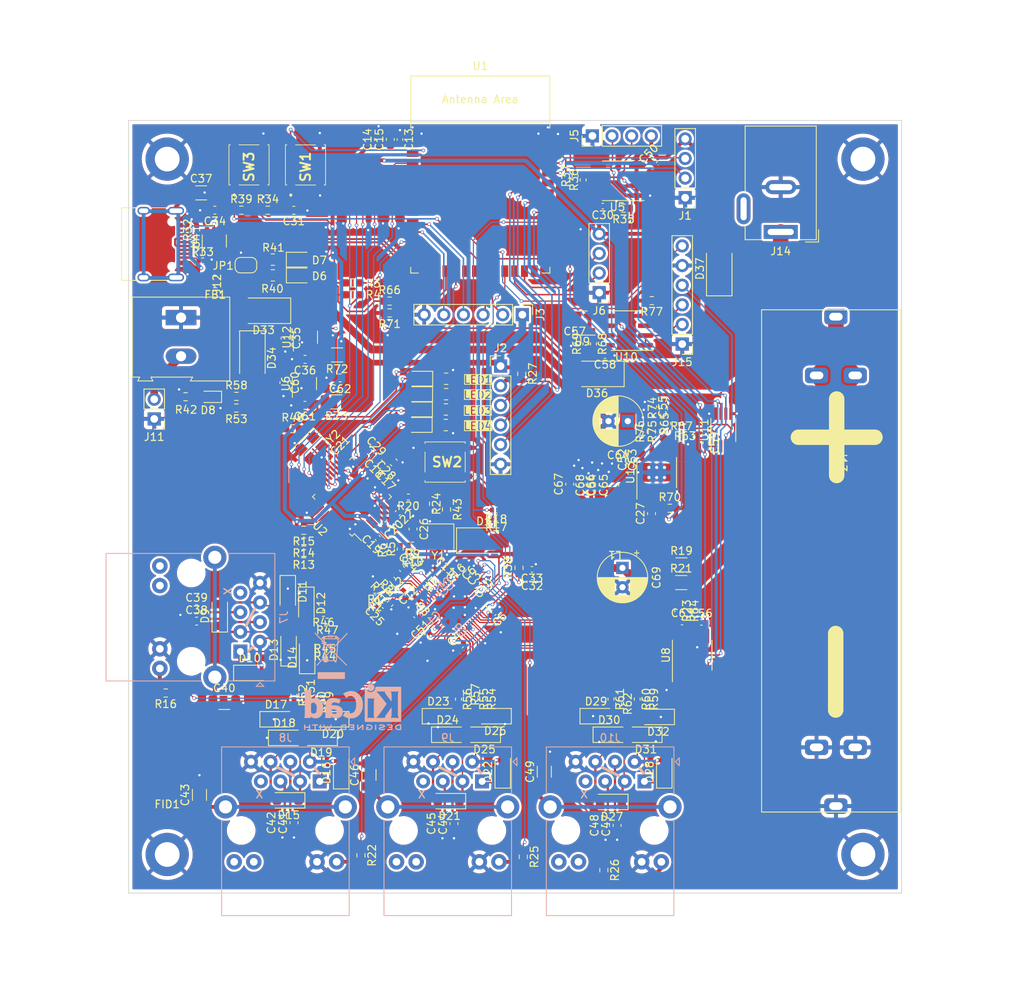
<source format=kicad_pcb>
(kicad_pcb (version 20221018) (generator pcbnew)
  (layers (0 "F.Cu" signal) (1 "In1.Cu" power) (2 "In2.Cu" power) (31 "B.Cu" signal) (34 "B.Paste" user) (35 "F.Paste" user) (36 "B.SilkS" user "B.Silkscreen") (37 "F.SilkS" user "F.Silkscreen") (38 "B.Mask" user) (39 "F.Mask" user) (44 "Edge.Cuts" user))
  (net 0 "")
  (net 1 "GND")
  (net 2 "+3V3")
  (net 3 "/ESP_EN")
  (net 4 "/ESP_BOOT")
  (net 5 "Net-(J8-TCT)")
  (net 6 "+5V")
  (net 7 "VBUS")
  (net 8 "/Output_port/TD+")
  (net 9 "/Output_port/TD-")
  (net 10 "/Output_port/RD+")
  (net 11 "/Output_port/RD-")
  (net 12 "/Output_port/GREEN")
  (net 13 "/Output_port/YELLOW")
  (net 14 "Net-(J8-RCT)")
  (net 15 "Net-(J8-SHIELD)")
  (net 16 "D+")
  (net 17 "D-")
  (net 18 "Net-(U3-XI)")
  (net 19 "+VDC")
  (net 20 "/SWITCH_EN")
  (net 21 "Net-(J9-TCT)")
  (net 22 "Net-(J9-RCT)")
  (net 23 "Net-(J4-SHIELD)")
  (net 24 "Net-(J9-SHIELD)")
  (net 25 "Net-(J10-TCT)")
  (net 26 "Net-(J10-RCT)")
  (net 27 "Net-(J10-SHIELD)")
  (net 28 "Net-(U2-1V2O)")
  (net 29 "Net-(D1-K)")
  (net 30 "Net-(D2-K)")
  (net 31 "/W5500_LED4")
  (net 32 "Net-(D3-K)")
  (net 33 "/W5500_LED3")
  (net 34 "Net-(D5-K)")
  (net 35 "Net-(D6-K)")
  (net 36 "+BATT")
  (net 37 "/W5500_LED2")
  (net 38 "/W5500_LED1")
  (net 39 "/cc1")
  (net 40 "/cc2")
  (net 41 "/Output_port1/TD+")
  (net 42 "/Output_port1/TD-")
  (net 43 "/Output_port1/RD+")
  (net 44 "/Output_port1/RD-")
  (net 45 "/SCK ")
  (net 46 "/Output_port1/GREEN")
  (net 47 "/Output_port1/YELLOW")
  (net 48 "/Output_port2/TD+")
  (net 49 "/Output_port2/TD-")
  (net 50 "/Output_port2/RD+")
  (net 51 "/Output_port2/RD-")
  (net 52 "/SD")
  (net 53 "/Output_port2/GREEN")
  (net 54 "/Output_port2/YELLOW")
  (net 55 "/Output_port3/TD+")
  (net 56 "/Output_port3/TD-")
  (net 57 "/Output_port3/RD+")
  (net 58 "/Output_port3/RD-")
  (net 59 "/WS")
  (net 60 "/Output_port3/GREEN")
  (net 61 "/Output_port3/YELLOW")
  (net 62 "Net-(U3-IBREF)")
  (net 63 "/green_LED2")
  (net 64 "/green_LED1")
  (net 65 "/green_LED3")
  (net 66 "/green_LED4")
  (net 67 "/L{slash}R")
  (net 68 "Net-(U2-PMODE0)")
  (net 69 "Net-(U2-PMODE1)")
  (net 70 "Net-(U2-PMODE2)")
  (net 74 "SDA")
  (net 77 "SCL")
  (net 78 "TX")
  (net 79 "RX")
  (net 86 "SCL{slash}MDC")
  (net 87 "SDA{slash}MDIO")
  (net 88 "Net-(U2-EXRES1)")
  (net 90 "Net-(U2-TXN)")
  (net 91 "Net-(U2-TXP)")
  (net 92 "Net-(U2-RXN)")
  (net 93 "Net-(U2-RXP)")
  (net 95 "/Output_port/L_RD+")
  (net 102 "1V2")
  (net 105 "/Output_port/L_RD-")
  (net 106 "/Output_port/L_TD+")
  (net 107 "/Output_port/L_TD-")
  (net 108 "/Output_port1/L_RD+")
  (net 109 "/Output_port1/L_RD-")
  (net 110 "/Output_port1/L_TD+")
  (net 111 "Net-(U3-RXIP0)")
  (net 112 "Net-(U3-RXIN0)")
  (net 113 "Net-(U3-TXIN0)")
  (net 114 "Net-(U3-TXIP0)")
  (net 115 "Net-(C23-Pad1)")
  (net 116 "Net-(C24-Pad1)")
  (net 117 "Net-(C26-Pad2)")
  (net 118 "Net-(U2-TOCAP)")
  (net 119 "/Output_port1/L_TD-")
  (net 120 "/Output_port2/L_RD+")
  (net 121 "Net-(J7-TCT)")
  (net 122 "Net-(J7-RCT)")
  (net 123 "Net-(J7-SHIELD)")
  (net 124 "Net-(D4-K)")
  (net 125 "Net-(D7-K)")
  (net 126 "Net-(D8-A)")
  (net 127 "Net-(J1-Pin_2)")
  (net 128 "Net-(J1-Pin_3)")
  (net 130 "Net-(R11-Pad2)")
  (net 131 "Net-(R20-Pad1)")
  (net 132 "Net-(U5-WP)")
  (net 135 "/Output_port2/L_RD-")
  (net 136 "/Output_port2/L_TD+")
  (net 137 "/Output_port2/L_TD-")
  (net 138 "/Output_port3/L_RD+")
  (net 139 "/Output_port3/L_RD-")
  (net 140 "/Output_port3/L_TD+")
  (net 141 "/Output_port3/L_TD-")
  (net 142 "Net-(R43-Pad2)")
  (net 146 "Net-(R48-Pad2)")
  (net 147 "Net-(U2-XI{slash}CLKIN)")
  (net 148 "/~{SCS}")
  (net 149 "/~{RST}")
  (net 150 "/Cell_V")
  (net 151 "/SCLK")
  (net 152 "/~{INT}")
  (net 153 "Net-(JP1-B)")
  (net 154 "SS_EXT")
  (net 155 "MISO_EXT")
  (net 156 "MOSI_EXT")
  (net 157 "CLK_EXT")
  (net 158 "/MOSI")
  (net 159 "/MISO")
  (net 160 "/Cell/BUCK_EN")
  (net 161 "Net-(J13-Pin_1)")
  (net 162 "/2V5_RAW")
  (net 163 "/Rail_V")
  (net 164 "REF_2v5")
  (net 165 "Net-(J15-Pin_2)")
  (net 166 "Net-(U12-VO)")
  (net 167 "Net-(U6-VO)")
  (net 168 "Net-(U8-IN+)")
  (net 169 "Net-(U8-IN-)")
  (net 170 "Net-(D37-A)")
  (net 171 "Net-(C55-Pad1)")
  (net 172 "Net-(R74-Pad1)")
  (net 173 "Net-(U13-COMP)")
  (net 174 "Net-(J15-Pin_3)")
  (net 175 "/Cell/DAC2")
  (net 176 "/Cell/SW")
  (net 177 "/Cell/boot")
  (net 178 "/Cell/Vin_buck")
  (net 179 "/Cell/DAC1")
  (net 180 "/Cell/FB")
  (net 181 "/Cell/Rlim")
  (net 182 "/Cell/Buck_out")
  (footprint "MountingHole:MountingHole_3.2mm_M3_DIN965_Pad_TopBottom" (layer "F.Cu") (at 145 55)
    (fp_text reference "H2")
    (fp_text value "hole")
  )
  (footprint "Resistor_SMD:R_0402_1005Metric" (layer "F.Cu") (at 83.84 112.52 45)
    (fp_text reference "R11")
    (fp_text value "2k")
  )
  (footprint "Capacitor_SMD:C_1206_3216Metric" (layer "F.Cu") (at 59.39 59.37)
    (fp_text reference "C37")
    (fp_text value "1n")
  )
  (footprint "Z_mycustom_footprint_lib:MYOUNG MY-18650-01" (layer "F.Cu") (at 139 83 -90)
    (fp_text reference "J13")
    (fp_text value "Conn_01x02")
  )
  (footprint "Diode_SMD:D_SOD-123F" (layer "F.Cu") (at 110.6 127.1)
    (fp_text reference "D29")
    (fp_text value "SMF6.0CA")
  )
  (footprint "Capacitor_SMD:C_0402_1005Metric" (layer "F.Cu") (at 82.63 113.34 135)
    (fp_text reference "C25")
    (fp_text value "1u")
  )
  (footprint "Diode_SMD:D_SOD-123F" (layer "F.Cu") (at 65.8 121.5)
    (fp_text reference "D10")
    (fp_text value "SMF6.0CA")
  )
  (footprint "Espressif:ESP32-S3-WROOM-1" (layer "F.Cu") (at 95.5 60)
    (fp_text reference "U1")
    (fp_text value "ESP32-S3-WROOM-1")
  )
  (footprint "Capacitor_SMD:C_0603_1608Metric" (layer "F.Cu") (at 58.8 113.2)
    (fp_text reference "C39")
    (fp_text value "100n")
  )
  (footprint "Capacitor_SMD:C_0603_1608Metric" (layer "F.Cu") (at 69.9 140.9 90)
    (fp_text reference "C42")
    (fp_text value "100n")
  )
  (footprint "Package_SO:SOIC-8_3.9x4.9mm_P1.27mm" (layer "F.Cu") (at 113.24 57.81 180)
    (fp_text reference "U5")
    (fp_text value "CAT24C256")
  )
  (footprint "Package_TO_SOT_SMD:SOT-23-3" (layer "F.Cu") (at 72.88 78.0525 90)
    (fp_text reference "U12")
    (fp_text value "XC6206PxxxMR")
  )
  (footprint "Resistor_SMD:R_0603_1608Metric" (layer "F.Cu") (at 101.06 145.3 -90)
    (fp_text reference "R25")
    (fp_text value "1k")
  )
  (footprint "Resistor_SMD:R_0402_1005Metric" (layer "F.Cu") (at 81.85 111.79 180)
    (fp_text reference "R2")
    (fp_text value "49R9")
  )
  (footprint "Capacitor_SMD:C_0603_1608Metric" (layer "F.Cu") (at 107.07 97.07 90)
    (fp_text reference "C67")
    (fp_text value "10u")
  )
  (footprint "Resistor_SMD:R_0402_1005Metric" (layer "F.Cu") (at 97.55 101.46 180)
    (fp_text reference "R17")
    (fp_text value "3k9")
  )
  (footprint "Capacitor_SMD:C_0402_1005Metric" (layer "F.Cu") (at 91.51 107.79 -135)
    (fp_text reference "C16")
    (fp_text value "1u")
  )
  (footprint "Resistor_SMD:R_0402_1005Metric" (layer "F.Cu") (at 84.16 109.49 135)
    (fp_text reference "R8")
    (fp_text value "10")
  )
  (footprint "Package_TO_SOT_SMD:SOT-23-3" (layer "F.Cu") (at 72.75 84.0525 90)
    (fp_text reference "U6")
    (fp_text value "XC6206PxxxMR")
  )
  (footprint "Capacitor_SMD:C_0402_1005Metric" (layer "F.Cu") (at 115.04 93.905 90)
    (fp_text reference "C52")
    (fp_text value "1u")
  )
  (footprint "LED_SMD:LED_0805_2012Metric" (layer "F.Cu") (at 87.589099 89.404227 180)
    (fp_text reference "D2" hide)
    (fp_text value "green")
  )
  (footprint "Capacitor_SMD:C_1206_3216Metric" (layer "F.Cu") (at 62.38 125.32)
    (fp_text reference "C40")
    (fp_text value "1n")
  )
  (footprint "Jumper:SolderJumper-2_P1.3mm_Bridged_RoundedPad1.0x1.5mm" (layer "F.Cu") (at 65.18 68.73)
    (fp_text reference "JP1")
    (fp_text value "Jumper_2_Bridged")
  )
  (footprint "Resistor_SMD:R_0805_2012Metric" (layer "F.Cu") (at 68.6675 68.01 180)
    (fp_text reference "R41")
    (fp_text value "1k")
  )
  (footprint "Resistor_SMD:R_0402_1005Metric" (layer "F.Cu") (at 84.01 105.61 90)
    (fp_text reference "R6")
    (fp_text value "10")
  )
  (footprint "Resistor_SMD:R_0603_1608Metric" (layer "F.Cu") (at 100.86 82.79 -90)
    (fp_text reference "R27")
    (fp_text value "10k")
  )
  (footprint "Resistor_SMD:R_0402_1005Metric" (layer "F.Cu") (at 81.84 110.81 180)
    (fp_text reference "R1")
    (fp_text value "49R9")
  )
  (footprint "Resistor_SMD:R_0603_1608Metric" (layer "F.Cu") (at 111.48 147.02 -90)
    (fp_text reference "R26")
    (fp_text value "1k")
  )
  (footprint "Resistor_SMD:R_0603_1608Metric" (layer "F.Cu") (at 80.06 145.11 -90)
    (fp_text reference "R22")
    (fp_text value "1k")
  )
  (footprint "Diode_SMD:D_SMA" (layer "F.Cu") (at 95.94 104.38)
    (fp_text reference "D1")
    (fp_text value "D_Schottky")
  )
  (footprint "Resistor_SMD:R_0603_1608Metric" (layer "F.Cu") (at 117.685 73.32 180)
    (fp_text reference "R77")
    (fp_text value "120k")
  )
  (footprint "LED_SMD:LED_0603_1608Metric" (layer "F.Cu") (at 60.5475 85.77 180)
    (fp_text reference "D8")
    (fp_text value "red")
  )
  (footprint "Resistor_SMD:R_0805_2012Metric" (layer "F.Cu") (at 68.66 70.05 180)
    (fp_text reference "R40")
    (fp_text value "1k")
  )
  (footprint "Connector_USB:USB_C_Receptacle_HRO_TYPE-C-31-M-12" (layer "F.Cu") (at 53 66 -90)
    (fp_text reference "J4")
    (fp_text value "USB_C_Receptacle")
  )
  (footprint "Resistor_SMD:R_0402_1005Metric" (layer "F.Cu") (at 71.4 124.4 -90)
    (fp_text reference "R52")
    (fp_text value "10")
  )
  (footprint "Capacitor_SMD:C_0402_1005Metric" (layer "F.Cu") (at 93.2 107.76 -135)
    (fp_text reference "C6")
    (fp_text value "1u")
  )
  (footprint "SamacSys_Parts:PTS526SK15SMTR2LFS" (layer "F.Cu") (at 72.89 55.76 90)
    (fp_text reference "SW1")
    (fp_text value "MCU_RESET" hide)
  )
  (footprint "Diode_SMD:D_SOD-123F" (layer "F.Cu") (at 97.3 127.1 180)
    (fp_text reference "D26")
    (fp_text value "SMF6.0CA")
  )
  (footprint "Resistor_SMD:R_0402_1005Metric" (layer "F.Cu") (at 74.8 125.3 -90)
    (fp_text reference "R49")
    (fp_text value "10")
  )
  (footprint "Package_SO:SOIC-8_3.9x4.9mm_P1.27mm" (layer "F.Cu") (at 114.4 77.2 180)
    (fp_text reference "U10")
    (fp_text value "MCP6002-xSN")
  )
  (footprint "Resistor_SMD:R_0603_1608Metric" (layer "F.Cu") (at 117.62 90.265 90)
    (fp_text reference "R76")
    (fp_text value "120k")
  )
  (footprint "Capacitor_SMD:C_0603_1608Metric" (layer "F.Cu") (at 82.34 52.46 90)
    (fp_text reference "C14")
    (fp_text value "10u")
  )
  (footprint "Resistor_SMD:R_0402_1005Metric" (layer "F.Cu") (at 97.53 100.42 180)
    (fp_text reference "R18")
    (fp_text value "3k9")
  )
  (footprint "Diode_SMD:D_SOD-123F" (layer "F.Cu") (at 118.4 127.2 180)
    (fp_text reference "D32")
    (fp_text value "SMF6.0CA")
  )
  (footprint "Resistor_SMD:R_1206_3216Metric" (layer "F.Cu") (at 76.87 86.43 180)
    (fp_text reference "R73")
    (fp_text value "0R1")
  )
  (footprint "Package_TO_SOT_SMD:SOT-23-6" (layer "F.Cu") (at 61.09 65.6 90)
    (fp_text reference "U4")
    (fp_text value "SRV05-4")
  )
  (footprint "Capacitor_SMD:C_0402_1005Metric" (layer "F.Cu") (at 84.81 100.82 -135)
    (fp_text reference "C22")
    (fp_text value "1u")
  )
  (footprint "Capacitor_SMD:C_0603_1608Metric" (layer "F.Cu") (at 61.17 61.61 180)
    (fp_text reference "C34")
    (fp_text value "100n")
  )
  (footprint "Resistor_SMD:R_0603_1608Metric" (layer "F.Cu") (at 120.015 100.185)
    (fp_text reference "R70")
    (fp_text value "10k")
  )
  (footprint "Connector_PinHeader_2.54mm:PinHeader_1x04_P2.54mm_Vertical" (layer "F.Cu") (at 110.88 72.29 180)
    (fp_text reference "J6")
    (fp_text value "Conn_01x04")
  )
  (footprint "Capacitor_THT:CP_Radial_D6.3mm_P2.50mm" (layer "F.Cu") (at 114.58 88.915 180)
    (fp_text reference "C64")
    (fp_text value "C_Polarized_Small")
  )
  (footprint "Diode_SMD:D_SOD-123F" (layer "F.Cu") (at 119.3 134.2 90)
    (fp_text reference "D28")
    (fp_text value "SMF6.0CA")
  )
  (footprint "Capacitor_SMD:C_1206_3216Metric" (layer "F.Cu") (at 81.1 134.7 90)
    (fp_text reference "C46")
    (fp_text value "1n")
  )
  (footprint "Resistor_SMD:R_0603_1608Metric" (layer "F.Cu") (at 119.19 90.25 90)
    (fp_text reference "R75")
    (fp_text value "10k")
  )
  (footprint "Fiducial:Fiducial_0.5mm_Mask1mm" (layer "F.Cu") (at 55 140)
    (fp_text reference "FID1")
    (fp_text value "Fiducial")
  )
  (footprint "Connector_PinHeader_2.54mm:PinHeader_1x04_P2.54mm_Vertical" (layer "F.Cu") (at 122 60 180)
    (fp_text reference "J1")
    (fp_text value "Conn_01x04")
  )
  (footprint "Capacitor_SMD:C_0402_1005Metric" (layer "F.Cu") (at 92.98 117.95 45)
    (fp_text reference "C4")
    (fp_text value "1u")
  )
  (footprint "Resistor_SMD:R_0805_2012Metric" (layer "F.Cu") (at 61.2 70.91 180)
    (fp_text reference "FB1")
    (fp_text value "FerriteBead_Small")
  )
  (footprint "Resistor_SMD:R_0603_1608Metric" (layer "F.Cu") (at 63.94 87.22 180)
    (fp_text reference "R53")
    (fp_text value "10k")
  )
  (footprint "Package_TO_SOT_SMD:SOT-23" (layer "F.Cu") (at 108.6925 76.22 180)
    (fp_text reference "U9")
    (fp_text value "CJ431")
  )
  (footprint "Resistor_SMD:R_0402_1005Metric" (layer "F.Cu") (at 86.73 104.945 180)
    (fp_text reference "R9")
    (fp_text value "49R9")
  )
  (footprint "Resistor_SMD:R_0402_1005Metric" (layer "F.Cu") (at 121.04 113.46 -90)
    (fp_text reference "R23")
    (fp_text value "5R1")
  )
  (footprint "Resistor_SMD:R_0402_1005Metric" (layer "F.Cu") (at 58.82 64.16 90)
    (fp_text reference "R32")
    (fp_text value "5k1")
  )
  (footprint "Capacitor_SMD:C_0402_1005Metric" (layer "F.Cu") (at 86.039411 107.369411 -45)
    (fp_text reference "C23")
    (fp_text value "6n8")
  )
  (footprint "TerminalBlock:TerminalBlock_Altech_AK300-2_P5.00mm" (layer "F.Cu") (at 56.79 75.515 -90)
    (fp_text reference "J12")
    (fp_text value "Conn_01x02")
  )
  (footprint "Diode_SMD:D_SOD-123F" (layer "F.Cu") (at 77.5 134.3 90)
    (fp_text reference "D16")
    (fp_text value "SMF6.0CA")
  )
  (footprint "Resistor_SMD:R_0402_1005Metric" (layer "F.Cu") (at 85.14 105.47 90)
    (fp_text reference "R5")
    (fp_text value "10")
  )
  (footprint "Capacitor_SMD:C_0603_1608Metric" (layer "F.Cu") (at 70.26 78.1725 -90)
    (fp_text reference "C35")
    (fp_text value "10u")
  )
  (footprint "Resistor_SMD:R_0805_2012Metric" (layer "F.Cu") (at 91.036599 89.424227)
    (fp_text reference "R28" hide)
    (fp_text value "1k")
  )
  (footprint "Resistor_SMD:R_0603_1608Metric_Pad0.98x0.95mm_HandSolder" (layer "F.Cu") (at 78.99 71.02)
    (fp_text reference "R3")
    (fp_text value "10k")
  )
  (footprint "Capacitor_SMD:C_0603_1608Metric" (layer "F.Cu") (at 92.1 141 90)
    (fp_text reference "C44")
    (fp_text value "100n")
  )
  (footprint "Resistor_SMD:R_0603_1608Metric" (layer "F.Cu") (at 83.77 73.38)
    (fp_text reference "R66")
    (fp_text value "10k")
  )
  (footprint "Resistor_SMD:R_0402_1005Metric" (layer "F.Cu") (at 93.7 124.3 -90)
    (fp_text reference "R57")
    (fp_text value "10")
  )
  (footprint "Capacitor_SMD:C_0402_1005Metric" (layer "F.Cu") (at 85.11 52.475 -90)
    (fp_text reference "C13")
    (fp_text value "1u")
  )
  (footprint "Package_SO:SOIC-8-1EP_3.9x4.9mm_P1.27mm_EP2.29x3mm_ThermalVias" (layer "F.Cu") (at 118.315 95.56 90)
    (fp_text reference "U13")
    (fp_text value "RT7272B")
  )
  (footprint "Diode_SMD:D_SOD-123F" (layer "F.Cu") (at 112.4 138.2 180)
    (fp_text reference "D27")
    (fp_text value "SMF6.0CA")
  )
  (footprint "Resistor_SMD:R_0402_1005Metric" (layer "F.Cu") (at 116.8 124.89 -90)
    (fp_text reference "R59")
    (fp_text value "10")
  )
  (footprint "Capacitor_SMD:C_1206_3216Metric" (layer "F.Cu") (at 103.78 134.29 90)
    (fp_text reference "C49")
    (fp_text value "1n")
  )
  (footprint "Diode_SMD:D_SOD-123F" (layer "F.Cu") (at 91.4 138.1 180)
    (fp_text reference "D21")
    (fp_text value "SMF6.0CA")
  )
  (footprint "MountingHole:MountingHole_3.2mm_M3_DIN965_Pad_TopBottom" (layer "F.Cu") (at 55 145)
    (fp_text reference "H4")
    (fp_text value "hole")
  )
  (footprint "Capacitor_SMD:C_0402_1005Metric" (layer "F.Cu") (at 97.2 113.74 -135)
    (fp_text reference "C5")
    (fp_text value "1u")
  )
  (footprint "Connector_PinHeader_2.54mm:PinHeader_1x02_P2.54mm_Vertical" (layer "F.Cu") (at 53.32 88.625 180)
    (fp_text reference "J11")
    (fp_text value "Conn_01x02")
  )
  (footprint "Resistor_SMD:R_0603_1608Metric" (layer "F.Cu") (at 121.52 90.995)
    (fp_text reference "R67")
    (fp_text value "10k")
  )
  (footprint "Capacitor_SMD:C_0603_1608Metric" (layer "F.Cu") (at 113.2 141.2375 90)
    (fp_text reference "C47")
    (fp_text value "100n")
  )
  (footprint "Resistor_SMD:R_0603_1608Metric_Pad0.98x0.95mm_HandSolder" (layer "F.Cu") (at 72.66 103.04 180)
    (fp_text reference "R15")
    (fp_text value "10k")
  )
  (footprint "Capacitor_SMD:C_0402_1005Metric" (layer "F.Cu") (at 102.195 109.08 180)
    (fp_text reference "C32")
    (fp_text value "1u")
  )
  (footprint "Resistor_SMD:R_0402_1005Metric" (layer "F.Cu") (at 86.2 98.74 180)
    (fp_text reference "R20")
    (fp_text value "470")
  )
  (footprint "SamacSys_Parts:PTS526SK15SMTR2LFS" (layer "F.Cu") (at 65.58 55.75 90)
    (fp_text reference "SW3")
    (fp_text value "MCU_RESET" hide)
  )
  (footprint "Capacitor_SMD:C_0402_1005Metric" (layer "F.Cu") (at 88.59 116.73 45)
    (fp_text reference "C51")
    (fp_text value "1u")
  )
  (footprint "Connector_PinHeader_2.54mm:PinHeader_1x04_P2.54mm_Vertical" (layer "F.Cu") (at 110 52 90)
    (fp_text reference "J5")
    (fp_text value "Conn_01x04")
  )
  (footprint "Diode_SMD:D_SOD-123F" (layer "F.Cu") (at 116.8 129.5 180)
    (fp_text reference "D31")
    (fp_text value "SMF6.0CA")
  )
  (footprint "Resistor_SMD:R_0603_1608Metric" (layer "F.Cu") (at 64.59 61.61)
    (fp_text reference "R39")
    (fp_text value "10k")
  )
  (footprint "Diode_SMD:D_SOD-123F" (layer "F.Cu") (at 73.1 119.4 90)
    (fp_text reference "D14")
    (fp_text value "SMF6.0CA")
  )
  (footprint "Resistor_SMD:R_0402_1005Metric" (layer "F.Cu") (at 92.68 124.9 -90)
    (fp_text reference "R56")
    (fp_text value "10")
  )
  (footprint "Diode_SMD:D_SOD-123F" (layer "F.Cu") (at 98.4 134.2 90)
    (fp_text reference "D22")
    (fp_text value "SMF6.0CA")
  )
  (footprint "Capacitor_SMD:C_0402_1005Metric" (layer "F.Cu") (at 121.595 114.92)
    (fp_text reference "C63")
    (fp_text value "4n7")
  )
  (footprint "LED_SMD:LED_0805_2012Metric" (layer "F.Cu") (at 87.641599 85.424227 180)
    (fp_text reference "D4" hide)
    (fp_text value "green")
  )
  (footprint "Capacitor_SMD:C_0402_1005Metric" (layer "F.Cu") (at 111.63 80.43 180)
    (fp_text reference "C58")
    (fp_text value "1u")
  )
  (footprint "Capacitor_SMD:C_0402_1005Metric" (layer "F.Cu") (at 118.089411 55.140589 45)
    (fp_text reference "C50")
    (fp_text value "1u")
  )
  (footprint "Resistor_SMD:R_0402_1005Metric" (layer "F.Cu") (at 73.8 125.3 -90)
    (fp_text reference "R50")
    (fp_text value "10")
  )
  (footprint "Resistor_SMD:R_0402_1005Metric" (layer "F.Cu") (at 122.03 113.47 -90)
    (fp_text reference "R64")
    (fp_text value "5R1")
  )
  (footprint "Resistor_SMD:R_0402_1005Metric" (layer "F.Cu") (at 109.16 78.91 90)
    (fp_text reference "R69")
    (fp_text value "2k")
  )
  (footprint "Capacitor_SMD:C_0603_1608Metric" (layer "F.Cu") (at 84.31 94.26 135)
    (fp_text reference "C28")
    (fp_text value "10u")
  )
  (footprint "Resistor_SMD:R_0402_1005Metric" (layer "F.Cu") (at 59.58 68.19)
    (fp_text reference "R33")
    (fp_text value "5k1")
  )
  (footprint "LED_SMD:LED_0805_2012Metric" (layer "F.Cu") (at 72.09 68.015)
    (fp_text reference "D7")
    (fp_text value "green")
  )
  (footprint "Resistor_SMD:R_0603_1608Metric" (layer "F.Cu") (at 57.3775 85.76)
    (fp_text reference "R42")
    (fp_text value "1k")
  )
  (footprint "Capacitor_SMD:C_0402_1005Metric" (layer "F.Cu") (at 90.17 108.49 -45)
    (fp_text reference "C11")
    (fp_text value "1u")
  )
  (footprint "Package_SO:SOIC-8_3.9x4.9mm_P1.27mm" (layer "F.Cu") (at 122.91 119.205 90)
    (fp_text reference "U8")
    (fp_text value "INA219AxD")
  )
  (footprint "Diode_SMD:D_SOD-123F" (layer "F.Cu") (at 90.2 127.1)
    (fp_text reference "D23")
    (fp_text value "SMF6.0CA")
  )
  (footprint "Connector_PinHeader_2.54mm:PinHeader_1x06_P2.54mm_Vertical" (layer "F.Cu") (at 100.94 75.14 -90)
    (fp_text reference "J3")
    (fp_text value "Conn_01x06")
  )
  (footprint "Connector_PinHeader_2.54mm:PinHeader_1x06_P2.54mm_Vertical" (layer "F.Cu") (at 121.62 78.94 180)
    (fp_text reference "J15")
    (fp_text value "Conn_01x06")
  )
  (footprint "Diode_SMD:D_SOD-123F" (layer "F.Cu") (at 73 112.6 -90)
    (fp_text reference "D12")
    (fp_text value "SMF6.0CA")
  )
  (footprint "Resistor_SMD:R_0603_1608Metric" (layer "F.Cu") (at 114.02 61.36 180)
    (fp_text reference "R35")
    (fp_text value "10k")
  )
  (footprint "Capacitor_SMD:C_0402_1005Metric" (layer "F.Cu") (at 84.08 95.83 135)
    (fp_text reference "C17")
    (fp_text value "1u")
  )
  (footprint "Resistor_SMD:R_0603_1608Metric" (layer "F.Cu") (at 71.22 89.9)
    (fp_text reference "R48")
    (fp_text value "2k")
  )
  (footprint "Capacitor_SMD:C_0603_1608Metric" (layer "F.Cu") (at 83.86 52.46 90)
    (fp_text reference "C15")
    (fp_text value "10u")
  )
  (footprint "Capacitor_SMD:C_0603_1608Metric" (layer "F.Cu") (at 70.09 83.93 -90)
    (fp_text reference "C60")
    (fp_text value "10u")
  )
  (footprint "MountingHole:MountingHole_3.2mm_M3_DIN965_Pad_TopBottom" (layer "F.Cu") (at 145 145)
    (fp_text reference "H3")
    (fp_text value "hole")
  )
  (footprint "Resistor_SMD:R_0402_1005Metric" (layer "F.Cu") (at 72.4 123.7 -90)
    (fp_text reference "R51")
    (fp_text value "10")
  )
  (footprint "Connector_PinHeader_2.54mm:PinHeader_1x06_P2.54mm_Vertical" (layer "F.Cu") (at 98.12 81.79)
    (fp_text reference "J2")
    (fp_text value "Conn_01x06")
  )
  (footprint "Resistor_SMD:R_0402_1005Metric" (layer "F.Cu") (at 112.4 124.89 -90)
    (fp_text reference "R61")
    (fp_text value "10")
  )
  (footprint "Capacitor_SMD:C_0402_1005Metric" (layer "F.Cu") (at 107.71 78.45)
    (fp_text reference "C57")
    (fp_text value "1u")
  )
  (footprint "Resistor_SMD:R_0603_1608Metric" (layer "F.Cu") (at 63.9475 85.71)
    (fp_text reference "R58")
    (fp_text value "10k")
  )
  (footprint "Capacitor_SMD:C_0603_1608Metric" (layer "F.Cu") (at 72.82 86.87 180)
    (fp_text reference "C61")
    (fp_text value "10u")
  )
  (footprint "Capacitor_SMD:C_0603_1608Metric" (layer "F.Cu") (at 71.38 61.62 180)
    (fp_text reference "C31")
    (fp_text value "100n")
  )
  (footprint "Capacitor_SMD:C_0402_1005Metric" (layer "F.Cu") (at 82.54 94.25 135)
    (fp_text reference "C18")
    (fp_text value "1u")
  )
  (footprint "Resistor_SMD:R_0805_2012Metric" (layer "F.Cu") (at 88.19 99.6075 -90)
    (fp_text reference "R24")
    (fp_text value "12k")
  )
  (footprint "Capacitor_SMD:C_0402_1005Metric" (layer "F.Cu") (at 82.22 104.04 135)
    (fp_text reference "C19")
    (fp_text value "1u")
  )
  (footprint "Capacitor_SMD:C_0402_1005Metric" (layer "F.Cu") (at 95.160589 109.739411 -135)
    (fp_text reference "C10")
    (fp_text value "1u")
  )
  (footprint "Capacitor_SMD:C_0402_1005Metric" (layer "F.Cu") (at 86.97 112.27 45)
    (fp_text reference "C12")
    (fp_text value "1u")
  )
  (footprint "Capacitor_SMD:C_0402_1005Metric" (layer "F.Cu") (at 75.76 93.81 45)
    (fp_text reference "C21")
    (fp_text value "1u")
  )
  (footprint "Capacitor_SMD:C_0402_1005Metric" (layer "F.Cu") (at 85.37 108.04 -45)
    (fp_text reference "C24")
    (fp_text value "6n8")
  )
  (footprint "Resistor_SMD:R_0402_1005Metric" (layer "F.Cu") (at 94.8 124.9 -90)
    (fp_text reference "R55")
    (fp_text value "10")
  )
  (footprint "Resistor_SMD:R_0603_1608Metric" (layer "F.Cu") (at 83.77 74.91 180)
    (fp_text reference "R71")
    (fp_text value "10k")
  )
  (footprint "Crystal:Crystal_SMD_3225-4Pin_3.2x2.5mm" (layer "F.Cu") (at 73.66 92.38 -135)
    (fp_text reference "Y2")
    (fp_text value "25MHz")
  )
  (footprint "LED_SMD:LED_0805_2012Metric" (layer "F.Cu") (at 72.0975 70.06)
    (fp_text reference "D6")
    (fp_text value "green")
  )
  (footprint "Capacitor_SMD:C_0603_1608Metric" (layer "F.Cu") (at 86.8 102.88 -90)
    (fp_text reference "C26")
    (fp_text value "10n")
  )
  (footprint "Resistor_SMD:R_0402_1005Metric" (layer "F.Cu") (at 108.8 57.69 90)
    (fp_text reference "R36")
    (fp_text value "5k1")
  )
  (footprint "Package_DFN_QFN:QFN-48-1EP_6x6mm_P0.4mm_EP4.6x4.6mm" (layer "F.Cu") (at 92.0584 113.06967 45)
    (fp_text reference "U3")
    (fp_text value "RTL8305NB-VB-CG")
  )
  (footprint "Capacitor_SMD:C_0402_1005Metric" (layer "F.Cu") (at 111.34 61.09 180)
    (fp_text reference "C30")
    (fp_text value "1u")
  )
  (footprint "MountingHole:MountingHole_3.2mm_M3_DIN965_Pad_TopBottom" (layer "F.Cu") (at 55 55)
    (fp_text reference "H1")
    (fp_text value "hole")
  )
  (footprint "LED_SMD:LED_0805_2012Metric" (layer "F.Cu") (at 87.62 87.4 180)
    (fp_text reference "D3" hide)
    (fp_text value "green")
  )
  (footprint "Resistor_SMD:R_0402_1005Metric" (layer "F.Cu") (at 75.4 117.2 180)
    (fp_text reference "R45")
    (fp_text value "10")
  )
  (footprint "Connector_BarrelJack:BarrelJack_Wuerth_6941xx301002" (layer "F.Cu") (at 134.36 64.43 180)
    (fp_text reference "J14")
    (fp_text value "Jack-DC")
  )
  (footprint "Diode_SMD:D_SOD-123F" (layer "F.Cu") (at 76.3 127.5 180)
    (fp_text reference "D20")
    (fp_text value "SMF6.0CA")
  )
  (footprint "Resistor_SMD:R_0603_1608Metric" (layer "F.Cu") (at 119.19 87.225 90)
    (fp_text reference "R74")
    (fp_text value "10k")
  )
  (footprint "LED_SMD:LED_0805_2012Metric" (layer "F.Cu") (at 87.66 83.417271 180)
    (fp_text reference "D5" hide)
    (fp_text value "green")
  )
  (footprint "Resistor_SMD:R_0603_1608Metric_Pad0.98x0.95mm_HandSolder" (layer "F.Cu") (at 72.66 106.08 180)
    (fp_text reference "R13")
    (fp_text value "10k")
  )
  (footprint "Capacitor_SMD:C_0402_1005Metric" (layer "F.Cu") (at 108.59 97.22 -90)
    (fp_text reference "C66")
    (fp_text value "1u")
  )
  (footprint "Capacitor_SMD:C_0402_1005Metric" (layer "F.Cu") (at 93.89 108.44 -135)
    (fp_text reference "C3")
    (fp_text value "1u")
  )
  (footprint "Capacitor_SMD:C_0402_1005Metric" (layer "F.Cu") (at 83.470589 102.169411 -135)
    (fp_text reference "C20")
    (fp_text value "1u")
  )
  (footprint "Capacitor_SMD:C_0603_1608Metric" (layer "F.Cu") (at 90.6 141 90)
    (fp_text reference "C45")
    (fp_text value "100n")
  )
  (footprint "Z_mycustom_footprint_lib:SWPA6045S330MT" (layer "F.Cu") (at 113.11 102.525 180)
    (fp_text reference "L1")
    (fp_text value "33u")
  )
  (footprint "Resistor_SMD:R_0402_1005Metric" (layer "F.Cu") (at 75.39 118.2 180)
    (fp_text reference "R44")
    (fp_text value "10")
  )
  (footprint "Diode_SMD:D_SOD-123F" (layer "F.Cu") (at 70.6 111.1 -90)
    (fp_text reference "D11")
    (fp_text value "SMF6.0CA")
  )
  (footprint "Resistor_SMD:R_0805_2012Metric" (layer "F.Cu") (at 91.0875 83.427271)
    (fp_text reference "R31" hide)
    (fp_text value "1k")
  )
  (footprint "Resistor_SMD:R_0402_1005Metric" (layer "F.Cu") (at 86.73 105.92 180)
    (fp_text reference "R10")
    (fp_text value "49R9")
  )
  (footprint "Diode_SMD:D_SMA" (layer "F.Cu") (at 110.6 82.8 180)
    (fp_text reference "D36")
    (fp_text value "D_Schottky")
  )
  (footprint "Resistor_SMD:R_0402_1005Metric" (layer "F.Cu") (at 120.51 89.225 90)
    (fp_text reference "R65")
    (fp_text value "47k")
  )
  (footprint "Diode_SMD:D_SOD-123F" (layer "F.Cu") (at 91.4 129.5)
    (fp_text reference "D24")
    (fp_text value "SMF6.0CA")
  )
  (footprint "Capacitor_SMD:C_0603_1608Metric" (layer "F.Cu") (at 109.841992 97.211992 90)
    (fp_text reference "C68")
    (fp_text value "10u")
  )
  (footprint "Capacitor_SMD:C_0402_1005Metric" (layer "F.Cu") (at 81.21 92.95 -45)
    (fp_text reference "C29")
    (fp_text value "1u")
  )
  (footprint "SamacSys_Parts:PTS526SK15SMTR2LFS" (layer "F.Cu") (at 90.95 94.21 180)
    (fp_text reference "SW2")
    (fp_text value "MCU_RESET" hide)
  )
  (footprint "Capacitor_SMD:C_0603_1608Metric" (layer "F.Cu") (at 111.36 97.1625 90)
    (fp_text reference "C54")
    (fp_text value "10u")
  )
  (footprint "Capacitor_SMD:C_0603_1608Metric" (layer "F.Cu") (at 113.75 93.925 -90)
    (fp_text reference "C53")
    (fp_text value "10u")
  )
  (footprint "Diode_SMD:D_SOD-123F" (layer "F.Cu") (at 70.6 138 180)
    (fp_text reference "D15")
    (fp_text value "SMF6.0CA")
  )
  (footprint "Diode_SMD:D_SOD-123F" (layer "F.Cu") (at 70.7 118.4 90)
    (fp_text reference "D13")
    (fp_text value "SMF6.0CA")
  )
  (footprint "Capacitor_SMD:C_0603_1608Metric" (layer "F.Cu") (at 117.65 100.885 90)
    (fp_text reference "C27")
    (fp_text value "100n")
  )
  (footprint "Capacitor_SMD:C_0402_1005Metric" (layer "F.Cu") (at 124.665 91.715 -90)
    (fp_text reference "C59")
    (fp_text value "1u")
  )
  (footprint "Resistor_SMD:R_1206_3216Metric" (layer "F.Cu") (at 121.52 107.52)
    (fp_text reference "R19")
    (fp_text value "0R1")
  )
  (footprint "Capacitor_SMD:C_0402_1005Metric" (layer "F.Cu") (at 102.18 108.1 180)
    (fp_text reference "C33")
    (fp_text value "1u")
  )
  (footprint "Diode_SMD:D_SMA" (layer "F.Cu") (at 66.02 80.7425 -90)
    (fp_text reference "D34")
    (fp_text value "D_Schottky")
  )
  (footprint "Resistor_SMD:R_0402_1005Metric" (layer "F.Cu") (at 83.03 109.79 135)
    (fp_text reference "R7")
    (fp_text value "10")
  )
  (footprint "Diode_SMD:D_SMA" (layer "F.Cu") (at 126.41 69.19 90)
    (fp_text reference "D37")
    (fp_text value "D_Schottky")
  )
  (footprint "Resistor_SMD:R_0402_1005Metric" (layer "F.Cu") (at 110.14 78.91 -90)
    (fp_text reference "R68")
    (fp_text value "470")
  )
  (footprint "Capacitor_SMD:C_0603_1608Metric" (layer "F.Cu") (at 72.825 80.9175 180)
    (fp_text reference "C36")
    (fp_text value "10u")
  )
  (footprint "Resistor_SMD:R_0603_1608Metric" (layer "F.Cu") (at 100.51 107.9 90)
    (fp_text reference "R38")
    (fp_text value "10k")
  )
  (footprint "Resistor_SMD:R_0402_1005Metric" (layer "F.Cu") (at 75.21 113.8 180)
    (fp_text reference "R46")
    (fp_text value "10")
  )
  (footprint "Capacitor_SMD:C_0402_1005Metric" (layer "F.Cu") (at 117.95 87.04 -90)
    (fp_text reference "C55")
    (fp_text value "4n7")
  )
  (footprint "Diode_SMD:D_SOD-123F" (layer "F.Cu") (at 95.9 129.5 180)
    (fp_text reference "D25")
    (fp_text value "SMF6.0CA")
  )
  (footprint "Resistor_SMD:R_0603_1608Metric" (layer "F.Cu") (at 68.02 61.62)
    (fp_text reference "R34")
    (fp_text value "10k")
  )
  (footprint "Diode_SMD:D_SOD-123F" (layer "F.Cu") (at 74.8 129.9 180)
    (fp_text reference "D19")
    (fp_text value "SMF6.0CA")
  )
  (footprint "Capacitor_SMD:C_0603_1608Metric" (layer "F.Cu") (at 112.89 97.185 90)
    (fp_text reference "C65")
    (fp_text value "10u")
  )
  (footprint "Resistor_SMD:R_0402_1005Metric" (layer "F.Cu") (at 121.98 89.665 180)
    (fp_text reference "R63")
    (fp_text value "47k")
  )
  (footprint "Diode_SMD:D_SOD-123F" (layer "F.Cu") (at 112.3 129.5)
    (fp_text reference "D30")
    (fp_text value "SMF6.0CA")
  )
  (footprint "Capacitor_SMD:C_0603_1608Metric" (layer "F.Cu") (at 111.7 141.2375 90)
    (fp_text reference "C48")
    (fp_text value "100n")
  )
  (footprint "Resistor_SMD:R_0402_1005Metric" (layer "F.Cu") (at 75.7 114.8 180)
    (fp_text reference "R47")
    (fp_text value "10")
  )
  (footprint "Capacitor_SMD:C_0603_1608Metric" (layer "F.Cu") (at 71.4 140.9 90)
    (fp_text reference "C41")
    (fp_text value "100n")
  )
  (footprint "Package_QFP:LQFP-48_7x7mm_P0.5mm" (layer "F.Cu") (at 78.9 98.7 135)
    (fp_text reference "U2")
    (fp_text value "W5500")
  )
  (footprint "Diode_SMD:D_SMA" (layer "F.Cu") (at 67.4675 74.63 180)
    (fp_text reference "D33")
    (fp_text value "D_Schottky")
  )
  (footprint "Resistor_SMD:R_0603_1608Metric" (layer "F.Cu") (at 54.81 124.1 180)
    (fp_text reference "R16")
    (fp_text value "1k")
  )
  (footprint "Resistor_SMD:R_0402_1005Metric" (layer "F.Cu") (at 95.8 124.9 -90)
    (fp_text reference "R54")
    (fp_text value "10")
  )
  (footprint "Capacitor_SMD:C_0402_1005Metric" (layer "F.Cu") (at 87.21 114.04 -45)
    (fp_text reference "C8")
    (fp_text value "1u")
  )
  (footprint "Resistor_SMD:R_0402_1005Metric" (layer "F.Cu") (at 115.8 124.89 -90)
    (fp_text reference "R60")
    (fp_text value "10")
  )
  (footprint "Resistor_SMD:R_0402_1005Metric" (layer "F.Cu") (at 107.76 57.19 90)
    (fp_text reference "R37")
    (fp_text value "5k1")
  )
  (footprint "Diode_SMD:D_SOD-123F" (layer "F.Cu") (at 69.2 127.5)
    (fp_text reference "D17")
    (fp_text value "SMF6.0CA")
  )
  (footprint "Package_SO:MSOP-8_3x3mm_P0.65mm" (layer "F.Cu") (at 126.935 90.0575 90)
    (fp_text reference "U11")
    (fp_text value "AD5337")
  )
  (footprint "Capacitor_SMD:C_0603_1608Metric" (layer "F.Cu") (at 77.37 83.32 180)
    (fp_text reference "C62")
    (fp_text value "10u")
  )
  (footprint "Capacitor_SMD:C_0402_1005Metric" (layer "F.Cu") (at 124.095 114.96)
    (fp_text reference "C56")
    (fp_text value "1u")
  )
  (footprint "Resistor_SMD:R_1206_3216Metric" (layer "F.Cu") (at 121.49 109.81)
    (fp_text reference "R21")
    (fp_text value "0R1")
  )
  (footprint "Resistor_SMD:R_0402_1005Metric" (layer "F.Cu") (at 113.4 125.5 -90)
    (fp_text reference "R62")
    (fp_text value "10")
  )
  (footprint "Resistor_SMD:R_0402_1005Metric" (layer "F.Cu") (at 85.2 111.17 45)
    (fp_text reference "R12")
    (fp_text value "470")
  )
  (footprint "Capacitor_SMD:C_1206_3216Metric" (layer "F.Cu") (at 59.17 137.29 90)
    (fp_text reference "C43")
    (fp_text value "1n")
  )
  (footprint "Capacitor_SMD:C_0603_1608Metric" (layer "F.Cu") (at 58.8 114.8)
    (fp_text reference "C38")
    (fp_text value "100n")
  )
  (footprint "Resistor_SMD:R_0603_1608Metric_Pad0.98x0.95mm_HandSolder" (layer "F.Cu") (at 72.66 104.56 180)
    (fp_text reference "R14")
    (fp_text value "10k")
  )
  (footprint "Resistor_SMD:R_0805_2012Metric" (layer "F.Cu") (at 91.0575 87.4)
    (fp_text reference "R29" hide)
    (fp_text value "1k")
  )
  (footprint "Diode_SMD:D_SOD-123F" (layer "F.Cu") (at 61.8 114 90)
    (fp_text reference "D9")
    (fp_text value "SMF6.0CA")
  )
  (footprint "Capacitor_THT:CP_Radial_D6.3mm_P2.50mm" (layer "F.Cu") (at 113.89 107.91 -90)
    (fp_text reference "C69")
    (fp_text value "C_Polarized_Small")
  )
  (footprint "Resistor_SMD:R_0603_1608Metric" (layer "F.Cu") (at 91.13 100.34 -90)
    (fp_text reference "R43")
    (fp_text value "2k")
  )
  (footprint "Resistor_SMD:R_0603_1608Metric_Pad0.98x0.95mm_HandSolder" (layer "F.Cu") (at 78.99 72.56)
    (fp_text reference "R4")
    (fp_text value "10k")
  )
  (footprint "Resistor_SMD:R_0805_2012Metric" (layer "F.Cu") (at 91.079099 85.424227)
    (fp_text reference "R30" hide)
    (fp_text value "1k")
  )
  (footprint "Resistor_SMD:R_1206_3216Metric" (layer "F.Cu") (at 76.97 80.35 180)
    (fp_text reference "R72")
    (fp_text value "0R1")
  )
  (footprint "Diode_SMD:D_SOD-123F" (layer "F.Cu") (at 70.3 129.9)
    (fp_text reference "D18")
    (fp_text value "SMF6.0CA")
  )
  (footprint "Crystal:Crystal_SMD_3225-4Pin_3.2x2.5mm" (layer "F.Cu") (at 90.08 103.87 180)
    (fp_text reference "Y1")
    (fp_text value "25MHz")
  )
  (footprint "Symbol:KiCad-Logo2_5mm_SilkScreen" (layer "B.Cu") (at 78.99 125.9 180)
    (fp_text reference "FID2" hide)
    (fp_text value "Fiducial" hide)
  )
  (footprint "Capacitor_SMD:C_0402_1005Metric" (layer "B.Cu") (at 89.7 111.53 135)
    (fp_text reference "C7")
    (fp_text value "1u")
  )
  (footprint "Z_mycustom_footprint_lib:RJ45_Abracon_ARJM11B1" (layer "B.Cu") (at 97 133 180)
    (fp_text reference "J9")
    (fp_text value "RJ45 Abracon ARJM11B1")
  )
  (footprint "Z_mycustom_footprint_lib:RJ45_Abracon_ARJM11B1" (layer "B.Cu") (at 76 133 180)
    (fp_text reference "J8")
    (fp_text value "RJ45 Abracon ARJM11B1")
  )
  (footprint "Z_mycustom_footprint_lib:RJ45_Abracon_ARJM11B1" (layer "B.Cu") (at 67 120 90)
    (fp_text reference "J7")
    (fp_text value "RJ45 Abracon ARJM11B1")
  )
  (footprint "Capacitor_SMD:C_0402_1005Metric" (layer "B.Cu") (at 93.710589 115.160589 -45)
    (fp_text reference "C9")
    (fp_text value "1u")
  )
  (footprint "Z_mycustom_footprint_lib:RJ45_Abracon_ARJM11B1" (layer "B.Cu") (at 118 133 180)
    (fp_text reference "J10")
    (fp_text value "RJ45 Abracon ARJM11B1")
  )
  (footprint "Capacitor_SMD:C_0402_1005Metric" (layer "B.Cu") (at 90.300589 115.209411 -135)
    (fp_text reference "C1")
    (fp_text value "1u")
  )
  (footprint "Symbol:WEEE-Logo_4.2x6mm_SilkScreen" (layer "B.Cu") (at 76.21 119.26 180)
    (fp_text reference "FID3" hide)
    (fp_text value "Fiducial" hide)
  )
  (footprint "Capacitor_SMD:C_0402_1005Metric" (layer "B.Cu") (at 90.4 110.85 135)
    (fp_text reference "C2")
    (fp_text value "1u")
  )
  (gr_rect locked (start 50 50) (end 150 150) (stroke (width 0.1)) (fill none) (layer "Edge.Cuts"))
  (gr_text "LED1" (at 93.256599 84.144227) (layer "F.SilkS" knockout) (effects (font (size 1 1)) (justify left bottom)))
  (gr_text "LED3" (at 93.226599 88.161183) (layer "F.SilkS" knockout) (effects (font (size 1 1)) (justify left bottom)))
  (gr_text "LED2" (at 93.238198 86.108139) (layer "F.SilkS" knockout) (effects (font (size 1 1)) (justify left bottom)))
  (gr_text "LED4" (at 93.249099 90.151183) (layer "F.SilkS" knockout) (effects (font (size 1 1)) (justify left bottom)))
  (segment (start 95.58 109.32) (end 95.5 109.4) (width 0.2) (layer "F.Cu") (net 1))
  (segment (start 84.419411 96.360589) (end 84.419411 96.169411) (width 0.2) (layer "F.Cu") (net 1))
  (segment (start 116.87 74.38) (end 116.87 73.33) (width 0.2) (layer "F.Cu") (net 1))
  (segment (start 90.6 141.8625) (end 90.6 142.9) (width 0.5) (layer "F.Cu") (net 1))
  (segment (start 110.9 129.5) (end 110.9 130.42) (width 0.5) (layer "F.Cu") (net 1))
  (segment (start 81.1 132.18) (end 81.11 132.17) (width 0.5) (layer "F.Cu") (net 1))
  (segment (start 90 129.5) (end 90 128.53) (width 0.2) (layer "F.Cu") (net 1))
  (segment (start 92.42 106.98) (end 91.949411 107.450589) (width 0.2) (layer "F.Cu") (net 1))
  (segment (start 92 82.32) (end 91.98 82.3) (width 0.5) (layer "F.Cu") (net 1))
  (segment (start 83.479376 112.880624) (end 83.590624 112.880624) (width 0.5) (layer "F.Cu") (net 1))
  (segment (start 76.486998 95.226338) (end 75.420589 94.159929) (width 0.2) (layer "F.Cu") (net 1))
  (segment (start 73.1 120.8) (end 73.1 119.88) (width 0.5) (layer "F.Cu") (net 1))
  (segment (start 88.98 101.89) (end 88.98 103.02) (width 0.2) (layer "F.Cu") (net 1))
  (segment (start 81.666555 95.583445) (end 80.92 96.33) (width 0.2) (layer "F.Cu") (net 1))
  (segment (start 70.6 109.7) (end 70.6 110.59) (width 0.5) (layer "F.Cu") (net 1))
  (segment (start 57.045 62.615) (end 57.6 62.06) (width 0.5) (layer "F.Cu") (net 1))
  (segment (start 68.9 129.9) (end 67.9 129.9) (width 0.1663) (layer "F.Cu") (net 1))
  (segment (start 69.69 119.8) (end 69.68 119.81) (width 0.5) (layer "F.Cu") (net 1))
  (segment (start 72.2425 61.62) (end 73.09 61.62) (width 0.2) (layer "F.Cu") (net 1))
  (segment (start 119.315 96.21) (end 121.42 96.21) (width 1) (layer "F.Cu") (net 1))
  (segment (start 91.949099 89.424227) (end 91.949099 90.439099) (width 0.5) (layer "F.Cu") (net 1))
  (segment (start 107.23 78.45) (end 107.23 77.59) (width 0.5) (layer "F.Cu") (net 1))
  (segment (start 82.34 51.685) (end 82.34 50.75) (width 0.5) (layer "F.Cu") (net 1))
  (segment (start 70.09 84.705) (end 70.09 85.62) (width 0.5) (layer "F.Cu") (net 1))
  (segment (start 128.675 87.945) (end 128.69 87.93) (width 0.2) (layer "F.Cu") (net 1))
  (segment (start 84.891992 94.808008) (end 85.45 94.25) (width 0.2) (layer "F.Cu") (net 1))
  (segment (start 117.62 89.44) (end 117.62 88.585) (width 0.2) (layer "F.Cu") (net 1))
  (segment (start 79.05 94.81) (end 79.60802 94.81) (width 0.2) (layer "F.Cu") (net 1))
  (segment (start 116.875 74.385) (end 116.87 74.38) (width 0.5) (layer "F.Cu") (net 1))
  (segment (start 82.879411 94.589411) (end 82.730589 94.589411) (width 0.2) (layer "F.Cu") (net 1))
  (segment (start 82.945 75.065) (end 83.7 75.82) (width 0.2) (layer "F.Cu") (net 1))
  (segment (start 116.545 55.905) (end 115.715 55.905) (width 0.5) (layer "F.Cu") (net 1))
  (segment (start 60.3075 61.61) (end 59.28 61.61) (width 0.5) (layer "F.Cu") (net 1))
  (segment (start 59.28 61.61) (end 59.26 61.63) (width 0.5) (layer "F.Cu") (net 1))
  (segment (start 75.779891 101.466555) (end 75.723445 101.466555) (width 0.2) (layer "F.Cu") (net 1))
  (segment (start 86.620589 112.609411) (end 86.21 113.02) (width 0.2) (layer "F.Cu") (net 1))
  (segment (start 117.315 94.91) (end 115.82 94.91) (width 1) (layer "F.Cu") (net 1))
  (segment (start 94.02 106.95) (end 94.01 106.95) (width 0.2) (layer "F.Cu") (net 1))
  (segment (start 83.81 101.83) (end 83.84 101.83) (width 0.2) (layer "F.Cu") (net 1))
  (segment (start 89.830589 108.090589) (end 89.830589 108.150589) (width 0.2) (layer "F.Cu") (net 1))
  (segment (start 86.8 102.105) (end 86.8 101.2) (width 0.5) (layer "F.Cu") (net 1))
  (segment (start 83.590624 112.880624) (end 83.99 113.28) (width 0.5) (layer "F.Cu") (net 1))
  (segment (start 92.310589 118.289411) (end 92.640589 118.289411) (width 0.2) (layer "F.Cu") (net 1))
  (segment (start 102.675 109.08) (end 102.675 109.765) (width 0.2) (layer "F.Cu") (net 1))
  (segment (start 57.045 69.325) (end 57.63 69.91) (width 0.5) (layer "F.Cu") (net 1))
  (segment (start 124.665 90.615) (end 124.68 90.6) (width 0.2) (layer "F.Cu") (net 1))
  (segment (start 64.77 125.32) (end 64.84 125.39) (width 0.5) (layer "F.Cu") (net 1))
  (segment (start 117.95 88.255) (end 117.92 88.285) (width 0.2) (layer "F.Cu") (net 1))
  (segment (start 121 123.73) (end 119.61 123.73) (width 0.2) (layer "F.Cu") (net 1))
  (segment (start 121.005 121.68) (end 121.005 123.725) (width 0.2) (layer "F.Cu") (net 1))
  (segment (start 82.727215 100.759449) (end 82.739449 100.759449) (width 0.2) (layer "F.Cu") (net 1))
  (segment (start 82.730589 94.589411) (end 81.740109 95.579891) (width 0.2) (layer "F.Cu") (net 1))
  (segment (start 56.5525 84.8325) (end 56.53 84.81) (width 0.2) (layer "F.Cu") (net 1))
  (segment (start 70.26 78.9475) (end 71.6875 78.9475) (width 0.5) (layer "F.Cu") (net 1))
  (segment (start 74.98 93.708822) (end 75.420589 94.149411) (width 0.2) (layer "F.Cu") (net 1))
  (segment (start 82.65 98.42) (end 82.65 98.13198) (width 0.2) (layer "F.Cu") (net 1))
  (segment (start 81.84 99.872234) (end 82.727215 100.759449) (width 0.2) (layer "F.Cu") (net 1))
  (segment (start 102.66 108.1) (end 102.66 107.45) (width 0.2) (layer "F.Cu") (net 1))
  (segment (start 122.275 121.68) (end 122.275 123.675) (width 0.2) (layer "F.Cu") (net 1))
  (segment (start 72.045 85.435) (end 71.8 85.19) (width 0.5) (layer "F.Cu") (net 1))
  (segment (start 74.74 52.76) (end 74.74 51.63) (width 0.2) (layer "F.Cu") (net 1))
  (segment (start 125.96 87.945) (end 125.115 87.945) (width 0.2) (layer "F.Cu") (net 1))
  (segment (start 91.949411 107.450589) (end 91.849411 107.450589) (width 0.2) (layer "F.Cu") (net 1))
  (segment (start 71.315 84.705) (end 71.8 85.19) (width 0.5) (layer "F.Cu") (net 1))
  (segment (start 112.09 61.36) (end 111.82 61.09) (width 0.5) (layer "F.Cu") (net 1))
  (segment (start 82.879411 94.589411) (end 84.639411 94.589411) (width 0.2) (layer "F.Cu") (net 1))
  (segment (start 57.5 113.2) (end 56.7 114) (width 0.5) (layer "F.Cu") (net 1))
  (segment (start 118.2 129.5) (end 118.2 130.36) (width 0.5) (layer "F.Cu") (net 1))
  (segment (start 116.14 55.48) (end 115.715 55.905) (width 0.5) (layer "F.Cu") (net 1))
  (segment (start 87.78 117.58) (end 88.250589 117.109411) (width 0.2) (layer "F.Cu") (net 1))
  (segment (start 117.62 88.585) (end 117.92 88.285) (width 0.2) (layer "F.Cu") (net 1))
  (segment (start 104.52 132.075) (end 104.52 131.7) (width 0.5) (layer "F.Cu") (net 1))
  (segment (start 122.345 91.895) (end 122.36 91.91) (width 0.2) (layer "F.Cu") (net 1))
  (segment (start 70.09 85.62) (end 70.04 85.67) (width 0.5) (layer "F.Cu") (net 1))
  (segment (start 71.05 86.87) (end 71.04 86.88) (width 0.5) (layer "F.Cu") (net 1))
  (segment (start 122.22 123.73) (end 121 123.73) (width 0.2) (layer "F.Cu") (net 1))
  (segment (start 124.665 91.235) (end 124.665 90.615) (width 0.2) (layer "F.Cu") (net 1))
  (segment (start 58.14 62.81) (end 58.16 62.79) (width 0.5) (layer "F.Cu") (net 1))
  (segment (start 115.73 59.73) (end 115.715 59.715) (width 0.5) (layer "F.Cu") (net 1))
  (segment (start 98.7 128.1) (end 98.68 128.12) (width 0.2) (layer "F.Cu") (net 1))
  (segment (start 84.858008 94.808008) (end 84.858008 95.730814) (width 0.2) (layer "F.Cu") (net 1))
  (segment (start 77.7 127.5) (end 76.8 127.5) (width 0.1663) (layer "F.Cu") (net 1))
  (segment (start 82.719449 96.640551) (end 82.727215 96.640551) (width 0.2) (layer "F.Cu") (net 1))
  (segment (start 73.72 101.39) (end 73.33 101) (width 0.2) (layer "F.Cu") (net 1))
  (segment (start 109.2 127.1) (end 110.08 127.1) (width 0.5) (layer "F.Cu") (net 1))
  (segment (start 89.33 100.52) (end 89.35 100.54) (width 0.5) (layer "F.Cu") (net 1))
  (segment (start 80.252342 94.165678) (end 80.870589 93.547431) (width 0.2) (layer "F.Cu") (net 1))
  (segment (start 79.34 102.27) (end 79.995126 102.27) (width 0.2) (layer "F.Cu") (net 1))
  (segment (start 73 111.2) (end 72.04 111.2) (width 0.5) (layer "F.Cu") (net 1))
  (segment (start 75.072785 100.759449) (end 75.050551 100.759449) (width 0.2) (layer "F.Cu") (net 1))
  (segment (start 104.25 51.74) (end 105.54 51.74) (width 0.5) (layer "F.Cu") (net 1))
  (segment (start 113.1075 60.4475) (end 113.1 60.44) (width 0.5) (layer "F.Cu") (net 1))
  (segment (start 84.479411 96.169411) (end 84.89 96.58) (width 0.2) (layer "F.Cu") (net 1))
  (segment (start 86.75 51.74) (end 87.87 51.74) (width 0.5) (layer "F.Cu") (net 1))
  (segment (start 75.420589 94.159929) (end 75.420589 94.149411) (width 0.2) (layer "F.Cu") (net 1))
  (segment (start 86.870589 113.680589) (end 86.21 113.02) (width 0.2) (layer "F.Cu") (net 1))
  (segment (start 111.7 142.1) (end 111.7 143.1) (width 0.5) (layer "F.Cu") (net 1))
  (segment (start 70.26 78.9475) (end 70.26 79.9) (width 0.5) (layer "F.Cu") (net 1))
  (segment (start 61.09 66.7375) (end 61.09 67.67) (width 0.15) (layer "F.Cu") (net 1))
  (segment (start 75.426338 101.113002) (end 75.316998 101.113002) (width 0.2) (layer "F.Cu") (net 1))
  (segment (start 84.639411 94.589411) (end 84.858008 94.808008) (width 0.2) (layer "F.Cu") (net 1))
  (segment (start 83.434322 97.345678) (end 84.419411 96.360589) (width 0.2) (layer "F.Cu") (net 1))
  (segment (start 89.36 107.62) (end 89.830589 108.090589) (width 0.2) (layer "F.Cu") (net 1))
  (segment (start 117.27 96.255) (end 117.315 96.21) (width 1) (layer "F.Cu") (net 1))
  (segment (start 91.99 118.61) (end 92.310589 118.289411) (width 0.2) (layer "F.Cu") (net 1))
  (segment (start 75.6 83.3) (end 76.575 83.3) (width 0.5) (layer "F.Cu") (net 1))
  (segment (start 75.050551 100.759449) (end 74.07 101.74) (width 0.2) (layer "F.Cu") (net 1))
  (segment (start 71.93 79.19) (end 71.97 79.19) (width 0.5) (layer "F.Cu") (net 1))
  (segment (start 73.33 101) (end 73.33 100.99) (width 0.2) (layer "F.Cu") (net 1))
  (segment (start 79.60802 94.81) (end 80.252342 94.165678) (width 0.2) (layer "F.Cu") (net 1))
  (segment (start 74.07 101.74) (end 73.72 101.39) (width 0.2) (layer "F.Cu") (net 1))
  (segment (start 81.84 99.87) (end 81.84 99.872234) (width 0.2) (layer "F.Cu") (net 1))
  (segment (start 102.675 109.765) (end 102.67 109.77) (width 0.2) (layer "F.Cu") (net 1))
  (segment (start 104.25 50.91) (end 104.24 50.9) (width 0.5) (layer "F.Cu") (net 1))
  (segment (start 74.76 102.43) (end 74.38 102.05) (width 0.2) (layer "F.Cu") (net 1))
  (segment (start 121.42 96.21) (end 121.46 96.25) (width 1) (layer "F.Cu") (net 1))
  (segment (start 86.75 51.74) (end 86.75 50.91) (width 0.5) (layer "F.Cu") (net 1))
  (segment (start 76.486998 95.226998) (end 77.24 95.98) (width 0.2) (layer "F.Cu") (net 1))
  (segment (start 72.05 79.31) (end 71.93 79.19) (width 0.5) (layer "F.Cu") (net 1))
  (segment (start 97.99 112.96) (end 97.549411 113.400589) (width 0.2) (layer "F.Cu") (net 1))
  (segment (start 71.6875 78.9475) (end 71.93 79.19) (width 0.5) (layer "F.Cu") (net 1))
  (segment (start 88.19 100.52) (end 87.48 100.52) (width 0.5) (layer "F.Cu") (net 1))
  (segment (start 72.045 86.87) (end 72.045 85.435) (width 0.5) (layer "F.Cu") (net 1))
  (segment (start 113.855 94.805) (end 117.21 94.805) (width 1) (layer "F.Cu") (net 1))
  (segment (start 107.755 77.065) (end 107.52 77.3) (width 0.5) (layer "F.Cu") (net 1))
  (segment (start 58.82 63.65) (end 58.82 63.45) (width 0.5) (layer "F.Cu") (net 1))
  (segment (start 92 89.373326) (end 91.949099 89.424227) (width 0.5) (layer "F.Cu") (net 1))
  (segment (start 59.88 59.37) (end 59.84 59.33) (width 0.5) (layer "F.Cu") (net 1))
  (segment (start 72.05 80.9175) (end 71.1675 80.9175) (width 0.5) (layer "F.Cu") (net 1))
  (segment (start 67.8 127.5) (end 68.8 127.5) (width 0.1663) (layer "F.Cu") (net 1))
  (segment (start 75.316998 101.113002) (end 74.38 102.05) (width 0.2) (layer "F.Cu") (net 1))
  (segment (start 121.005 123.725) (end 121 123.73) (width 0.2) (layer "F.Cu") (net 1))
  (segment (start 88.99 101.88) (end 88.98 101.89) (width 0.2) (layer "F.Cu") (net 1))
  (segment (start 73.33 100.99) (end 73.42802 100.99) (width 0.2) (layer "F.Cu") (net 1))
  (segment (start 57.9375 113.2) (end 57.5 113.2) (width 0.5) (layer "F.Cu") (net 1))
  (segment (start 103.78 132.815) (end 104.52 132.075) (width 0.5) (layer "F.Cu") (net 1))
  (segment (start 102.66 109.065) (end 102.675 109.08) (width 0.2) (layer "F.Cu") (net 1))
  (segment (start 69.9 141.7625) (end 69.9 142.8) (width 0.5) (layer "F.Cu") (net 1))
  (segment (start 59.17 135.815) (end 59.17 134.74) (width 0.5) (layer "F.Cu") (net 1))
  (segment (start 122.275 123.675) (end 122.22 123.73) (width 0.2) (layer "F.Cu") (net 1))
  (segment (start 82.65 98.13198) (end 83.434322 97.347658) (width 0.2) (layer "F.Cu") (net 1))
  (segment (start 82.395 51.74) (end 82.34 51.685) (width 0.5) (layer "F.Cu") (net 1))
  (segment (start 60.09 68.19) (end 60.1 68.18) (width 0.15) (layer "F.Cu") (net 1))
  (segment (start 117.95 87.52) (end 117.95 88.255) (width 0.2) (layer "F.Cu") (net 1))
  (segment (start 81.666555 95.579891) (end 81.666555 95.583445) (width 0.2) (layer "F.Cu") (net 1))
  (segment (start 80.870589 92.610589) (end 80.889411 92.610589) (width 0.2) (layer "F.Cu") (net 1))
  (segment (start 73.09 61.62) (end 73.13 61.66) (width 0.2) (layer "F.Cu") (net 1))
  (segment (start 82.559411 104.389411) (end 83.06 104.89) (width 0.2) (layer "F.Cu") (net 1))
  (segment (start 107.23 77.59) (end 107.52 77.3) (width 0.5) (layer "F.Cu") (net 1))
  (segment (start 94.01 106.95) (end 93.539411 107.420589) (width 0.2) (layer "F.Cu") (net 1))
  (segment (start 67.43 52.75) (end 67.43 51.7) (width 0.2) (layer "F.Cu") (net 1))
  (segment (start 113.75 94.7) (end 113.855 94.805) (width 1) (layer "F.Cu") (net 1))
  (segment (start 67.43 59.87) (end 67.45 59.89) (width 0.2) (layer "F.Cu") (net 1))
  (segment (start 56.5525 85.76) (end 56.5525 84.8325) (width 0.2) (layer "F.Cu") (net 1))
  (segment (start 107.162379 96.255) (end 117.27 96.255) (width 1) (layer "F.Cu") (net 1))
  (segment (start 60.1 68.18) (end 60.58 68.18) (width 0.15) (layer "F.Cu") (net 1))
  (segment (start 92 83.427271) (end 92 82.32) (width 0.5) (layer "F.Cu") (net 1))
  (segment (start 98.7 127.1) (end 98.7 128.1) (width 0.2) (layer "F.Cu") (net 1))
  (segment (start 57.5 114.8) (end 56.7 114) (width 0.5) (layer "F.Cu") (net 1))
  (segment (start 113.1075 61.36) (end 112.09 61.36) (width 0.5) (layer "F.Cu") (net 1))
  (segment (start 80.870589 93.547431) (end 80.870589 92.610589) (width 0.2) (layer "F.Cu") (net 1))
  (segment (start 57.045 62.81) (end 58.14 62.81) (width 0.5) (layer "F.Cu") (net 1))
  (segment (start 95.18 92.32) (end 93.99 92.32) (width 0.2) (layer "F.Cu") (net 1))
  (segment (start 107.23 79.16) (end 107.24 79.17) (width 0.5) (layer "F.Cu") (net 1))
  (segment (start 122.345 90.995) (end 122.345 91.895) (width 0.2) (layer "F.Cu") (net 1))
  (segment (start 119.8 127.2) (end 118.86 127.2) (width 0.5) (layer "F.Cu") (net 1))
  (segment (start 72.04 111.2) (end 72.03 111.21) (width 0.5) (layer "F.Cu") (net 1))
  (segment (start 123.615 114.96) (end 123.615 114.225) (width 0.2) (layer "F.Cu") (net 1))
  (segment (start 77.901212 103.587876) (end 77.902124 103.587876) (width 0.2) (layer "F.Cu") (net 1))
  (segment (start 117.21 94.805) (end 117.315 94.91) (width 1) (layer "F.Cu") (net 1))
  (segment (start 94.66 107.67) (end 94.229411 108.100589) (width 0.2) (layer "F.Cu") (net 1))
  (segment (start 123.545 116.73) (end 123.545 115.03) (width 0.2) (layer "F.Cu") (net 1))
  (segment (start 55.595 88.625) (end 56.5525 87.6675) (width 0.5) (layer "F.Cu") (net 1))
  (segment (start 61.09 67.67) (end 60.58 68.18) (width 0.15) (layer "F.Cu") (net 1))
  (segment (start 119.315 94.91) (end 121.27 94.91) (width 1) (layer "F.Cu") (net 1))
  (segment (start 71.8 85.19) (end 71.83 85.19) (width 0.5) (layer "F.Cu") (net 1))
  (segment (start 88.250589 117.109411) (end 88.250589 117.069411) (width 0.2) (layer "F.Cu") (net 1))
  (segment (start 84.419411 96.169411) (end 84.479411 96.169411) (width 0.2) (layer "F.Cu") (net 1))
  (segment (start 75.723445 101.466555) (end 74.76 102.43) (width 0.2) (layer "F.Cu") (net 1))
  (segment (start 105.54 51.74) (end 105.55 51.75) (width 0.5) (layer "F.Cu") (net 1))
  (segment (start 119.61 123.73) (end 119.59 123.71) (width 0.2) (layer "F.Cu") (net 1))
  (segment (start 85.11 51.995) (end 85.11 51.25) (width 0.5) (layer "F.Cu") (net 1))
  (segment (start 53.32 88.625) (end 55.595 88.625) (width 0.5) (layer "F.Cu") (net 1))
  (segment (start 107.23 78.45) (end 107.23 79.16) (width 0.5) (layer "F.Cu") (net 1))
  (segment (start 113.1075 61.36) (end 113.1075 60.4475) (width 0.5) (layer "F.Cu") (net 1))
  (segment (start 115.715 59.715) (end 115.715 55.905) (width 0.5) (layer "F.Cu") (net 1))
  (segment (start 73.33 101) (end 73.09 100.76) (width 0.2) (layer "F.Cu") (net 1))
  (segment (start 88.19 100.52) (end 89.33 100.52) (width 0.5) (layer "F.Cu") (net 1))
  (segment (start 122.345 90.995) (end 123.115 90.995) (width 0.2) (layer "F.Cu") (net 1))
  (segment (start 104.25 51.74) (end 104.25 50.91) (width 0.5) (layer "F.Cu") (net 1))
  (segment (start 74.38 102.05) (end 74.07 101.74) (width 0.2) (layer "F.Cu") (net 1))
  (segment (start 72.281142 92.551142) (end 72.281142 92.556777) (width 0.2) (layer "F.Cu") (net 1))
  (segment (start 71.49 91.76) (end 72.281142 92.551142) (width 0.2) (layer "F.Cu") (net 1))
  (segment (start 64.53 68.73) (end 64.53 67.12) (width 0.5) (layer "F.Cu") (net 1))
  (segment (start 104.25 51.74) (end 103.05 51.74) (width 0.5) (layer "F.Cu") (net 1))
  (segment (start 82.969411 113.390589) (end 83.479376 112.880624) (width 0.5) (layer "F.Cu") (net 1))
  (segment (start 81.88 97.48) (end 82.719449 96.640551) (width 0.2) (layer "F.Cu") (net 1))
  (segment (start 76.486998 95.226338) (end 76.486998 95.226998) (width 0.2) (layer "F.Cu") (net 1))
  (segment (start 86.86 92.37) (end 86.87 92.36) (width 0.2) (layer "F.Cu") (net 1))
  (segment (start 82.739449 100.759449) (end 83.81 101.83) (width 0.2) (layer "F.Cu") (net 1))
  (segment (start 123.545 116.73) (end 123.545 118.165) (width 0.2) (layer "F.Cu") (net 1))
  (segment (start 57.045 69.31) (end 57.045 69.325) (width 0.5) (layer "F.Cu") (net 1))
  (segment (start 77.902124 103.587876) (end 78.63 102.86) (width 0.2) (layer "F.Cu") (net 1))
  (segment (start 58.82 63.45) (end 58.16 62.79) (width 0.5) (layer "F.Cu") (net 1))
  (segment (start 120.22 99.565) (end 120.84 100.185) (width 0.2) (layer "F.Cu") (net 1))
  (segment (start 92 83.427271) (end 92 89.373326) (width 0.5) (layer "F.Cu") (net 1))
  (segment (start 117.75 55.48) (end 116.14 55.48) (width 0.5) (layer "F.Cu") (net 1))
  (segment (start 116.97 55.48) (end 116.545 55.905) (width 0.5) (layer "F.Cu") (net 1))
  (segment (start 76.2 129.9) (end 77.1 129.9) (width 0.1663) (layer "F.Cu") (net 1))
  (segment (start 71.97 79.19) (end 72.44 78.72) (width 0.5) (layer "F.Cu") (net 1))
  (segment (start 121.27 94.91) (end 121.3 94.88) (width 1) (layer "F.Cu") (net 1))
  (segment (start 107.755 76.22) (end 107.755 77.065) (width 0.5) (layer "F.Cu") (net 1))
  (segment (start 84.858008 94.808008) (end 84.891992 94.808008) (width 0.2) (layer "F.Cu") (net 1))
  (segment (start 64.53 67.12) (end 64.54 67.11) (width 0.5) (layer "F.Cu") (net 1))
  (segment (start 74.74 58.76) (end 74.74 59.68) (width 0.2) (layer "F.Cu") (net 1))
  (segment (start 120.22 98.035) (end 120.92 98.035) (width 0.2) (layer "F.Cu") (net 1))
  (segment (start 88.8 127.1) (end 88.8 128.03) (width 0.2) (layer "F.Cu") (net 1))
  (segment (start 81.1 133.225) (end 81.1 132.18) (width 0.5) (layer "F.Cu") (net 1))
  (segment (start 74.74 59.68) (end 74.77 59.71) (width 0.2) (layer "F.Cu") (net 1))
  (segment (start 98.14 129.5) (end 98.15 129.51) (width 0.2) (layer "F.Cu") (net 1))
  (segment (start 73.42802 100.99) (end 74.365678 100.052342) (width 0.2) (layer "F.Cu") (net 1))
  (segment (start 90 128.53) (end 90.01 128.52) (width 0.2) (layer "F.Cu") (net 1))
  (segment (start 57.9375 114.8) (end 57.5 114.8) (width 0.5) (layer "F.Cu") (net 1))
  (segment (start 86.870589 113.700589) (end 86.870589 113.680589) (width 0.2) (layer "F.Cu") (net 1))
  (segment (start 86.630589 112.609411) (end 86.620589 112.609411) (width 0.2) (layer "F.Cu") (net 1))
  (segment (start 91.949099 90.439099) (end 91.98 90.47) (width 0.5) (layer "F.Cu") (net 1))
  (segment (start 125.115 87.945) (end 125.11 87.95) (width 0.2) (layer "F.Cu") (net 1))
  (segment (start 86.75 51.74) (end 82.395 51.74) (width 0.5) (layer "F.Cu") (net 1))
  (segment (start 67.43 58.75) (end 67.43 59.87) (width 0.2) (layer "F.Cu") (net 1))
  (segment (start 70.7 119.8) (end 69.69 119.8) (width 0.5) (layer "F.Cu") (net 1))
  (segment (start 70.26 79.9) (end 70.27 79.91) (width 0.5) (layer "F.Cu") (net 1))
  (segment (start 123.545 118.165) (end 123.56 118.18) (width 0.2) (layer "F.Cu") (net 1))
  (segment (start 60.58 68.18) (end 60.76 68) (width 0.15) (layer "F.Cu") (net 1))
  (segment (start 110.9 130.42) (end 110.89 130.43) (width 0.5) (layer "F.Cu") (net 1))
  (segment (start 117.46 59.73) (end 115.73 59.73) (width 0.5) (layer "F.Cu") (net 1))
  (segment (start 123.115 90.995) (end 123.12 90.99) (width 0.2) (layer "F.Cu") (net 1))
  (segment (start 71.83 85.19) (end 72.37 84.65) (width 0.5) (layer "F.Cu") (net 1))
  (segment (start 86.75 50.91) (end 86.73 50.89) (width 0.5) (layer "F.Cu") (net 1))
  (segment (start 94.66 107.62) (end 94.66 107.67) (width 0.2) (layer "F.Cu") (net 1))
  (segment (start 120.92 98.035) (end 120.94 98.015) (width 0.2) (layer "F.Cu") (net 1))
  (segment (start 60.865 59.37) (end 59.88 59.37) (width 0.5) (layer "F.Cu") (net 1))
  (segment (start 82.559411 104.379411) (end 82.559411 104.389411) (width 0.2) (layer "F.Cu") (net 1))
  (segment (start 67.43 51.7) (end 67.44 51.69) (width 0.2) (layer "F.Cu") (net 1))
  (segment (start 84.858008 95.730814) (end 84.419411 96.169411) (width 0.2) (layer "F.Cu") (net 1))
  (segment (start 102.66 107.45) (end 102.68 107.43) (width 0.2) (layer "F.Cu") (net 1))
  (segment (start 123.615 114.225) (end 123.61 114.22) (width 0.2) (layer "F.Cu") (net 1))
  (segment (start 74.98 93.61) (end 74.98 93.708822) (width 0.2) (layer "F.Cu") (net 1))
  (segment (start 83.84 101.83) (end 84.3 102.29) (width 0.2) (layer "F.Cu") (net 1))
  (segment (start 56.5525 87.6675) (end 56.5525 85.76) (width 0.5) (layer "F.Cu") (net 1))
  (segment (start 112.11 80.43) (end 112.86 80.43) (width 0.5) (layer "F.Cu") (net 1))
  (segment (start 113.2 142.1) (end 113.2 143.1) (width 0.5) (layer "F.Cu") (net 1))
  (segment (start 85.149411 100.129411) (end 84.88 99.86) (width 0.2) (layer "F.Cu") (net 1))
  (segment (start 73.09 100.76) (end 73.05 100.76) (width 0.2) (layer "F.Cu") (net 1))
  (segment (start 88.8 128.03) (end 88.79 128.04) (width 0.2) (layer "F.Cu") (net 1))
  (segment (start 70.09 84.705) (end 71.315 84.705) (width 0.5) (layer "F.Cu") (net 1))
  (segment (start 74.704105 100.405895) (end 73.72 101.39) (width 0.2) (layer "F.Cu") (net 1))
  (segment (start 93.99 92.32) (end 93.95 92.36) (width 0.2) (layer "F.Cu") (net 1))
  (segment (start 71.4 141.7625) (end 71.4 142.8) (width 0.5) (layer "F.Cu") (net 1))
  (segment (start 72.045 86.87) (end 71.05 86.87) (width 0.5) (layer "F.Cu") (net 1))
  (segment (start 120.22 98.035) (end 120.22 99.565) (width 0.2) (layer "F.Cu") (net 1))
  (segment (start 79.995126 102.27) (end 80.605895 102.880769) (width 0.2) (layer "F.Cu") (net 1))
  (segment (start 92.1 141.8625) (end 92.1 142.9) (width 0.5) (layer "F.Cu") (net 1))
  (segment (start 102.66 108.1) (end 102.66 109.065) (width 0.2) (layer "F.Cu") (net 1))
  (segment (start 85.149411 100.480589) (end 85.149411 100.129411) (width 0.2) (layer "F.Cu") (net 1))
  (segment (start 110.08 127.1) (end 110.09 127.09) (width 0.5) (layer "F.Cu") (net 1))
  (segment (start 73.1 119.88) (end 73.11 119.87) (width 0.5) (layer "F.Cu") (net 1))
  (segment (start 71.1675 80.9175) (end 71.15 80.9) (width 0.5) (layer "F.Cu") (net 1))
  (segment (start 112.86 80.43) (end 112.87 80.42) (width 0.5) (layer "F.Cu") (net 1))
  (segment (start 103.05 51.74) (end 103.02 51.71) (width 0.5) (layer "F.Cu") (net 1))
  (segment (start 82.945 74.91) (end 82.945 75.065) (width 0.2) (layer "F.Cu") (net 1))
  (segment (start 72.05 80.9175) (end 72.05 79.31) (width 0.5) (layer "F.Cu") (net 1))
  (segment (start 127.91 87.945) (end 128.675 87.945) (width 0.2) (layer "F.Cu") (net 1))
  (segment (start 74.719231 100.405895) (end 74.704105 100.405895) (width 0.2) (layer "F.Cu") (net 1))
  (segment (start 116.875 75.295) (end 116.875 74.385) (width 0.5) (layer "F.Cu") (net 1))
  (segment (start 115.04 95.41) (end 110.71 95.41) (width 1) (layer "F.Cu") (net 1))
  (segment (start 83.434322 97.347658) (end 83.434322 97.345678) (width 0.2) (layer "F.Cu") (net 1))
  (segment (start 87.48 100.52) (end 86.8 101.2) (width 0.5) (layer "F.Cu") (net 1))
  (segment (start 76.575 83.3) (end 76.595 83.32) (width 0.5) (layer "F.Cu") (net 1))
  (segment (start 82.969411 113.679411) (end 82.969411 113.390589) (width 0.5) (layer "F.Cu") (net 1))
  (segment (start 96.25 109.32) (end 95.58 109.32) (width 0.2) (layer "F.Cu") (net 1))
  (segment (start 106.96 96.457379) (end 107.162379 96.255) (width 1) (layer "F.Cu") (net 1))
  (segment (start 81.740109 95.579891) (end 81.666555 95.579891) (width 0.2) (layer "F.Cu") (net 1))
  (segment (start 116.87 73.33) (end 116.86 73.32) (width 0.2) (layer "F.Cu") (net 1))
  (segment (start 123.545 115.03) (end 123.615 114.96) (width 0.2) (layer "F.Cu") (net 1))
  (segment (start 115.18 95.55) (end 115.04 95.41) (width 1) (layer "F.Cu") (net 1))
  (segment (start 63.0275 87.22) (end 61.89 87.22) (width 0.5) (layer "F.Cu") (net 1))
  (segment (start 87.87 51.74) (end 87.9 51.71) (width 0.5) (layer "F.Cu") (net 1))
  (segment (start 97.3 129.5) (end 98.14 129.5) (width 0.2) (layer "F.Cu") (net 1))
  (segment (start 80.889411 92.610589) (end 81.29 92.21) (width 0.2) (layer "F.Cu") (net 1))
  (segment (start 86.87 92.36) (end 87.95 92.36) (width 0.2) (layer "F.Cu") (net 1))
  (segment (start 57.045 62.81) (end 57.045 62.615) (width 0.5) (layer "F.Cu") (net 1))
  (segment (start 115.82 94.91) (end 115.18 95.55) (width 1) (layer "F.Cu") (net 1))
  (segment (start 63.855 125.32) (end 64.77 125.32) (width 0.5) (layer "F.Cu") (net 1))
  (via (at 93.5 111.6) (size 0.45) (drill 0.3) (layers "F.Cu" "B.Cu") (net 1))
  (via (at 70.27 79.91) (size 0.45) (drill 0.3) (layers "F.Cu" "B.Cu") (net 1))
  (via (at 94.66 107.62) (size 0.45) (drill 0.3) (layers "F.Cu" "B.Cu") (net 1))
  (via (at 82.65 98.42) (size 0.45) (drill 0.3) (layers "F.Cu" "B.Cu") (net 1))
  (via (at 113.2 143.1) (size 0.45) (drill 0.3) (layers "F.Cu" "B.Cu") (net 1))
  (via (at 86.73 50.89) (size 0.45) (drill 0.3) (layers "F.Cu" "B.Cu") (net 1))
  (via (at 88.67 119.93) (size 0.45) (drill 0.3) (layers "F.Cu" "B.Cu") (net 1))
  (via (at 69.9 142.8) (size 0.45) (drill 0.3) (layers "F.Cu" "B.Cu") (net 1))
  (via (at 98.15 116.24) (size 0.45) (drill 0.3) (layers "F.Cu" "B.Cu") (net 1))
  (via (at 81.11 132.17) (size 0.45) (drill 0.3) (layers "F.Cu" "B.Cu") (net 1))
  (via (at 87.78 117.58) (size 0.45) (drill 0.3) (layers "F.Cu" "B.Cu") (net 1))
  (via (at 92 115.8) (size 0.45) (drill 0.3) (layers "F.Cu" "B.Cu") (net 1))
  (via (at 105.55 51.75) (size 0.45) (drill 0.3) (layers "F.Cu" "B.Cu") (net 1))
  (via (at 74.77 59.71) (size 0.45) (drill 0.3) (layers "F.Cu" "B.Cu") (net 1))
  (via (at 108.21 93.95) (size 0.45) (drill 0.3) (layers "F.Cu" "B.Cu") (net 1))
  (via (at 83.7 75.82) (size 0.45) (drill 0.3) (layers "F.Cu" "B.Cu") (net 1))
  (via (at 108.47 64.08) (size 0.45) (drill 0.3) (layers "F.Cu" "B.Cu") (net 1))
  (via (at 56.53 84.81) (size 0.45) (drill 0.3) (layers "F.Cu" "B.Cu") (net 1))
  (via (at 102.67 109.77) (size 0.45) (drill 0.3) (layers "F.Cu" "B.Cu") (net 1))
  (via (at 107.24 79.17) (size 0.45) (drill 0.3) (layers "F.Cu" "B.Cu") (net 1))
  (via (at 112.12 95.48) (size 0.45) (drill 0.3) (layers "F.Cu" "B.Cu") (net 1))
  (via (at 93.5 113) (size 0.45) (drill 0.3) (layers "F.Cu" "B.Cu") (net 1))
  (via (at 84.88 99.86) (size 0.45) (drill 0.3) (layers "F.Cu" "B.Cu") (net 1))
  (via (at 82.34 50.75) (size 0.45) (drill 0.3) (layers "F.Cu" "B.Cu") (net 1))
  (via (at 78.63 102.86) (size 0.45) (drill 0.3) (layers "F.Cu" "B.Cu") (net 1))
  (via (at 59.17 134.74) (size 0.45) (drill 0.3) (layers "F.Cu" "B.Cu") (net 1))
  (via (at 71.15 80.9) (size 0.45) (drill 0.3) (layers "F.Cu" "B.Cu") (net 1))
  (via (at 73.11 119.87) (size 0.45) (drill 0.3) (layers "F.Cu" "B.Cu") (net 1))
  (via (at 124.68 90.6) (size 0.45) (drill 0.3) (layers "F.Cu" "B.Cu") (net 1))
  (via (at 86.86 92.37) (size 0.45) (drill 0.3) (layers "F.Cu" "B.Cu") (net 1))
  (via (at 116.97 55.48) (size 0.45) (drill 0.3) (layers "F.Cu" "B.Cu") (net 1))
  (via (at 75.6 83.3) (size 0.45) (drill 0.3) (layers "F.Cu" "B.Cu") (net 1))
  (via (at 116.4 89.5) (size 0.45) (drill 0.3) (layers "F.Cu" "B.Cu") (net 1))
  (via (at 104.52 131.7) (size 0.45) (drill 0.3) (layers "F.Cu" "B.Cu") (net 1))
  (via (at 87.9 51.71) (size 0.45) (drill 0.3) (layers "F.Cu" "B.Cu") (net 1))
  (via (at 81.84 99.87) (size 0.45) (drill 0.3) (layers "F.Cu" "B.Cu") (net 1))
  (via (at 117.92 88.285) (size 0.45) (drill 0.3) (layers "F.Cu" "B.Cu") (net 1))
  (via (at 79.05 94.81) (size 0.45) (drill 0.3) (layers "F.Cu" "B.Cu") (net 1))
  (via (at 110.89 130.43) (size 0.45) (drill 0.3) (layers "F.Cu" "B.Cu") (net 1))
  (via (at 71.49 91.76) (size 0.45) (drill 0.3) (layers "F.Cu" "B.Cu") (net 1))
  (via (at 107.52 77.3) (size 0.45) (drill 0.3) (layers "F.Cu" "B.Cu") (net 1))
  (via (at 80.92 96.33) (size 0.45) (drill 0.3) (layers "F.Cu" "B.Cu") (net 1))
  (via (at 116.78 86.43) (size 0.45) (drill 0.3) (layers "F.Cu" "B.Cu") (net 1))
  (via (at 97.99 112.96) (size 0.45) (drill 0.3) (layers "F.Cu" "B.Cu") (net 1))
  (via (at 57.63 69.91) (size 0.45) (drill 0.3) (layers "F.Cu" "B.Cu") (net 1))
  (via (at 72.03 111.21) (size 0.45) (drill 0.3) (layers "F.Cu" "B.Cu") (net 1))
  (via (at 74.74 51.63) (size 0.45) (drill 0.3) (layers "F.Cu" "B.Cu") (net 1))
  (via (at 75.58 66.97) (size 0.45) (drill 0.3) (layers "F.Cu" "B.Cu") (net 1))
  (via (at 57.6 62.06) (size 0.45) (drill 0.3) (layers "F.Cu" "B.Cu") (net 1))
  (via (at 93.5 114) (size 0.45) (drill 0.3) (layers "F.Cu" "B.Cu") (net 1))
  (via (at 67.44 51.69) (size 0.45) (drill 0.3) (layers "F.Cu" "B.Cu") (net 1))
  (via (at 112.87 80.42) (size 0.45) (drill 0.3) (layers "F.Cu" "B.Cu") (net 1))
  (via (at 83.51 77.8) (size 0.45) (drill 0.3) (layers "F.Cu" "B.Cu") (net 1))
  (via (at 90.5 114.4) (size 0.45) (drill 0.3) (layers "F.Cu" "B.Cu") (net 1))
  (via (at 60.76 68) (size 0.45) (drill 0.3) (layers "F.Cu" "B.Cu") (net 1))
  (via (at 103.02 51.71) (size 0.45) (drill 0.3) (layers "F.Cu" "B.Cu") (net 1))
  (via (at 98.68 128.12) (size 0.45) (drill 0.3) (layers "F.Cu" "B.Cu") (net 1))
  (via (at 77.1 129.9) (size 0.45) (drill 0.3) (layers "F.Cu" "B.Cu") (net 1))
  (via (at 123.56 118.18) (size 0.45) (drill 0.3) (layers "F.Cu" "B.Cu") (net 1))
  (via (at 86.8 101.2) (size 0.45) (drill 0.3) (layers "F.Cu" "B.Cu") (net 1))
  (via (at 110.09 127.09) (size 0.45) (drill 0.3) (layers "F.Cu" "B.Cu") (net 1))
  (via (at 89.64 113.26) (size 0.45) (drill 0.3) (layers "F.Cu" "B.Cu") (net 1))
  (via (at 89.35 100.54) (size 0.45) (drill 0.3) (layers "F.Cu" "B.Cu") (net 1))
  (via (at 74.98 93.61) (size 0.45) (drill 0.3) (layers "F.Cu" "B.Cu") (net 1))
  (via (at 115.92 95.54) (size 0.45) (drill 0.3) (layers "F.Cu" "B.Cu") (net 1))
  (via (at 61.89 87.22) (size 0.45) (drill 0.3) (layers "F.Cu" "B.Cu") (net 1))
  (via (at 86.21 113.02) (size 0.45) (drill 0.3) (layers "F.Cu" "B.Cu") (net 1))
  (via (at 58.16 62.79) (size 0.45) (drill 0.3) (layers "F.Cu" "B.Cu") (net 1))
  (via (at 96.25 109.32) (size 0.45) (drill 0.3) (layers "F.Cu" "B.Cu") (net 1))
  (via (at 116.53 88.44) (size 0.45) (drill 0.3) (layers "F.Cu" "B.Cu") (net 1))
  (via (at 81.6 109.01) (size 0.45) (drill 0.3) (layers "F.Cu" "B.Cu") (net 1))
  (via (at 84.76 116.44) (size 0.45) (drill 0.3) (layers "F.Cu" "B.Cu") (net 1))
  (via (at 82.91 63.32) (size 0.45) (drill 0.3) (layers "F.Cu" "B.Cu") (net 1))
  (via (at 90.01 128.52) (size 0.45) (drill 0.3) (layers "F.Cu" "B.Cu") (net 1))
  (via (at 85.45 94.25) (size 0.45) (drill 0.3) (layers "F.Cu" "B.Cu") (net 1))
  (via (at 59.84 59.33) (size 0.45) (drill 0.3) (layers "F.Cu" "B.Cu") (net 1))
  (via (at 83.06 104.89) (size 0.45) (drill 0.3) (layers "F.Cu" "B.Cu") (net 1))
  (via (at 96.13 117.66) (size 0.45) (drill 0.3) (layers "F.Cu" "B.Cu") (net 1))
  (via (at 109.97 94.27) (size 0.45) (drill 0.3) (layers "F.Cu" "B.Cu") (net 1))
  (via (at 123.61 114.22) (size 0.45) (drill 0.3) (layers "F.Cu" "B.Cu") (net 1))
  (via (at 94.9 113.1) (size 0.45) (drill 0.3) (layers "F.Cu" "B.Cu") (net 1))
  (via (at 116.38 91.03) (size 0.45) (drill 0.3) (layers "F.Cu" "B.Cu") (net 1))
  (via (at 125.11 87.95) (size 0.45) (drill 0.3) (layers "F.Cu" "B.Cu") (net 1))
  (via (at 88.99 101.88) (size 0.45) (drill 0.3) (layers "F.Cu" "B.Cu") (net 1))
  (via (at 110.75 95.24) (size 0.45) (drill 0.3) (layers "F.Cu" "B.Cu") (net 1))
  (via (at 118.86 127.2) (size 0.45) (drill 0.3) (layers "F.Cu" "B.Cu") (net 1))
  (via (at 81 64.19) (size 0.45) (drill 0.3) (layers "F.Cu" "B.Cu") (net 1))
  (via (at 71.4 142.8) (size 0.45) (drill 0.3) (layers "F.Cu" "B.Cu") (net 1))
  (via (at 119.59 123.71) (size 0.45) (drill 0.3) (layers "F.Cu" "B.Cu") (net 1))
  (via (at 81.29 92.21) (size 0.45) (drill 0.3) (layers "F.Cu" "B.Cu") (net 1))
  (via (at 104.24 50.9) (size 0.45) (drill 0.3) (layers "F.Cu" "B.Cu") (net 1))
  (via (at 109.5 95.66) (size 0.45) (drill 0.3) (layers "F.Cu" "B.Cu") (net 1))
  (via (at 81.88 97.48) (size 0.45) (drill 0.3) (layers "F.Cu" "B.Cu") (net 1))
  (via (at 91.98 82.3) (size 0.45) (drill 0.3) (layers "F.Cu" "B.Cu") (net 1))
  (via (at 88.79 128.04) (size 0.45) (drill 0.3) (layers "F.Cu" "B.Cu") (net 1))
  (via (at 70.04 85.67) (size 0.45) (drill 0.3) (layers "F.Cu" "B.Cu") (net 1))
  (via (at 92.1 110.2) (size 0.45) (drill 0.3) (layers "F.Cu" "B.Cu") (net 1))
  (via (at 92.42 106.98) (size 0.45) (drill 0.3) (layers "F.Cu" "B.Cu") (net 1))
  (via (at 72.44 78.72) (size 0.45) (drill 0.3) (layers "F.Cu" "B.Cu") (net 1))
  (via (at 90.7 111.6) (size 0.45) (drill 0.3) (layers "F.Cu" "B.Cu") (net 1))
  (via (at 69.68 119.81) (size 0.45) (drill 0.3) (layers "F.Cu" "B.Cu") (net 1))
  (via (at 95.18 92.32) (size 0.45) (drill 0.3) (layers "F.Cu" "B.Cu") (net 1))
  (via (at 79.34 102.27) (size 0.45) (drill 0.3) (layers "F.Cu" "B.Cu") (net 1))
  (via (at 111.25 94.39) (size 0.45) (drill 0.3) (layers "F.Cu" "B.Cu") (net 1))
  (via (at 64.84 125.39) (size 0.45) (drill 0.3) (layers "F.Cu" "B.Cu") (net 1))
  (via (at 76.42 77.81) (size 0.45) (drill 0.3) (layers "F.Cu" "B.Cu") (net 1))
  (via (at 77.78 63.33) (size 0.45) (drill 0.3) (layers "F.Cu" "B.Cu") (net 1))
  (via (at 113.1 60.44) (size 0.45) (drill 0.3) (layers "F.Cu" "B.Cu") (net 1))
  (via (at 90.6 142.9) (size 0.45) (drill 0.3) (layers "F.Cu" "B.Cu") (net 1))
  (via (at 111.7 143.1) (size 0.45) (drill 0.3) (layers "F.Cu" "B.Cu") (net 1))
  (via (at 75.52 63.83) (size 0.45) (drill 0.3) (layers "F.Cu" "B.Cu") (net 1))
  (via (at 117.46 59.73) (size 0.45) (drill 0.3) (layers "F.Cu" "B.Cu") (net 1))
  (via (at 120.94 98.015) (size 0.45) (drill 0.3) (layers "F.Cu" "B.Cu") (net 1))
  (via (at 92.0584 113.06967) (size 0.45) (drill 0.3) (layers "F.Cu" "B.Cu") (net 1))
  (via (at 91.99 118.61) (size 0.45) (drill 0.3) (layers "F.Cu" "B.Cu") (net 1))
  (via (at 56.7 114) (size 0.45) (drill 0.3) (layers "F.Cu" "B.Cu") (net 1))
  (via (at 108.71 94.99) (size 0.45) (drill 0.3) (layers "F.Cu" "B.Cu") (net 1))
  (via (at 73.05 100.76) (size 0.45) (drill 0.3) (layers "F.Cu" "B.Cu") (net 1))
  (via (at 64.54 67.11) (size 0.45) (drill 0.3) (layers "F.Cu" "B.Cu") (net 1))
  (via (at 70.6 110.59) (size 0.45) (drill 0.3) (layers "F.Cu" "B.Cu") (net 1))
  (via (at 116.639076 87.451235) (size 0.45) (drill 0.3) (layers "F.Cu" "B.Cu") (net 1))
  (via (at 83.99 113.28) (size 0.45) (drill 0.3) (layers "F.Cu" "B.Cu") (net 1))
  (via (at 91.98 90.47) (size 0.45) (drill 0.3) (layers "F.Cu" "B.Cu") (net 1))
  (via (at 128.69 87.93) (size 0.45) (drill 0.3) (layers "F.Cu" "B.Cu") (net 1))
  (via (at 92.1 111.6) (size 0.45) (drill 0.3) (layers "F.Cu" "B.Cu") (net 1))
  (via (at 59.26 61.63) (size 0.45) (drill 0.3) (layers "F.Cu" "B.Cu") (net 1))
  (via (at 94.02 106.95) (size 0.45) (drill 0.3) (layers "F.Cu" "B.Cu") (net 1))
  (via (at 118.2 130.36) (size 0.45) (drill 0.3) (layers "F.Cu" "B.Cu") (net 1))
  (via (at 122.36 91.91) (size 0.45) (drill 0.3) (layers "F.Cu" "B.Cu") (net 1))
  (via (at 68.8 127.5) (size 0.45) (drill 0.3) (layers "F.Cu" "B.Cu") (net 1))
  (via (at 84.93 63.96) (size 0.45) (drill 0.3) (layers "F.Cu" "B.Cu") (net 1))
  (via (at 72.37 84.65) (size 0.45) (drill 0.3) (layers "F.Cu" "B.Cu") (net 1))
  (via (at 73.13 61.66) (size 0.45) (drill 0.3) (layers "F.Cu" "B.Cu") (net 1))
  (via (at 107.64 94.68) (size 0.45) (drill 0.3) (layers "F.Cu" "B.Cu") (net 1))
  (via (at 102.68 107.43) (size 0.45) (drill 0.3) (layers "F.Cu" "B.Cu") (net 1))
  (via (at 85.11 51.25) (size 0.45) (drill 0.3) (layers "F.Cu" "B.Cu") (net 1))
  (via (at 98.15 129.51) (size 0.45) (drill 0.3) (layers "F.Cu" "B.Cu") (net 1))
  (via (at 84.3 102.29) (size 0.45) (drill 0.3) (layers "F.Cu" "B.Cu") (net 1))
  (via (at 123.12 90.99) (size 0.45) (drill 0.3) (layers "F.Cu" "B.Cu") (net 1))
  (via (at 92.1 142.9) (size 0.45) (drill 0.3) (layers "F.Cu" "B.Cu") (net 1))
  (via (at 76.8 127.5) (size 0.45) (drill 0.3) (layers "F.Cu" "B.Cu") (net 1))
  (via (at 67.9 129.9) (size 0.45) (drill 0.3) (layers "F.Cu" "B.Cu") (net 1))
  (via (at 112.54 94.4) (size 0.45) (drill 0.3) (layers "F.Cu" "B.Cu") (net 1))
  (via (at 116.87 74.38) (size 0.45) (drill 0.3) (layers "F.Cu" "B.Cu") (net 1))
  (via (at 84.89 96.58) (size 0.45) (drill 0.3) (layers "F.Cu" "B.Cu") (net 1))
  (via (at 89.36 107.62) (size 0.45) (drill 0.3) (layers "F.Cu" "B.Cu") (net 1))
  (via (at 71.04 86.88) (size 0.45) (drill 0.3) (layers "F.Cu" "B.Cu") (net 1))
  (via (at 77.24 95.98) (size 0.45) (drill 0.3) (layers "F.Cu" "B.Cu") (net 1))
  (via (at 67.45 59.89) (size 0.45) (drill 0.3) (layers "F.Cu" "B.Cu") (net 1))
  (segment (start 90.739411 111.189411) (end 90.739411 111.560589) (width 0.5) (layer "B.Cu") (net 1))
  (segment (start 90.430589 111.869411) (end 90.7 111.6) (width 0.5) (layer "B.Cu") (net 1))
  (segment (start 90.039411 111.869411) (end 90.430589 111.869411) (width 0.5) (layer "B.Cu") (net 1))
  (segment (start 90.739411 111.560589) (end 90.7 111.6) (width 0.5) (layer "B.Cu") (net 1))
  (segment (start 76.39 57.94) (end 76.39 63.72) (width 0.5) (layer "F.Cu") (net 2))
  (segment (start 98.2775 81.9475) (end 98.12 81.79) (width 0.5) (layer "F.Cu") (net 2))
  (segment (start 86.838822 111.46) (end 87.309411 111.930589) (width 0.5) (layer "F.Cu") (net 2))
  (segment (start 78.4325 80.35) (end 78.3325 80.45) (width 0.5) (layer "F.Cu") (net 2))
  (segment (start 81.34 112.17) (end 81.81 112.64) (width 0.5) (layer "F.Cu") (net 2))
  (segment (start 86.65 111.46) (end 86.838822 111.46) (width 0.5) (layer "F.Cu") (net 2))
  (segment (start 67.1075 61.62) (end 67.1075 62.2375) (width 0.2) (layer "F.Cu") (net 2))
  (segment (start 79.4325 81.35) (end 78.4325 80.35) (width 0.75) (layer "F.Cu") (net 2))
  (segment (start 87.75 112.371178) (end 87.309411 111.930589) (width 0.5) (layer "F.Cu") (net 2))
  (segment (start 100.8425 81.9475) (end 98.2775 81.9475) (width 0.5) (layer "F.Cu") (net 2))
  (segment (start 76.52 84.64) (end 78.1725 84.64) (width 0.5) (layer "F.Cu") (net 2))
  (segment (start 67.1075 62.2375) (end 67.75 62.88) (width 0.2) (layer "F.Cu") (net 2))
  (segment (start 75.525 68.015) (end 76.43 67.11) (width 0.2) (layer "F.Cu") (net 2))
  (segment (start 83.68 103.03) (end 83.652356 103.03) (width 0.2) (layer "F.Cu") (net 2))
  (segment (start 97.91 106.1) (end 97.91 108.63) (width 0.2) (layer "F.Cu") (net 2))
  (segment (start 81.33 110.21) (end 79.07 107.95) (width 0.5) (layer "F.Cu") (net 2))
  (segment (start 108.59 58.41) (end 108.59 59.35) (width 0.35) (layer "F.Cu") (net 2))
  (segment (start 125.935 92.195) (end 125.96 92.17) (width 0.2) (layer "F.Cu") (net 2))
  (segment (start 78.35 74.71) (end 80.51 74.71) (width 0.2) (layer "F.Cu") (net 2))
  (segment (start 117.62 52) (end 117.62 53.992356) (width 0.5) (layer "F.Cu") (net 2))
  (segment (start 82.200589 93.910589) (end 81.921645 93.910589) (width 0.2) (layer "F.Cu") (net 2))
  (segment (start 78.65079 96.61921) (end 76.904365 94.872785) (width 0.2) (layer "F.Cu") (net 2))
  (segment (start 108.535 59.405) (end 108.6 59.47) (width 0.35) (layer "F.Cu") (net 2))
  (segment (start 82.565 53.01) (end 82.34 53.235) (width 0.5) (layer "F.Cu") (net 2))
  (segment (start 97.91 106.1) (end 99.65 107.84) (width 0.2) (layer "F.Cu") (net 2))
  (segment (start 91.18 106.2) (end 90.509411 106.870589) (width 0.15) (layer "F.Cu") (net 2))
  (segment (start 87.75 112.49) (end 87.75 112.371178) (width 0.5) (layer "F.Cu") (net 2))
  (segment (start 81.921645 93.910589) (end 80.959449 94.872785) (width 0.2) (layer "F.Cu") (net 2))
  (segment (start 95.28 90.85) (end 96.2 91.77) (width 0.2) (layer "F.Cu") (net 2))
  (segment (start 67.0975 61.61) (end 67.1075 61.62) (width 0.2) (layer "F.Cu") (net 2))
  (segment (start 81.33 110.81) (end 81.33 110.21) (width 0.5) (layer "F.Cu") (net 2))
  (segment (start 77.1 73.46) (end 78.35 74.71) (width 0.2) (layer "F.Cu") (net 2))
  (segment (start 82.253002 96.286998) (end 82.373662 96.286998) (width 0.2) (layer "F.Cu") (net 2))
  (segment (start 101.56 112.46) (end 103.78 112.46) (width 0.2) (layer "F.Cu") (net 2))
  (segment (start 76.099411 94.131645) (end 76.099411 93.470589) (width 0.2) (layer "F.Cu") (net 2))
  (segment (start 117.62 53.992356) (end 118.428822 54.801178) (width 0.5) (layer "F.Cu") (net 2))
  (segment (start 89.018822 116.48) (end 88.929411 116.390589) (width 0.15) (layer "F.Cu") (net 2))
  (segment (start 88.929411 115.750589) (end 88.929411 116.390589) (width 0.15) (layer "F.Cu") (net 2))
  (segment (start 73.0275 68.015) (end 75.525 68.015) (width 0.2) (layer "F.Cu") (net 2))
  (segment (start 90.509411 106.870589) (end 90.509411 108.829411) (width 0.15) (layer "F.Cu") (net 2))
  (segment (start 76.904365 94.872785) (end 76.840551 94.872785) (width 0.2) (layer "F.Cu") (net 2))
  (segment (start 89.665786 115.014214) (end 88.929411 115.750589) (width 0.15) (layer "F.Cu") (net 2))
  (segment (start 89.831014 115.014214) (end 89.715786 115.014214) (width 0.2) (layer "F.Cu") (net 2))
  (segment (start 110.86 59.81) (end 110.86 61.09) (width 0.5) (layer "F.Cu") (net 2))
  (segment (start 76.840551 94.872785) (end 76.099411 94.131645) (width 0.2) (layer "F.Cu") (net 2))
  (segment (start 123.78 118.92) (end 124.815 117.885) (width 0.2) (layer "F.Cu") (net 2))
  (segment (start 76.099411 93.470589) (end 76.099411 93.263776) (width 0.2) (layer "F.Cu") (net 2))
  (segment (start 81.81 98.57) (end 81.81 98.32) (width 0.2) (layer "F.Cu") (net 2))
  (segment (start 80.959449 102.527215) (end 81.880589 103.448355) (width 0.2) (layer "F.Cu") (net 2))
  (segment (start 77.1 72.56) (end 77.1 71.51) (width 0.2) (layer "F.Cu") (net 2))
  (segment (start 98.12 81.79) (end 97.68 81.35) (width 0.75) (layer "F.Cu") (net 2))
  (segment (start 67.75 62.88) (end 75.67 62.88) (width 0.2) (layer "F.Cu") (net 2))
  (segment (start 118.428822 54.801178) (end 119.578822 54.801178) (width 0.5) (layer "F.Cu") (net 2))
  (segment (start 90.396699 115.733301) (end 89.65 116.48) (width 0.15) (layer "F.Cu") (net 2))
  (segment (start 81.33 111.78) (end 81.34 111.79) (width 0.2) (layer "F.Cu") (net 2))
  (segment (start 81.095 53.235) (end 79.165 55.165) (width 0.5) (layer "F.Cu") (net 2))
  (segment (start 77.1 72.56) (end 77.1 73.46) (width 0.2) (layer "F.Cu") (net 2))
  (segment (start 124.815 117.885) (end 124.815 116.73) (width 0.2) (layer "F.Cu") (net 2))
  (segment (start 71.7475 103.04) (end 71.7475 101.9425) (width 0.5) (layer "F.Cu") (net 2))
  (segment (start 124.665 92.195) (end 125.935 92.195) (width 0.2) (layer "F.Cu") (net 2))
  (segment (start 81.81 112.64) (end 81.93 112.64) (width 0.5) (layer "F.Cu") (net 2))
  (segment (start 124.57 92.29) (end 124.665 92.195) (width 0.2) (layer "F.Cu") (net 2))
  (segment (start 76.62 67.3) (end 76.43 67.11) (width 0.2) (layer "F.Cu") (net 2))
  (segment (start 110.86 61.09) (end 110.88 61.11) (width 0.5) (layer "F.Cu") (net 2))
  (segment (start 107.76 57.7) (end 107.76 58.63) (width 0.35) (layer "F.Cu") (net 2))
  (segment (start 83.170071 95.490589) (end 83.740589 95.490589) (width 0.2) (layer "F.Cu") (net 2))
  (segment (start 99.65 107.84) (end 99.65 110.07) (width 0.2) (layer "F.Cu") (net 2))
  (segment (start 71.7475 101.9425) (end 71.76 101.93) (width 0.2) (layer "F.Cu") (net 2))
  (segment (start 99.6225 106.1) (end 97.91 106.1) (width 0.5) (layer "F.Cu") (net 2))
  (segment (start 71.74 106.0875) (end 71.7475 106.08) (width 0.5) (layer "F.Cu") (net 2))
  (segment (start 124.575 114.96) (end 124.575 114.215) (width 0.2) (layer "F.Cu") (net 2))
  (segment (start 78.0775 72.56) (end 77.1 72.56) (width 0.2) (layer "F.Cu") (net 2))
  (segment (start 80.959449 102.527215) (end 80.957215 102.527215) (width 0.15) (layer "F.Cu") (net 2))
  (segment (start 89.715786 115.014214) (end 89.665786 115.014214) (width 0.15) (layer "F.Cu") (net 2))
  (segment (start 110.88 61.11) (end 110.88 64.67) (width 0.5) (layer "F.Cu") (net 2))
  (segment (start 97.91 108.63) (end 96.461178 110.078822) (width 0.2) (layer "F.Cu") (net 2))
  (segment (start 72.51 107.95) (end 71.74 107.18) (width 0.5) (layer "F.Cu") (net 2))
  (segment (start 77.1 71.51) (end 76.62 71.03) (width 0.2) (layer "F.Cu") (net 2))
  (segment (start 96.2 91.77) (end 96.2 95.94) (width 0.2) (layer "F.Cu") (net 2))
  (segment (start 124.57 93.23) (end 124.57 92.29) (width 0.2) (layer "F.Cu") (net 2))
  (segment (start 81.880589 103.448355) (end 81.880589 103.700589) (width 0.2) (layer "F.Cu") (net 2))
  (segment (start 90.509411 108.975097) (end 90.509411 108.829411) (width 0.2) (layer "F.Cu") (net 2))
  (segment (start 108.59 59.35) (end 108.535 59.405) (width 0.35) (layer "F.Cu") (net 2))
  (segment (start 100.86 81.965) (end 100.8425 81.9475) (width 0.5) (layer "F.Cu") (net 2))
  (segment (start 82.373662 96.286998) (end 83.170071 95.490589) (width 0.2) (layer "F.Cu") (net 2))
  (segment (start 124.575 116.49) (end 124.815 116.73) (width 0.2) (layer "F.Cu") (net 2))
  (segment (start 99.41 110.31) (end 97.07 112.65) (width 0.2) (layer "F.Cu") (net 2))
  (segment (start 91.245227 109.710913) (end 90.509411 108.975097) (width 0.2) (layer "F.Cu") (net 2))
  (segment (start 99.65 110.07) (end 99.41 110.31) (width 0.2) (layer "F.Cu") (net 2))
  (segment (start 97.68 81.35) (end 95.28 81.35) (width 0.75) (layer "F.Cu") (net 2))
  (segment (start 79.165 55.165) (end 83.055 55.165) (width 0.5) (layer "F.Cu") (net 2))
  (segment (start 96.2 95.94) (end 103.78 103.52) (width 0.2) (layer "F.Cu") (net 2))
  (segment (start 76.62 71.03) (end 76.62 67.3) (width 0.2) (layer "F.Cu") (net 2))
  (segment (start 86.75 53.01) (end 82.565 53.01) (width 0.5) (layer "F.Cu") (net 2))
  (segment (start 89.08 116.72) (end 89.08 116.541178) (width 0.2) (layer "F.Cu") (net 2))
  (segment (start 124.575 114.96) (end 124.575 116.49) (width 0.2) (layer "F.Cu") (net 2))
  (segment (start 88.296749 112.49) (end 88.381445 112.574696) (width 0.5) (layer "F.Cu") (net 2))
  (segment (start 94.057716 110.842284) (end 94.821178 110.078822) (width 0.2) (layer "F.Cu") (net 2))
  (segment (start 80.957215 102.527215) (end 79.61 101.18) (width 0.15) (layer "F.Cu") (net 2))
  (segment (start 76.099411 93.263776) (end 75.038858 92.203223) (width 0.2) (layer "F.Cu") (net 2))
  (segment (start 76.39 63.6) (end 76.39 63.72) (width 0.2) (layer "F.Cu") (net 2))
  (segment (start 119.43 118.92) (end 123.78 118.92) (width 0.2) (layer "F.Cu") (net 2))
  (segment (start 109.49 61.09) (end 110.86 61.09) (width 0.35) (layer "F.Cu") (net 2))
  (segment (start 97.85 106.16) (end 97.91 106.1) (width 1) (layer "F.Cu") (net 2))
  (segment (start 85.24 102.72) (end 85.24 101.96) (width 0.2) (layer "F.Cu") (net 2))
  (segment (start 98.04 100.42) (end 98.04 104.28) (width 0.2) (layer "F.Cu") (net 2))
  (segment (start 79.07 107.95) (end 72.51 107.95) (width 0.5) (layer "F.Cu") (net 2))
  (segment (start 71.74 107.18) (end 71.74 106.0875) (width 0.5) (layer "F.Cu") (net 2))
  (segment (start 91.18 104.72) (end 91.18 106.2) (width 0.15) (layer "F.Cu") (net 2))
  (segment (start 122 52.38) (end 124.25 54.63) (width 0.5) (layer "F.Cu") (net 2))
  (segment (start 107.76 58.63) (end 108.535 59.405) (width 0.35) (layer "F.Cu") (net 2))
  (segment (start 81.93 112.64) (end 82.290589 113.000589) (width 0.5) (layer "F.Cu") (net 2))
  (segment (start 97.94 106.07) (end 97.91 106.1) (width 0.2) (layer "F.Cu") (net 2))
  (segment (start 83.131178 101.870518) (end 83.131178 102.508822) (width 0.2) (layer "F.Cu") (net 2))
  (segment (start 71.7475 103.04) (end 71.7475 106.08) (width 0.5) (layer "F.Cu") (net 2))
  (segment (start 78.1725 84.64) (end 78.3325 84.48) (width 0.5) (layer "F.Cu") (net 2))
  (segment (start 83.080769 97.049231) (end 83.080769 96.994105) (width 0.2) (layer "F.Cu") (net 2))
  (segment (start 98.04 104.28) (end 97.94 104.38) (width 0.2) (layer "F.Cu") (net 2))
  (segment (start 79.165 55.165) (end 76.39 57.94) (width 0.5) (layer "F.Cu") (net 2))
  (segment (start 112.97 112.46) (end 119.43 118.92) (width 0.2) (layer "F.Cu") (net 2))
  (segment (start 108.8 58.2) (end 108.59 58.41) (width 0.35) (layer "F.Cu") (net 2))
  (segment (start 94.002944 110.842284) (end 94.057716 110.842284) (width 0.2) (layer "F.Cu") (net 2))
  (segment (start 108.6 60.2) (end 109.49 61.09) (width 0.35) (layer "F.Cu") (net 2))
  (segment (start 81.24 98) (end 81.24 97.3) (width 0.15) (layer "F.Cu") (net 2))
  (segment (start 96.74 106.16) (end 97.85 106.16) (width 1) (layer "F.Cu") (net 2))
  (segment (start 83.740589 96.334285) (end 83.740589 95.490589) (width 0.2) (layer "F.Cu") (net 2))
  (segment (start 77.52 78.58) (end 77.52 79.4375) (width 0.5) (layer "F.Cu") (net 2))
  (segment (start 94.002944 115.322944) (end 94.56 115.88) (width 0.2) (layer "F.Cu") (net 2))
  (segment (start 124.25 54.63) (end 124.25 60.81) (width 0.5) (layer "F.Cu") (net 2))
  (segment (start 120.39 64.67) (end 110.88 64.67) (width 0.5) (layer "F.Cu") (net 2))
  (segment (start 83.434322 100.123144) (end 84.470589 101.159411) (width 0.2) (layer "F.Cu") (net 2))
  (segment (start 80.196117 95.636117) (end 80.959449 94.872785) (width 0.2) (layer "F.Cu") (net 2))
  (segment (start 96.461178 110.078822) (end 94.821178 110.078822) (width 0.2) (layer "F.Cu") (net 2))
  (segment (start 78.0775 71.02) (end 76.63 71.02) (width 0.2) (layer "F.Cu") (net 2))
  (segment (start 84.93 103.03) (end 85.24 102.72) (width 0.2) (layer "F.Cu") (net 2))
  (segment (start 83.434322 100.052342) (end 83.434322 100.123144) (width 0.2) (layer "F.Cu") (net 2))
  (segment (start 85.24 101.96) (end 84.470589 101.190589) (width 0.2) (layer "F.Cu") (net 2))
  (segment (start 124.575 114.215) (end 124.57 114.21) (width 0.2) (layer "F.Cu") (net 2))
  (segment (start 81.81 98.57) (end 81.24 98) (width 0.15) (layer "F.Cu") (net 2))
  (segment (start 81.34 111.79) (end 81.34 112.17) (width 0.2) (layer "F.Cu") (net 2))
  (segment (start 83.68 103.03) (end 84.93 103.03) (width 0.2) (layer "F.Cu") (net 2))
  (segment (start 108.6 59.47) (end 108.6 60.2) (width 0.35) (layer "F.Cu") (net 2))
  (segment (start 75.67 62.88) (end 76.39 63.6) (width 0.2) (layer "F.Cu") (net 2))
  (segment (start 110.765 59.715) (end 110.86 59.81) (width 0.5) (layer "F.Cu") (net 2))
  (segment (start 94.002944 115.297056) (end 94.002944 115.322944) (width 0.2) (layer "F.Cu") (net 2))
  (segment (start 81.81 98.32) (end 83.080769 97.049231) (width 0.15) (layer "F.Cu") (net 2))
  (segment (start 89.08 116.541178) (end 88.929411 116.390589) (width 0.2) (layer "F.Cu") (net 2))
  (segment (start 83.652356 103.03) (end 83.131178 102.508822) (width 0.2) (layer "F.Cu") (net 2))
  (segment (start 76.63 71.02) (end 76.62 71.03) (width 0.2) (layer "F.Cu") (net 2))
  (segment (start 95.28 81.35) (end 95.28 90.85) (width 0.2) (layer "F.Cu") (net 2))
  (segment (start 100.51 106.9875) (end 99.6225 106.1) (width 0.5) (layer "F.Cu") (net 2))
  (segment (start 89.65 116.48) (end 89.018822 116.48) (width 0.15) (layer "F.Cu") (net 2))
  (segment (start 97.94 106.07) (end 97.94 104.38) (width 1) (layer "F.Cu") (net 2))
  (segment (start 95.28 81.35) (end 79.4325 81.35) (width 0.75) (layer "F.Cu") (net 2))
  (segment (start 83.055 55.165) (end 83.09 55.2) (width 0.5) (layer "F.Cu") (net 2))
  (segment (start 87.75 112.49) (end 88.296749 112.49) (width 0.5) (layer "F.Cu") (net 2))
  (segment (start 77.52 79.4375) (end 78.4325 80.35) (width 0.5) (layer "F.Cu") (net 2))
  (segment (start 82.373662 101.113002) (end 83.131178 101.870518) (width 0.2) (layer "F.Cu") (net 2))
  (segment (start 84.470589 101.190589) (end 84.470589 101.159411) (width 0.2) (layer "F.Cu") (net 2))
  (segment (start 78.3325 84.48) (end 78.3325 86.43) (width 0.5) (layer "F.Cu") (net 2))
  (segment (start 119.578822 54.801178) (end 122 52.38) (width 0.5) (layer "F.Cu") (net 2))
  (segment (start 81.33 110.81) (end 81.33 111.78) (width 0.5) (layer "F.Cu") (net 2))
  (segment (start 81.24 97.3) (end 82.253002 96.286998) (width 0.15) (layer "F.Cu") (net 2))
  (segment (start 82.34 53.235) (end 81.095 53.235) (width 0.5) (layer "F.Cu") (net 2))
  (segment (start 80.51 74.71) (end 81.84 73.38) (width 0.2) (layer "F.Cu") (net 2))
  (segment (start 103.78 103.52) (end 103.78 112.46) (width 0.2) (layer "F.Cu") (net 2))
  (segment (start 65.5025 61.61) (end 67.0975 61.61) (width 0.2) (layer "F.Cu") (net 2))
  (segment (start 90.396699 115.579899) (end 90.396699 115.733301) (width 0.15) (layer "F.Cu") (net 2))
  (segment (start 81.84 73.38) (end 82.945 73.38) (width 0.2) (layer "F.Cu") (net 2))
  (segment (start 124.25 60.81) (end 120.39 64.67) (width 0.5) (layer "F.Cu") (net 2))
  (segment (start 103.78 112.46) (end 112.97 112.46) (width 0.2) (layer "F.Cu") (net 2))
  (segment (start 78.3325 80.45) (end 78.3325 84.48) (width 0.5) (layer "F.Cu") (net 2))
  (segment (start 99.41 110.31) (end 101.56 112.46) (width 0.2) (layer "F.Cu") (net 2))
  (segment (start 83.080769 96.994105) (end 83.740589 96.334285) (width 0.2) (layer "F.Cu") (net 2))
  (via (at 77.52 78.58) (size 0.45) (drill 0.3) (layers "F.Cu" "B.Cu") (net 2))
  (via (at 96.74 106.16) (size 0.45) (drill 0.3) (layers "F.Cu" "B.Cu") (net 2))
  (via (at 76.39 63.72) (size 0.45) (drill 0.3) (layers "F.Cu" "B.Cu") (net 2))
  (via (at 89.08 116.72) (size 0.45) (drill 0.3) (layers "F.Cu" "B.Cu") (net 2))
  (via (at 80.196117 95.636117) (size 0.45) (drill 0.3) (layers "F.Cu" "B.Cu") (net 2))
  (via (at 94.56 115.88) (size 0.411) (drill 0.3) (layers "F.Cu" "B.Cu") (net 2))
  (via (at 78.65079 96.61921) (size 0.45) (drill 0.3) (layers "F.Cu" "B.Cu") (net 2))
  (via (at 97.91 106.1) (size 0.45) (drill 0.3) (layers "F.Cu" "B.Cu") (net 2))
  (via (at 71.76 101.93) (size 0.45) (drill 0.3) (layers "F.Cu" "B.Cu") (net 2))
  (via (at 124.57 93.23) (size 0.45) (drill 0.3) (layers "F.Cu" "B.Cu") (net 2))
  (via (at 83.68 103.03) (size 0.45) (drill 0.3) (layers "F.Cu" "B.Cu") (net 2))
  (via (at 76.43 67.11) (size 0.45) (drill 0.3) (layers "F.Cu" "B.Cu") (net 2))
  (via (at 91.18 106.2) (size 0.45) (drill 0.3) (layers "F.Cu" "B.Cu") (net 2))
  (via (at 83.09 55.2) (size 0.45) (drill 0.3) (layers "F.Cu" "B.Cu") (net 2))
  (via (at 87.75 112.49) (size 0.45) (drill 0.3) (layers "F.Cu" "B.Cu") (net 2))
  (via (at 86.65 111.46) (size 0.45) (drill 0.3) (layers "F.Cu" "B.Cu") (net 2))
  (via (at 79.61 101.18) (size 0.45) (drill 0.3) (layers "F.Cu" "B.Cu") (net 2))
  (via (at 81.81 112.64) (size 0.45) (drill 0.3) (layers "F.Cu" "B.Cu") (net 2))
  (via (at 76.52 84.64) (size 0.45) (drill 0.3) (layers "F.Cu" "B.Cu") (net 2))
  (via (at 81.81 98.57) (size 0.45) (drill 0.3) (layers "F.Cu" "B.Cu") (net 2))
  (via (at 97.07 112.65) (size 0.45) (drill 0.3) (layers "F.Cu" "B.Cu") (net 2))
  (via (at 124.57 114.21) (size 0.45) (drill 0.3) (layers "F.Cu" "B.Cu") (net 2))
  (segment (start 94.05 115.5) (end 94.05 115.19) (width 0.2) (layer "B.Cu") (net 2))
  (segment (start 112.49 77.33) (end 112.49 66.28) (width 0.2) (layer "B.Cu") (net 2))
  (segment (start 100.94 77.27) (end 100.94 75.14) (width 1) (layer "B.Cu") (net 2))
  (segment (start 80.196117 95.636117) (end 78.931117 96.901117) (width 0.5) (layer "B.Cu") (net 2))
  (segment (start 91.22 106.16) (end 91.18 106.2) (width 0.5) (layer "B.Cu") (net 2))
  (segment (start 86.51 111.16) (end 86.19 111.48) (width 0.5) (layer "B.Cu") (net 2))
  (segment (start 76.8 66.83) (end 76.76 66.87) (width 0.5) (layer "B.Cu") (net 2))
  (segment (start 78.931117 96.899537) (end 78.931117 96.901117) (width 0.2) (layer "B.Cu") (net 2))
  (segment (start 83.12 102.88) (end 83.68 102.88) (width 0.5) (layer "B.Cu") (net 2))
  (segment (start 84.5 103.46) (end 84.26 103.46) (width 0.5) (layer "B.Cu") (net 2))
  (segment (start 76.39 67.07) (end 76.43 67.11) (width 0.5) (layer "B.Cu") (net 2))
  (segment (start 76.76 67.48) (end 76.68 67.48) (width 0.5) (layer "B.Cu") (net 2))
  (segment (start 70.21 90.95) (end 70.21 100.38) (width 0.5) (layer "B.Cu") (net 2))
  (segment (start 82.34 102.88) (end 80.64 101.18) (width 0.5) (layer "B.Cu") (net 2))
  (segment (start 83.12 99.88) (end 83.12 102.88) (width 0.5) (layer "B.Cu") (net 2))
  (segment (start 112.49 66.28) (end 110.88 64.67) (width 0.2) (layer "B.Cu") (net 2))
  (segment (start 94.56 115.88) (end 93.18 115.88) (width 0.2) (layer "B.Cu") (net 2))
  (segment (start 87.18 106.14) (end 90.41 106.14) (width 0.5) (layer "B.Cu") (net 2))
  (segment (start 124.57 114.21) (end 124.57 93.23) (width 0.2) (layer "B.Cu") (net 2))
  (segment (start 86.95 111.16) (end 86.51 111.16) (width 0.5) (layer "B.Cu") (net 2))
  (segment (start 93.18 115.88) (end 92.58 116.48) (width 0.2) (layer "B.Cu") (net 2))
  (segment (start 96.59 112.65) (end 97.07 112.65) (width 0.2) (layer "B.Cu") (net 2))
  (segment (start 76.52 84.64) (end 70.21 90.95) (width 0.5) (layer "B.Cu") (net 2))
  (segment (start 86.95 111.16) (end 91.18 106.93) (width 0.5) (layer "B.Cu") (net 2))
  (segment (start 83.12 102.88) (end 83.7 103.46) (width 0.5) (layer "B.Cu") (net 2))
  (segment (start 86.65 111.46) (end 86.95 111.16) (width 0.5) (layer "B.Cu") (net 2))
  (segment (start 94.43 115.88) (end 94.05 115.5) (width 0.2) (layer "B.Cu") (net 2))
  (segment (start 76.39 63.72) (end 76.39 66.3) (width 0.5) (layer "B.Cu") (net 2))
  (segment (start 82.34 102.88) (end 82.66 102.88) (width 0.5) (layer "B.Cu") (net 2))
  (segment (start 81.81 98.57) (end 83.12 99.88) (width 0.5) (layer "B.Cu") (net 2))
  (segment (start 76.43 67.11) (end 76.43 67.73) (width 0.5) (layer "B.Cu") (net 2))
  (segment (start 70.21 100.38) (end 71.76 101.93) (width 0.5) (layer "B.Cu") (net 2))
  (segment (start 83.7 103.46) (end 84.5 103.46) (width 0.5) (layer "B.Cu") (net 2))
  (segment (start 101.39 55.2) (end 110.86 64.67) (width 0.5) (layer "B.Cu") (net 2))
  (segment (start 90.41 106.14) (end 91.12 106.14) (width 0.5) (layer "B.Cu") (net 2))
  (segment (start 78.018883 101.18) (end 76.44 99.601117) (width 0.5) (layer "B.Cu") (net 2))
  (segment (start 77.52 83.64) (end 77.52 78.58) (width 1) (layer "B.Cu") (net 2))
  (segment (start 94.05 115.19) (end 96.59 112.65) (width 0.2) (layer "B.Cu") (net 2))
  (segment (start 83.68 103.03) (end 84.07 103.03) (width 0.5) (layer "B.Cu") (net 2))
  (segment (start 79.61 101.18) (end 78.018883 101.18) (width 0.5) (layer "B.Cu") (net 2))
  (segment (start 92.58 116.48) (end 92.34 116.72) (width 0.2) (layer "B.Cu") (net 2))
  (segment (start 78.65079 96.61921) (end 78.931117 96.899537) (width 0.2) (layer "B.Cu") (net 2))
  (segment (start 76.44 99.601117) (end 76.231117 99.601117) (width 0.5) (layer "B.Cu") (net 2))
  (segment (start 124.57 93.23) (end 124.57 93.2) (width 0.2) (layer "B.Cu") (net 2))
  (segment (start 91.18 106.91) (end 91.18 106.89) (width 0.5) (layer "B.Cu") (net 2))
  (segment (start 98.12 81.79) (end 98.12 80.09) (width 1) (layer "B.Cu") (net 2))
  (segment (start 86.63 111.48) (end 86.65 111.46) (width 0.5) (layer "B.Cu") (net 2))
  (segment (start 123.82 88.66) (end 112.49 77.33) (width 0.2) (layer "B.Cu") (net 2))
  (segment (start 94.18 115.5) (end 94.56 115.88) (width 0.2) (layer "B.Cu") (net 2))
  (segment (start 91.18 106.89) (end 91.91 106.16) (width 0.5) (layer "B.Cu") (net 2))
  (segment (start 77.52 68.35) (end 77.52 78.58) (width 0.5) (layer "B.Cu") (net 2))
  (segment (start 97.85 106.16) (end 91.91 106.16) (width 0.5) (layer "B.Cu") (net 2))
  (segment (start 83.68 103.03) (end 83.68 102.88) (width 0.5) (layer "B.Cu") (net 2))
  (segment (start 76.68 67.48) (end 76.43 67.73) (width 0.5) (layer "B.Cu") (net 2))
  (segment (start 82.66 102.88) (end 83.44 103.66) (width 0.5) (layer "B.Cu") (net 2))
  (segment (start 83.09 55.2) (end 101.39 55.2) (width 0.5) (layer "B.Cu") (net 2))
  (segment (start 78.931117 96.901117) (end 76.231117 99.601117) (width 0.5) (layer "B.Cu") (net 2))
  (segment (start 123.82 92.45) (end 123.82 88.66) (width 0.2) (layer "B.Cu") (net 2))
  (segment (start 83.12 102.88) (end 82.34 102.88) (width 0.5) (layer "B.Cu") (net 2))
  (segment (start 94.05 115.5) (end 94.18 115.5) (width 0.2) (layer "B.Cu") (net 2))
  (segment (start 86.19 111.48) (end 86.63 111.48) (width 0.5) (layer "B.Cu") (net 2))
  (segment (start 92.34 116.72) (end 89.08 116.72) (width 0.2) (layer "B.Cu") (net 2))
  (segment (start 91.12 106.14) (end 91.18 106.2) (width 0.5) (layer "B.Cu") (net 2))
  (segment (start 82.97 111.48) (end 86.19 111.48) (width 0.5) (layer "B.Cu") (net 2))
  (segment (start 76.39 66.3) (end 76.39 67.07) (width 0.5) (layer "B.Cu") (net 2))
  (segment (start 71.89 101.8) (end 71.76 101.93) (width 0.5) (layer "B.Cu") (net 2))
  (segment (start 84.07 103.03) (end 84.5 103.46) (width 0.5) (layer "B.Cu") (net 2))
  (segment (start 81.81 112.64) (end 82.97 111.48) (width 0.5) (layer "B.Cu") (net 2))
  (segment (start 84.5 103.46) (end 87.18 106.14) (width 0.5) (layer "B.Cu") (net 2))
  (segment (start 84.26 103.46) (end 83.68 102.88) (width 0.5) (layer "B.Cu") (net 2))
  (segment (start 76.39 66.42) (end 76.8 66.83) (width 0.5) (layer "B.Cu") (net 2))
  (segment (start 91.18 106.93) (end 91.18 106.91) (width 0.5) (layer "B.Cu") (net 2))
  (segment (start 76.52 84.64) (end 77.52 83.64) (width 1) (layer "B.Cu") (net 2))
  (segment (start 76.43 67.73) (end 76.9 67.73) (width 0.5) (layer "B.Cu") (net 2))
  (segment (start 94.56 115.88) (end 94.43 115.88) (width 0.2) (layer "B.Cu") (net 2))
  (segment (start 98.12 80.09) (end 100.94 77.27) (width 1) (layer "B.Cu") (net 2))
  (segment (start 91.18 106.93) (end 91.18 106.2) (width 0.5) (layer "B.Cu") (net 2))
  (segment (start 76.76 66.87) (end 76.76 67.48) (width 0.5) (layer "B.Cu") (net 2))
  (segment (start 74.032234 101.8) (end 71.89 101.8) (width 0.5) (layer "B.Cu") (net 2))
  (segment (start 97.91 106.1) (end 97.85 106.16) (width 0.5) (layer "B.Cu") (net 2))
  (segment (start 76.9 67.73) (end 77.52 68.35) (width 0.5) (layer "B.Cu") (net 2))
  (segment (start 76.231117 99.601117) (end 74.032234 101.8) (width 0.5) (layer "B.Cu") (net 2))
  (segment (start 76.39 66.3) (end 76.39 66.42) (width 0.5) (layer "B.Cu") (net 2))
  (segment (start 91.91 106.16) (end 91.22 106.16) (width 0.5) (layer "B.Cu") (net 2))
  (segment (start 124.57 93.2) (end 123.82 92.45) (width 0.2) (layer "B.Cu") (net 2))
  (segment (start 91.18 106.91) (end 90.41 106.14) (width 0.5) (layer "B.Cu") (net 2))
  (segment (start 80.64 101.18) (end 79.61 101.18) (width 0.5) (layer "B.Cu") (net 2))
  (segment (start 110.86 64.67) (end 110.88 64.67) (width 0.5) (layer "B.Cu") (net 2))
  (segment (start 68.9325 61.62) (end 70.5175 61.62) (width 0.2) (layer "F.Cu") (net 3))
  (segment (start 71.04 52.76) (end 71.04 61.0975) (width 0.2) (layer "F.Cu") (net 3))
  (segment (start 88.13 53.87) (end 86.55 53.87) (width 0.2) (layer "F.Cu") (net 3))
  (segment (start 70.96 52.68) (end 71.04 52.76) (width 0.2) (layer "F.Cu") (net 3))
  (segment (start 71.04 61.0975) (end 70.5175 61.62) (width 0.2) (layer "F.Cu") (net 3))
  (segment (start 70.96 51.18) (end 70.96 52.68) (width 0.2) (layer "F.Cu") (net 3))
  (segment (start 88.14 53.88) (end 88.13 53.87) (width 0.2) (layer "F.Cu") (net 3))
  (via (at 70.96 51.18) (size 0.45) (drill 0.3) (layers "F.Cu" "B.Cu") (net 3))
  (via (at 88.14 53.88) (size 0.45) (drill 0.3) (layers "F.Cu" "B.Cu") (net 3))
  (segment (start 73.62 53.84) (end 70.96 51.18) (width 0.2) (layer "B.Cu") (net 3))
  (segment (start 88.1 53.84) (end 73.62 53.84) (width 0.2) (layer "B.Cu") (net 3))
  (segment (start 88.14 53.88) (end 88.1 53.84) (width 0.2) (layer "B.Cu") (net 3))
  (segment (start 95.04 67.9) (end 103.9 67.9) (width 0.2) (layer "F.Cu") (net 4))
  (segment (start 63.6775 62.7125) (end 63.66 62.73) (width 0.2) (layer "F.Cu") (net 4))
  (segment (start 63.73 61.5575) (end 63.6775 61.61) (width 0.2) (layer "F.Cu") (net 4))
  (segment (start 63.73 52.75) (end 63.73 61.5575) (width 0.2) (layer "F.Cu") (net 4))
  (segment (start 89.88 62.73) (end 89.88 62.74) (width 0.2) (layer "F.Cu") (net 4))
  (segment (start 63.6775 61.61) (end 63.6775 62.7125) (width 0.2) (layer "F.Cu") (net 4))
  (segment (start 89.88 62.74) (end 95.04 67.9) (width 0.2) (layer "F.Cu") (net 4))
  (segment (start 103.9 67.9) (end 104.25 68.25) (width 0.2) (layer "F.Cu") (net 4))
  (segment (start 63.765 61.61) (end 61.945 61.61) (width 0.2) (layer "F.Cu") (net 4))
  (via (at 89.88 62.73) (size 0.45) (drill 0.3) (layers "F.Cu" "B.Cu") (net 4))
  (via (at 63.66 62.73) (size 0.45) (drill 0.3) (layers "F.Cu" "B.Cu") (net 4))
  (segment (start 89.88 62.73) (end 63.66 62.73) (width 0.2) (layer "B.Cu") (net 4))
  (segment (start 70.92 139.5575) (end 71.4 140.0375) (width 0.3) (layer "F.Cu") (net 5))
  (segment (start 70.92 133) (end 70.92 139.5575) (width 0.3) (layer "F.Cu") (net 5))
  (segment (start 81.41 79.65) (end 103.34 79.65) (width 1) (layer "F.Cu") (net 6))
  (segment (start 72.62 71.87) (end 73.63 71.87) (width 1) (layer "F.Cu") (net 6))
  (segment (start 72.62 71.87) (end 73.01 71.48) (width 0.5) (layer "F.Cu") (net 6))
  (segment (start 103.34 79.65) (end 106.49 82.8) (width 1) (layer "F.Cu") (net 6))
  (segment (start 65.4675 74.63) (end 65.4675 73.0375) (width 1) (layer "F.Cu") (net 6))
  (segment (start 73.63 71.87) (end 81.41 79.65) (width 1) (layer "F.Cu") (net 6))
  (segment (start 66.635 71.87) (end 72.62 71.87) (width 1) (layer "F.Cu") (net 6))
  (segment (start 106.49 82.8) (end 108.6 82.8) (width 1) (layer "F.Cu") (net 6))
  (segment (start 73.01 70.085) (end 73.035 70.06) (width 0.5) (layer "F.Cu") (net 6))
  (segment (start 63.34 70.91) (end 62.1125 70.91) (width 1) (layer "F.Cu") (net 6))
  (segment (start 73.01 71.48) (end 73.01 70.085) (width 0.5) (layer "F.Cu") (net 6))
  (segment (start 65.4675 73.0375) (end 66.635 71.87) (width 1) (layer "F.Cu") (net 6))
  (segment (start 65.4675 73.0375) (end 63.34 70.91) (width 1) (layer "F.Cu") (net 6))
  (segment (start 57.045 68.45) (end 57.91 68.45) (width 0.5) (layer "F.Cu") (net 7))
  (segment (start 58.01 63.64) (end 57.92 63.55) (width 0.5) (layer "F.Cu") (net 7))
  (segment (start 61.08 64.4525) (end 61.09 64.4625) (width 0.2) (layer "F.Cu") (net 7))
  (segment (start 58.93 69.11) (end 58.75 69.29) (width 0.5) (layer "F.Cu") (net 7))
  (segment (start 58.75 69.29) (end 58.75 70.39) (width 1) (layer "F.Cu") (net 7))
  (segment (start 57.91 68.45) (end 58.75 69.29) (width 0.5) (layer "F.Cu") (net 7))
  (segment (start 59.27 70.91) (end 60.2875 70.91) (width 1) (layer "F.Cu") (net 7))
  (segment (start 57.92 63.55) (end 57.045 63.55) (width 0.5) (layer "F.Cu") (net 7))
  (segment (start 58.75 70.39) (end 59.27 70.91) (width 1) (layer "F.Cu") (net 7))
  (segment (start 59.41 69.11) (end 58.93 69.11) (width 0.5) (layer "F.Cu") (net 7))
  (segment (start 61.08 63.36) (end 61.08 64.4525) (width 0.2) (layer "F.Cu") (net 7))
  (via (at 61.08 63.36) (size 0.45) (drill 0.3) (layers "F.Cu" "B.Cu") (net 7))
  (via (at 58.01 63.64) (size 0.45) (drill 0.3) (layers "F.Cu" "B.Cu") (net 7))
  (via (at 59.41 69.11) (size 0.45) (drill 0.3) (layers "F.Cu" "B.Cu") (net 7))
  (segment (start 58.01 63.64) (end 60.8 63.64) (width 0.2) (layer "B.Cu") (net 7))
  (segment (start 58.01 67.71) (end 59.41 69.11) (width 0.5) (layer "B.Cu") (net 7))
  (segment (start 58.01 63.64) (end 58.01 67.71) (width 0.5) (layer "B.Cu") (net 7))
  (segment (start 60.8 63.64) (end 61.08 63.36) (width 0.2) (layer "B.Cu") (net 7))
  (segment (start 86.34 117.87) (end 76.23 117.87) (width 0.1663) (layer "F.Cu") (net 8))
  (segment (start 76.23 117.87) (end 75.9 118.2) (width 0.1663) (layer "F.Cu") (net 8))
  (segment (start 89.548171 114.731371) (end 89.478629 114.731371) (width 0.1663) (layer "F.Cu") (net 8))
  (segment (start 89.478629 114.731371) (end 86.34 117.87) (width 0.1663) (layer "F.Cu") (net 8))
  (segment (start 89.265328 114.504672) (end 86.22 117.55) (width 0.1663) (layer "F.Cu") (net 9))
  (segment (start 76.26 117.55) (end 75.91 117.2) (width 0.1663) (layer "F.Cu") (net 9))
  (segment (start 89.265328 114.448528) (end 89.265328 114.504672) (width 0.1663) (layer "F.Cu") (net 9))
  (segment (start 86.22 117.55) (end 76.26 117.55) (width 0.1663) (layer "F.Cu") (net 9))
  (segment (start 87.46 115.2) (end 79.72 115.2) (width 0.1663) (layer "F.Cu") (net 10))
  (segment (start 88.699643 113.960357) (end 87.46 115.2) (width 0.1663) (layer "F.Cu") (net 10))
  (segment (start 75.99 114.07) (end 75.72 113.8) (width 0.1663) (layer "F.Cu") (net 10))
  (segment (start 79.72 115.2) (end 78.59 114.07) (width 0.1663) (layer "F.Cu") (net 10))
  (segment (start 88.699643 113.882843) (end 88.699643 113.960357) (width 0.1663) (layer "F.Cu") (net 10))
  (segment (start 78.59 114.07) (end 75.99 114.07) (width 0.1663) (layer "F.Cu") (net 10))
  (segment (start 78.47 114.39) (end 76.62 114.39) (width 0.1663) (layer "F.Cu") (net 11))
  (segment (start 79.6 115.52) (end 78.47 114.39) (width 0.1663) (layer "F.Cu") (net 11))
  (segment (start 88.934314 114.165686) (end 87.58 115.52) (width 0.1663) (layer "F.Cu") (net 11))
  (segment (start 76.62 114.39) (end 76.21 114.8) (width 0.1663) (layer "F.Cu") (net 11))
  (segment (start 87.58 115.52) (end 79.6 115.52) (width 0.1663) (layer "F.Cu") (net 11))
  (segment (start 88.982486 114.165686) (end 88.934314 114.165686) (width 0.1663) (layer "F.Cu") (net 11))
  (segment (start 54.04 124.045) (end 54.04 120.93) (width 0.5) (layer "F.Cu") (net 12))
  (segment (start 54.04 120.93) (end 54.05 120.92) (width 0.5) (layer "F.Cu") (net 12))
  (segment (start 53.985 124.1) (end 54.04 124.045) (width 0.5) (layer "F.Cu") (net 12))
  (segment (start 70.2 136.09) (end 70.2 139.7375) (width 0.3) (layer "F.Cu") (net 14))
  (segment (start 70.2 139.7375) (end 69.9 140.0375) (width 0.3) (layer "F.Cu") (net 14))
  (segment (start 69.65 135.54) (end 70.2 136.09) (width 0.3) (layer "F.Cu") (net 14))
  (segment (start 62.54 138.84) (end 59.245 138.84) (width 0.5) (layer "F.Cu") (net 15))
  (segment (start 59.245 138.84) (end 59.17 138.765) (width 0.5) (layer "F.Cu") (net 15))
  (segment (start 62.54 138.84) (end 78.04 138.84) (width 0.5) (layer "B.Cu") (net 15))
  (segment (start 57.0525 66.75) (end 58 66.75) (width 0.242) (layer "F.Cu") (net 16))
  (segment (start 58.12 66.63) (end 58.12 65.88) (width 0.242) (layer "F.Cu") (net 16))
  (segment (start 60.15 65.77) (end 57.085 65.77) (width 0.242) (layer "F.Cu") (net 16))
  (segment (start 58.01 65.77) (end 57.79 65.77) (width 0.242) (layer "F.Cu") (net 16))
  (segment (start 58.12 65.88) (end 58.01 65.77) (width 0.242) (layer "F.Cu") (net 16))
  (segment (start 60.19 65.81) (end 60.15 65.77) (width 0.242) (layer "F.Cu") (net 16))
  (segment (start 57.75 65.76) (end 57.045 65.76) (width 0.242) (layer "F.Cu") (net 16))
  (segment (start 82.64 65.77) (end 60.23 65.77) (width 0.242) (layer "F.Cu") (net 16))
  (segment (start 86.75 68.25) (end 86.4 67.9) (width 0.242) (layer "F.Cu") (net 16))
  (segment (start 86.4 67.9) (end 84.77 67.9) (width 0.242) (layer "F.Cu") (net 16))
  (segment (start 60.14 65.86) (end 60.19 65.81) (width 0.242) (layer "F.Cu") (net 16))
  (segment (start 60.14 66.7375) (end 60.14 65.86) (width 0.242) (layer "F.Cu") (net 16))
  (segment (start 58 66.75) (end 58.12 66.63) (width 0.242) (layer "F.Cu") (net 16))
  (segment (start 84.77 67.9) (end 82.64 65.77) (width 0.242) (layer "F.Cu") (net 16))
  (segment (start 60.23 65.77) (end 60.19 65.81) (width 0.242) (layer "F.Cu") (net 16))
  (segment (start 60.14 64.4625) (end 60.14 65.346) (width 0.242) (layer "F.Cu") (net 17))
  (segment (start 84.76 67.31) (end 86.42 67.31) (width 0.242) (layer "F.Cu") (net 17))
  (segment (start 56.18 66.25) (end 56.01 66.08) (width 0.242) (layer "F.Cu") (net 17))
  (segment (start 57.045 66.25) (end 56.18 66.25) (width 0.242) (layer "F.Cu") (net 17))
  (segment (start 56.01 65.4) (end 56.1 65.31) (width 0.242) (layer "F.Cu") (net 17))
  (segment (start 60.14 65.346) (end 82.796 65.346) (width 0.242) (layer "F.Cu") (net 17))
  (segment (start 56.1 65.31) (end 60.104 65.31) (width 0.242) (layer "F.Cu") (net 17))
  (segment (start 82.796 65.346) (end 84.76 67.31) (width 0.242) (layer "F.Cu") (net 17))
  (segment (start 60.104 65.31) (end 60.14 65.346) (width 0.242) (layer "F.Cu") (net 17))
  (segment (start 86.42 67.31) (end 86.75 66.98) (width 0.242) (layer "F.Cu") (net 17))
  (segment (start 56.01 66.08) (end 56.01 65.4) (width 0.242) (layer "F.Cu") (net 17))
  (segment (start 90.454541 110.051597) (end 90.454541 109.644541) (width 0.15) (layer "F.Cu") (net 18))
  (segment (start 90.679542 110.276598) (end 90.454541 110.051597) (width 0.15) (layer "F.Cu") (net 18))
  (segment (start 88.55 105.15) (end 88.98 104.72) (width 0.15) (layer "F.Cu") (net 18))
  (segment (start 90.454541 109.644541) (end 88.55 107.74) (width 0.15) (layer "F.Cu") (net 18))
  (segment (start 88.55 107.74) (end 88.55 105.15) (width 0.15) (layer "F.Cu") (net 18))
  (segment (start 70.7425 76.915) (end 70.26 77.3975) (width 0.5) (layer "F.Cu") (net 19))
  (segment (start 83.18 76.88) (end 103.06 76.88) (width 0.2) (layer "F.Cu") (net 19))
  (segment (start 70.09 83.155) (end 70.09 81.99) (width 0.5) (layer "F.Cu") (net 19))
  (segment (start 68.55 77.5225) (end 69.4675 76.605) (width 0.5) (layer "F.Cu") (net 19))
  (segment (start 83.16 76.9) (end 83.18 76.88) (width 0.2) (layer "F.Cu") (net 19))
  (segment (start 72.88 76.915) (end 70.7425 76.915) (width 0.5) (layer "F.Cu") (net 19))
  (segment (start 72.51 83.155) (end 72.75 82.915) (width 0.5) (layer "F.Cu") (net 19))
  (segment (start 70.09 81.99) (end 68.55 80.45) (width 0.5) (layer "F.Cu") (net 19))
  (segment (start 103.06 76.88) (end 106.61 80.43) (width 0.2) (layer "F.Cu") (net 19))
  (segment (start 106.61 80.43) (end 111.15 80.43) (width 0.2) (layer "F.Cu") (net 19))
  (segment (start 66.02 78.7425) (end 67.33 78.7425) (width 0.5) (layer "F.Cu") (net 19))
  (segment (start 76.785 76.915) (end 72.88 76.915) (width 0.2) (layer "F.Cu") (net 19))
  (segment (start 67.33 78.7425) (end 69.4675 76.605) (width 0.5) (layer "F.Cu") (net 19))
  (segment (start 68.55 80.45) (end 68.55 77.5225) (width 0.5) (layer "F.Cu") (net 19))
  (segment (start 69.4675 74.63) (end 69.4675 76.605) (width 0.5) (layer "F.Cu") (net 19))
  (segment (start 111.15 80.43) (end 111.15 79.88) (width 0.5) (layer "F.Cu") (net 19))
  (segment (start 111.15 79.88) (end 111.925 79.105) (width 0.5) (layer "F.Cu") (net 19))
  (segment (start 69.4675 76.605) (end 70.26 77.3975) (width 0.5) (layer "F.Cu") (net 19))
  (segment (start 76.79 76.92) (end 76.785 76.915) (width 0.2) (layer "F.Cu") (net 19))
  (segment (start 110.14 79.42) (end 111.15 80.43) (width 0.5) (layer "F.Cu") (net 19))
  (segment (start 109.16 79.42) (end 110.14 79.42) (width 0.5) (layer "F.Cu") (net 19))
  (segment (start 70.09 83.155) (end 72.51 83.155) (width 0.5) (layer "F.Cu") (net 19))
  (via (at 83.16 76.9) (size 0.45) (drill 0.3) (layers "F.Cu" "B.Cu") (net 19))
  (via (at 76.79 76.92) (size 0.45) (drill 0.3) (layers "F.Cu" "B.Cu") (net 19))
  (segment (start 100.49 108.8325) (end 100.51 108.8125) (width 0.15) (layer "F.Cu") (net 20))
  (segment (start 100.49 109.79) (end 100.49 108.8325) (width 0.15) (layer "F.Cu") (net 20))
  (segment (start 87.95 96.06) (end 93.95 96.06) (width 0.2) (layer "F.Cu") (net 20))
  (segment (start 100.51 108.8125) (end 101.4475 108.8125) (width 0.15) (layer "F.Cu") (net 20))
  (segment (start 98.17 108.95) (end 95.146346 111.973654) (width 0.15) (layer "F.Cu") (net 20))
  (segment (start 101.4475 108.8125) (end 101.715 109.08) (width 0.15) (layer "F.Cu") (net 20))
  (segment (start 95.146346 111.973654) (end 95.134314 111.973654) (width 0.15) (layer "F.Cu") (net 20))
  (segment (start 101.7 102.48) (end 101.7 108.1) (width 0.2) (layer "F.Cu") (net 20))
  (segment (start 101.7 108.1) (end 101.7 109.065) (width 0.15) (layer "F.Cu") (net 20))
  (segment (start 95.28 96.06) (end 101.7 102.48) (width 0.2) (layer "F.Cu") (net 20))
  (segment (start 101.7 109.065) (end 101.715 109.08) (width 0.15) (layer "F.Cu") (net 20))
  (segment (start 93.95 96.06) (end 95.28 96.06) (width 0.2) (layer "F.Cu") (net 20))
  (segment (start 98.92 108.95) (end 98.17 108.95) (width 0.15) (layer "F.Cu") (net 20))
  (via (at 100.49 109.79) (size 0.45) (drill 0.3) (layers "F.Cu" "B.Cu") (net 20))
  (via (at 98.92 108.95) (size 0.45) (drill 0.3) (layers "F.Cu" "B.Cu") (net 20))
  (segment (start 98.92 108.95) (end 99.65 108.95) (width 0.15) (layer "B.Cu") (net 20))
  (segment (start 99.65 108.95) (end 100.49 109.79) (width 0.15) (layer "B.Cu") (net 20))
  (segment (start 91.9 139.9375) (end 92.1 140.1375) (width 0.3) (layer "F.Cu") (net 21))
  (segment (start 91.92 133) (end 91.9 133.02) (width 0.3) (layer "F.Cu") (net 21))
  (segment (start 91.9 133.02) (end 91.9 139.9375) (width 0.3) (layer "F.Cu") (net 21))
  (segment (start 90.9 135.79) (end 90.9 139.8375) (width 0.3) (layer "F.Cu") (net 22))
  (segment (start 90.65 135.54) (end 90.9 135.79) (width 0.3) (layer "F.Cu") (net 22))
  (segment (start 90.9 139.8375) (end 90.6 140.1375) (width 0.3) (layer "F.Cu") (net 22))
  (segment (start 56.13 61.74) (end 56.13 61.155) (width 0.5) (layer "F.Cu") (net 23))
  (segment (start 56.13 61.155) (end 57.915 59.37) (width 0.5) (layer "F.Cu") (net 23))
  (segment (start 56.13 61.74) (end 56.435 62.045) (width 0.5) (layer "B.Cu") (net 23))
  (segment (start 56.435 62.045) (end 56.435 70.075) (width 0.5) (layer "B.Cu") (net 23))
  (segment (start 56.13 70.38) (end 51.95 70.38) (width 0.5) (layer "B.Cu") (net 23))
  (segment (start 56.435 70.075) (end 56.13 70.38) (width 0.5) (layer "B.Cu") (net 23))
  (segment (start 51.95 61.74) (end 56.13 61.74) (width 0.5) (layer "B.Cu") (net 23))
  (segment (start 51.95 70.38) (end 51.95 61.74) (width 0.5) (layer "B.Cu") (net 23))
  (segment (start 81.1 136.4) (end 83.54 138.84) (width 0.5) (layer "F.Cu") (net 24))
  (segment (start 81.1 136.175) (end 81.1 136.4) (width 0.5) (layer "F.Cu") (net 24))
  (segment (start 83.54 138.84) (end 99.04 138.84) (width 0.5) (layer "B.Cu") (net 24))
  (segment (start 112.92 133) (end 112.92 140.095) (width 0.3) (layer "F.Cu") (net 25))
  (segment (start 112.92 140.095) (end 113.2 140.375) (width 0.3) (layer "F.Cu") (net 25))
  (segment (start 111.65 135.54) (end 112 135.89) (width 0.3) (layer "F.Cu") (net 26))
  (segment (start 112 140.075) (end 111.7 140.375) (width 0.3) (layer "F.Cu") (net 26))
  (segment (start 112 135.89) (end 112 140.075) (width 0.3) (layer "F.Cu") (net 26))
  (segment (start 103.78 135.765) (end 103.27 136.275) (width 0.5) (layer "F.Cu") (net 27))
  (segment (start 103.27 136.275) (end 103.27 137.57) (width 0.5) (layer "F.Cu") (net 27))
  (segment (start 103.27 137.57) (end 104.54 138.84) (width 0.5) (layer "F.Cu") (net 27))
  (segment (start 104.54 138.84) (end 120.04 138.84) (width 0.5) (layer "B.Cu") (net 27))
  (segment (start 81.549411 93.575715) (end 81.549411 93.289411) (width 0.2) (layer "F.Cu") (net 28))
  (segment (start 80.605895 94.519231) (end 81.549411 93.575715) (width 0.2) (layer "F.Cu") (net 28))
  (segment (start 91.170589 108.129411) (end 91.170589 109.070589) (width 0.2) (layer "F.Cu") (net 29))
  (segment (start 91.170589 107.109411) (end 93.9 104.38) (width 0.2) (layer "F.Cu") (net 29))
  (segment (start 93.9 104.38) (end 93.94 104.38) (width 0.2) (layer "F.Cu") (net 29))
  (segment (start 91.170589 109.070589) (end 91.52807 109.42807) (width 0.2) (layer "F.Cu") (net 29))
  (segment (start 91.170589 108.129411) (end 91.170589 107.109411) (width 0.2) (layer "F.Cu") (net 29))
  (segment (start 90.124099 89.424227) (end 88.546599 89.424227) (width 0.5) (layer "F.Cu") (net 30))
  (segment (start 88.546599 89.424227) (end 88.526599 89.404227) (width 0.5) (layer "F.Cu") (net 30))
  (segment (start 85.27 89.42) (end 85.285773 89.404227) (width 0.2) (layer "F.Cu") (net 31))
  (segment (start 85.285773 89.404227) (end 86.651599 89.404227) (width 0.2) (layer "F.Cu") (net 31))
  (segment (start 78.4 95.32) (end 77.994874 95.32) (width 0.2) (layer "F.Cu") (net 31))
  (segment (start 77.994874 95.32) (end 77.194105 94.519231) (width 0.2) (layer "F.Cu") (net 31))
  (via (at 85.27 89.42) (size 0.45) (drill 0.3) (layers "F.Cu" "B.Cu") (net 31))
  (via (at 78.4 95.32) (size 0.45) (drill 0.3) (layers "F.Cu" "B.Cu") (net 31))
  (segment (start 85.27 89.42) (end 85.27 89.54) (width 0.2) (layer "B.Cu") (net 31))
  (segment (start 79.15 95.66) (end 78.74 95.66) (width 0.2) (layer "B.Cu") (net 31))
  (segment (start 78.74 95.66) (end 78.4 95.32) (width 0.2) (layer "B.Cu") (net 31))
  (segment (start 85.27 89.54) (end 79.15 95.66) (width 0.2) (layer "B.Cu") (net 31))
  (segment (start 90.145 87.4) (end 88.5575 87.4) (width 0.5) (layer "F.Cu") (net 32))
  (segment (start 81.13 89.68) (end 80.22 89.68) (width 0.2) (layer "F.Cu") (net 33))
  (segment (start 80.22 89.68) (end 76.88 93.02) (width 0.2) (layer "F.Cu") (net 33))
  (segment (start 76.88 93.49802) (end 77.547658 94.165678) (width 0.2) (layer "F.Cu") (net 33))
  (segment (start 76.88 93.02) (end 76.88 93.49802) (width 0.2) (layer "F.Cu") (net 33))
  (segment (start 86.5025 87.58) (end 86.6825 87.4) (width 0.2) (layer "F.Cu") (net 33))
  (segment (start 85.26 87.58) (end 86.5025 87.58) (width 0.2) (layer "F.Cu") (net 33))
  (via (at 85.26 87.58) (size 0.45) (drill 0.3) (layers "F.Cu" "B.Cu") (net 33))
  (via (at 81.13 89.68) (size 0.45) (drill 0.3) (layers "F.Cu" "B.Cu") (net 33))
  (segment (start 83.25 87.55) (end 85.23 87.55) (width 0.2) (layer "B.Cu") (net 33))
  (segment (start 85.23 87.55) (end 85.26 87.58) (width 0.2) (layer "B.Cu") (net 33))
  (segment (start 81.13 89.67) (end 83.25 87.55) (width 0.2) (layer "B.Cu") (net 33))
  (segment (start 81.13 89.68) (end 81.13 89.67) (width 0.2) (layer "B.Cu") (net 33))
  (segment (start 90.175 83.427271) (end 88.6075 83.427271) (width 0.5) (layer "F.Cu") (net 34))
  (segment (start 88.6075 83.427271) (end 88.5975 83.417271) (width 0.5) (layer "F.Cu") (net 34))
  (segment (start 71.15 70.05) (end 71.16 70.06) (width 0.5) (layer "F.Cu") (net 35))
  (segment (start 69.5725 70.05) (end 71.15 70.05) (width 0.5) (layer "F.Cu") (net 35))
  (segment (start 53.32 83.985) (end 54.4325 82.8725) (width 1) (layer "F.Cu") (net 36))
  (segment (start 61.38 82.8725) (end 63.43 82.8725) (width 1) (layer "F.Cu") (net 36))
  (segment (start 54.4325 82.8725) (end 61.38 82.8725) (width 1) (layer "F.Cu") (net 36))
  (segment (start 63.035 83.2675) (end 63.43 82.8725) (width 0.5) (layer "F.Cu") (net 36))
  (segment (start 63.43 82.8725) (end 65.89 82.8725) (width 1) (layer "F.Cu") (net 36))
  (segment (start 54.4325 82.8725) (end 56.79 80.515) (width 1) (layer "F.Cu") (net 36))
  (segment (start 53.32 86.085) (end 53.32 83.985) (width 1) (layer "F.Cu") (net 36))
  (segment (start 63.035 85.71) (end 63.035 83.2675) (width 0.5) (layer "F.Cu") (net 36))
  (segment (start 61.38 85.725) (end 61.38 82.8725) (width 0.5) (layer "F.Cu") (net 36))
  (segment (start 65.89 82.8725) (end 66.02 82.7425) (width 1) (layer "F.Cu") (net 36))
  (segment (start 61.335 85.77) (end 61.38 85.725) (width 0.5) (layer "F.Cu") (net 36))
  (segment (start 86.704099 85.424227) (end 86.289109 85.424227) (width 0.2) (layer "F.Cu") (net 37))
  (segment (start 86.289109 85.424227) (end 77.901212 93.812124) (width 0.2) (layer "F.Cu") (net 37))
  (segment (start 79.4 93.26) (end 79.4 93.313336) (width 0.2) (layer "F.Cu") (net 38))
  (segment (start 85.512729 83.417271) (end 85.45 83.48) (width 0.2) (layer "F.Cu") (net 38))
  (segment (start 79.4 93.313336) (end 79.898788 93.812124) (width 0.2) (layer "F.Cu") (net 38))
  (segment (start 86.7225 83.417271) (end 85.512729 83.417271) (width 0.2) (layer "F.Cu") (net 38))
  (via (at 85.45 83.48) (size 0.45) (drill 0.3) (layers "F.Cu" "B.Cu") (net 38))
  (via (at 79.4 93.26) (size 0.45) (drill 0.3) (layers "F.Cu" "B.Cu") (net 38))
  (segment (start 79.4 90.49) (end 85.45 84.44) (width 0.2) (layer "B.Cu") (net 38))
  (segment (start 85.45 84.44) (end 85.45 83.48) (width 0.2) (layer "B.Cu") (net 38))
  (segment (start 79.4 93.26) (end 79.4 90.49) (width 0.2) (layer "B.Cu") (net 38))
  (segment (start 58.68 64.81) (end 58.82 64.67) (width 0.15) (layer "F.Cu") (net 39))
  (segment (start 57.045 64.81) (end 58.68 64.81) (width 0.15) (layer "F.Cu") (net 39))
  (segment (start 57.045 67.81) (end 58.69 67.81) (width 0.15) (layer "F.Cu") (net 40))
  (segment (start 58.69 67.81) (end 59.07 68.19) (width 0.15) (layer "F.Cu") (net 40))
  (segment (start 87.56 123.3) (end 75.56 123.3) (width 0.1663) (layer "F.Cu") (net 41))
  (segment (start 74.58 124.57) (end 74.8 124.79) (width 0.1663) (layer "F.Cu") (net 41))
  (segment (start 91.23 117.00934) (end 91.23 119.63) (width 0.1663) (layer "F.Cu") (net 41))
  (segment (start 91.52807 116.71127) (end 91.23 117.00934) (width 0.1663) (layer "F.Cu") (net 41))
  (segment (start 74.58 124.28) (end 74.58 124.57) (width 0.1663) (layer "F.Cu") (net 41))
  (segment (start 91.23 119.63) (end 87.56 123.3) (width 0.1663) (layer "F.Cu") (net 41))
  (segment (start 75.56 123.3) (end 74.58 124.28) (width 0.1663) (layer "F.Cu") (net 41))
  (segment (start 74.074999 124.515001) (end 73.8 124.79) (width 0.1663) (layer "F.Cu") (net 42))
  (segment (start 75.44 122.98) (end 74.074999 124.345001) (width 0.1663) (layer "F.Cu") (net 42))
  (segment (start 91.245227 116.428427) (end 90.91 116.763654) (width 0.1663) (layer "F.Cu") (net 42))
  (segment (start 87.44 122.98) (end 75.44 122.98) (width 0.1663) (layer "F.Cu") (net 42))
  (segment (start 90.91 116.763654) (end 90.91 119.51) (width 0.1663) (layer "F.Cu") (net 42))
  (segment (start 90.91 119.51) (end 87.44 122.98) (width 0.1663) (layer "F.Cu") (net 42))
  (segment (start 74.074999 124.345001) (end 74.074999 124.515001) (width 0.1663) (layer "F.Cu") (net 42))
  (segment (start 90.679542 115.862742) (end 90.679542 115.910458) (width 0.1663) (layer "F.Cu") (net 43))
  (segment (start 85.94 120.65) (end 75.59 120.65) (width 0.1663) (layer "F.Cu") (net 43))
  (segment (start 90.679542 115.910458) (end 85.94 120.65) (width 0.1663) (layer "F.Cu") (net 43))
  (segment (start 72.500019 123.290019) (end 72.4 123.19) (width 0.1663) (layer "F.Cu") (net 43))
  (segment (start 75.59 120.65) (end 72.949981 123.290019) (width 0.1663) (layer "F.Cu") (net 43))
  (segment (start 72.949981 123.290019) (end 72.500019 123.290019) (width 0.1663) (layer "F.Cu") (net 43))
  (segment (start 90.962384 116.145584) (end 90.879416 116.145584) (width 0.1663) (layer "F.Cu") (net 44))
  (segment (start 75.71 120.97) (end 72.97 123.71) (width 0.1663) (layer "F.Cu") (net 44))
  (segment (start 86.055 120.97) (end 75.71 120.97) (width 0.1663) (layer "F.Cu") (net 44))
  (segment (start 90.879416 116.145584) (end 86.055 120.97) (width 0.1663) (layer "F.Cu") (net 44))
  (segment (start 71.58 123.71) (end 71.4 123.89) (width 0.1663) (layer "F.Cu") (net 44))
  (segment (start 72.97 123.71) (end 71.58 123.71) (width 0.1663) (layer "F.Cu") (net 44))
  (segment (start 96.135 74.865) (end 95.86 75.14) (width 0.2) (layer "F.Cu") (net 45))
  (segment (start 96.135 69.5) (end 96.135 74.865) (width 0.2) (layer "F.Cu") (net 45))
  (segment (start 76.935 145.935) (end 76.92 145.95) (width 0.5) (layer "F.Cu") (net 46))
  (segment (start 80.06 145.935) (end 76.935 145.935) (width 0.5) (layer "F.Cu") (net 46))
  (segment (start 93.720101 115.579899) (end 93.720101 115.640101) (width 0.1663) (layer "F.Cu") (net 48))
  (segment (start 95.45 117.46) (end 93.720101 115.730101) (width 0.15) (layer "F.Cu") (net 48))
  (segment (start 95.45 124.04) (end 95.8 124.39) (width 0.1663) (layer "F.Cu") (net 48))
  (segment (start 93.720101 115.730101) (end 93.720101 115.640101) (width 0.15) (layer "F.Cu") (net 48))
  (segment (start 95.45 117.46) (end 95.45 124.04) (width 0.1663) (layer "F.Cu") (net 48))
  (segment (start 93.487742 115.862742) (end 93.487742 115.927742) (width 0.15) (layer "F.Cu") (net 49))
  (segment (start 93.437258 115.862742) (end 93.487742 115.862742) (width 0.1663) (layer "F.Cu") (net 49))
  (segment (start 95.13 117.57) (end 95.13 117.82) (width 0.15) (layer "F.Cu") (net 49))
  (segment (start 95.13 117.57) (end 95.13 124.06) (width 0.1663) (layer "F.Cu") (net 49))
  (segment (start 95.13 124.06) (end 94.8 124.39) (width 0.1663) (layer "F.Cu") (net 49))
  (segment (start 93.487742 115.927742) (end 95.13 117.57) (width 0.15) (layer "F.Cu") (net 49))
  (segment (start 94.19 117.68) (end 94.19 121.05) (width 0.2) (layer "F.Cu") (net 50))
  (segment (start 94.19 121.05) (end 93.12 122.12) (width 0.2) (layer "F.Cu") (net 50))
  (segment (start 92.938427 116.428427) (end 94.19 117.68) (width 0.2) (layer "F.Cu") (net 50))
  (segment (start 93.12 122.12) (end 93.12 123.95) (width 0.2) (layer "F.Cu") (net 50))
  (segment (start 92.871573 116.428427) (end 92.938427 116.428427) (width 0.2) (layer "F.Cu") (net 50))
  (segment (start 93.12 123.95) (end 92.68 124.39) (width 0.2) (layer "F.Cu") (net 50))
  (segment (start 93.154416 116.164416) (end 94.535 117.545) (width 0.2) (layer "F.Cu") (net 51))
  (segment (start 94.535 117.545) (end 94.535 121.1832) (width 0.2) (layer "F.Cu") (net 51))
  (segment (start 94.535 121.1832) (end 93.47 122.2482) (width 0.2) (layer "F.Cu") (net 51))
  (segment (start 93.47 122.2482) (end 93.47 123.56) (width 0.2) (layer "F.Cu") (net 51))
  (segment (start 93.154416 116.145584) (end 93.154416 116.164416) (width 0.2) (layer "F.Cu") (net 51))
  (segment (start 93.47 123.56) (end 93.7 123.79) (width 0.2) (layer "F.Cu") (net 51))
  (segment (start 97.07 69.835) (end 97.405 69.5) (width 0.2) (layer "F.Cu") (net 52))
  (segment (start 97.07 73.81) (end 97.07 69.835) (width 0.2) (layer "F.Cu") (net 52))
  (segment (start 98.4 75.14) (end 97.07 73.81) (width 0.2) (layer "F.Cu") (net 52))
  (segment (start 97.92 145.95) (end 100.885 145.95) (width 0.5) (layer "F.Cu") (net 53))
  (segment (start 100.885 145.95) (end 101.06 146.125) (width 0.5) (layer "F.Cu") (net 53))
  (segment (start 112.33 114.66) (end 116.46 118.79) (width 0.1663) (layer "F.Cu") (net 55))
  (segment (start 116.46 124.04) (end 116.8 124.38) (width 0.1663) (layer "F.Cu") (net 55))
  (segment (start 95.134314 114.244314) (end 95.55 114.66) (width 0.1663) (layer "F.Cu") (net 55))
  (segment (start 116.46 118.79) (end 116.46 124.04) (width 0.1663) (layer "F.Cu") (net 55))
  (segment (start 95.134314 114.165686) (end 95.134314 114.244314) (width 0.1663) (layer "F.Cu") (net 55))
  (segment (start 95.55 114.66) (end 112.33 114.66) (width 0.1663) (layer "F.Cu") (net 55))
  (segment (start 116.14 118.91) (end 116.14 124.04) (width 0.1663) (layer "F.Cu") (net 56))
  (segment (start 112.21 114.98) (end 116.14 118.91) (width 0.1663) (layer "F.Cu") (net 56))
  (segment (start 94.898528 114.448528) (end 95.43 114.98) (width 0.1663) (layer "F.Cu") (net 56))
  (segment (start 95.43 114.98) (end 112.21 114.98) (width 0.1663) (layer "F.Cu") (net 56))
  (segment (start 94.851472 114.448528) (end 94.898528 114.448528) (width 0.1663) (layer "F.Cu") (net 56))
  (segment (start 116.14 124.04) (end 115.8 124.38) (width 0.1663) (layer "F.Cu") (net 56))
  (segment (start 109.5018 118.29) (end 112.97 121.7582) (width 0.1663) (layer "F.Cu") (net 57))
  (segment (start 94.285786 115.014214) (end 94.334214 115.014214) (width 0.1663) (layer "F.Cu") (net 57))
  (segment (start 97.61 118.24) (end 97.61 118.29) (width 0.15) (layer "F.Cu") (net 57))
  (segment (start 97.61 118.29) (end 109.5018 118.29) (width 0.1663) (layer "F.Cu") (net 57))
  (segment (start 112.97 123.81) (end 112.4 124.38) (width 0.1663) (layer "F.Cu") (net 57))
  (segment (start 94.384214 115.014214) (end 97.61 118.24) (width 0.15) (layer "F.Cu") (net 57))
  (segment (start 112.97 121.7582) (end 112.97 123.81) (width 0.1663) (layer "F.Cu") (net 57))
  (segment (start 94.334214 115.014214) (end 94.384214 115.014214) (width 0.15) (layer "F.Cu") (net 57))
  (segment (start 94.568629 114.731371) (end 94.568629 114.798629) (width 0.1663) (layer "F.Cu") (net 58))
  (segment (start 94.583629 114.798629) (end 97.74 117.955) (width 0.15) (layer "F.Cu") (net 58))
  (segment (start 113.29 124.88) (end 113.4 124.99) (width 0.1663) (layer "F.Cu") (net 58))
  (segment (start 97.74 117.955) (end 97.74 117.97) (width 0.15) (layer "F.Cu") (net 58))
  (segment (start 94.568629 114.798629) (end 94.583629 114.798629) (width 0.15) (layer "F.Cu") (net 58))
  (segment (start 97.74 117.97) (end 109.62 117.97) (width 0.1663) (layer "F.Cu") (net 58))
  (segment (start 109.62 117.97) (end 113.29 121.64) (width 0.1663) (layer "F.Cu") (net 58))
  (segment (start 113.29 121.64) (end 113.29 124.88) (width 0.1663) (layer "F.Cu") (net 58))
  (segment (start 88.86 63.44) (end 87.02 63.44) (width 0.2) (layer "F.Cu") (net 59))
  (segment (start 88.88 63.42) (end 88.86 63.44) (width 0.2) (layer "F.Cu") (net 59))
  (segment (start 87.02 63.44) (end 86.75 63.17) (width 0.2) (layer "F.Cu") (net 59))
  (via (at 88.88 63.42) (size 0.45) (drill 0.3) (layers "F.Cu" "B.Cu") (net 59))
  (segment (start 93.32 67.86) (end 93.32 75.14) (width 0.2) (layer "B.Cu") (net 59))
  (segment (start 88.88 63.42) (end 93.32 67.86) (width 0.2) (layer "B.Cu") (net 59))
  (segment (start 117.845 147.845) (end 111.48 147.845) (width 0.5) (layer "F.Cu") (net 60))
  (segment (start 118.92 145.95) (end 118.92 146.77) (width 0.5) (layer "F.Cu") (net 60))
  (segment (start 118.92 146.77) (end 117.845 147.845) (width 0.5) (layer "F.Cu") (net 60))
  (segment (start 87.93 108.59) (end 90.112284 110.772284) (width 0.128) (layer "F.Cu") (net 62))
  (segment (start 90.112284 110.842284) (end 90.113856 110.842284) (width 0.15) (layer "F.Cu") (net 62))
  (segment (start 85.079376 110.809376) (end 85.560624 110.809376) (width 0.15) (layer "F.Cu") (net 62))
  (segment (start 87.86 108.59) (end 87.93 108.59) (width 0.128) (layer "F.Cu") (net 62))
  (segment (start 87.83 108.59) (end 87.86 108.59) (width 0.15) (layer "F.Cu") (net 62))
  (segment (start 90.112284 110.772284) (end 90.112284 110.842284) (width 0.128) (layer "F.Cu") (net 62))
  (segment (start 84.91 110.64) (end 85.079376 110.809376) (width 0.15) (layer "F.Cu") (net 62))
  (via (at 87.83 108.59) (size 0.45) (drill 0.3) (layers "F.Cu" "B.Cu") (net 62))
  (via (at 84.91 110.64) (size 0.45) (drill 0.3) (layers "F.Cu" "B.Cu") (net 62))
  (segment (start 87.83 108.59) (end 86.96 108.59) (width 0.15) (layer "B.Cu") (net 62))
  (segment (start 86.96 108.59) (end 84.91 110.64) (width 0.15) (layer "B.Cu") (net 62))
  (segment (start 94.19 109.93) (end 95.66 108.46) (width 0.15) (layer "F.Cu") (net 63))
  (segment (start 80.06 142.73) (end 80.15 142.64) (width 0.15) (layer "F.Cu") (net 63))
  (segment (start 94.19 110.089542) (end 94.19 109.93) (width 0.15) (layer "F.Cu") (net 63))
  (segment (start 95.66 108.46) (end 96.57 108.46) (width 0.15) (layer "F.Cu") (net 63))
  (segment (start 80.06 144.285) (end 80.06 142.73) (width 0.15) (layer "F.Cu") (net 63))
  (segment (start 93.720101 110.559441) (end 94.19 110.089542) (width 0.15) (layer "F.Cu") (net 63))
  (via (at 80.15 142.64) (size 0.45) (drill 0.3) (layers "F.Cu" "B.Cu") (net 63))
  (via (at 96.57 108.46) (size 0.45) (drill 0.3) (layers "F.Cu" "B.Cu") (net 63))
  (segment (start 80.16 132.34) (end 80.16 142.63) (width 0.15) (layer "B.Cu") (net 63))
  (segment (start 95.7 108.97) (end 95.7 109.74) (width 0.15) (layer "B.Cu") (net 63))
  (segment (start 98.88 113.62) (end 80.16 132.34) (width 0.15) (layer "B.Cu") (net 63))
  (segment (start 96.21 108.46) (end 95.7 108.97) (width 0.15) (layer "B.Cu") (net 63))
  (segment (start 95.7 109.74) (end 98.88 112.92) (width 0.15) (layer "B.Cu") (net 63))
  (segment (start 96.57 108.46) (end 96.21 108.46) (width 0.15) (layer "B.Cu") (net 63))
  (segment (start 98.88 112.92) (end 98.88 113.62) (width 0.15) (layer "B.Cu") (net 63))
  (segment (start 80.16 142.63) (end 80.15 142.64) (width 0.15) (layer "B.Cu") (net 63))
  (segment (start 55.635 124.1) (end 57.8 124.1) (width 0.15) (layer "F.Cu") (net 64))
  (segment (start 95.59 110.69) (end 94.720912 110.69) (width 0.15) (layer "F.Cu") (net 64))
  (segment (start 57.8 124.1) (end 58.48 124.78) (width 0.15) (layer "F.Cu") (net 64))
  (segment (start 94.720912 110.69) (end 94.285786 111.125126) (width 0.15) (layer "F.Cu") (net 64))
  (via (at 58.48 124.78) (size 0.45) (drill 0.3) (layers "F.Cu" "B.Cu") (net 64))
  (via (at 95.59 110.69) (size 0.45) (drill 0.3) (layers "F.Cu" "B.Cu") (net 64))
  (segment (start 91.72 112.43) (end 79.37 124.78) (width 0.15) (layer "B.Cu") (net 64))
  (segment (start 95.17 110.69) (end 93.43 112.43) (width 0.15) (layer "B.Cu") (net 64))
  (segment (start 93.43 112.43) (end 91.72 112.43) (width 0.15) (layer "B.Cu") (net 64))
  (segment (start 95.59 110.69) (end 95.17 110.69) (width 0.15) (layer "B.Cu") (net 64))
  (segment (start 79.37 124.78) (end 58.48 124.78) (width 0.15) (layer "B.Cu") (net 64))
  (segment (start 101.25 143.41) (end 101.06 143.6) (width 0.15) (layer "F.Cu") (net 65))
  (segment (start 93.89 109.823856) (end 93.437258 110.276598) (width 0.15) (layer "F.Cu") (net 65))
  (segment (start 96.04 107.56) (end 93.89 109.71) (width 0.15) (layer "F.Cu") (net 65))
  (segment (start 101.06 143.6) (end 101.06 144.475) (width 0.15) (layer "F.Cu") (net 65))
  (segment (start 96.04 107.47) (end 96.04 107.56) (width 0.15) (layer "F.Cu") (net 65))
  (segment (start 93.89 109.71) (end 93.89 109.823856) (width 0.15) (layer "F.Cu") (net 65))
  (via (at 101.25 143.41) (size 0.45) (drill 0.3) (layers "F.Cu" "B.Cu") (net 65))
  (via (at 96.04 107.47) (size 0.45) (drill 0.3) (layers "F.Cu" "B.Cu") (net 65))
  (segment (start 97.12 110.62) (end 101.25 114.75) (width 0.15) (layer "B.Cu") (net 65))
  (segment (start 97.12 108.26) (end 97.12 110.62) (width 0.15) (layer "B.Cu") (net 65))
  (segment (start 101.25 114.75) (end 101.25 143.41) (width 0.15) (layer "B.Cu") (net 65))
  (segment (start 96.04 107.47) (end 96.33 107.47) (width 0.15) (layer "B.Cu") (net 65))
  (segment (start 96.33 107.47) (end 97.12 108.26) (width 0.15) (layer "B.Cu") (net 65))
  (segment (start 101.92 120.19) (end 101.92 126.78) (width 0.2) (layer "F.Cu") (net 66))
  (segment (start 109.26 143.34) (end 111.48 145.56) (width 0.2) (layer "F.Cu") (net 66))
  (segment (start 109.26 139.3) (end 109.26 143.34) (width 0.2) (layer "F.Cu") (net 66))
  (segment (start 101.92 126.78) (end 105.89 130.75) (width 0.2) (layer "F.Cu") (net 66))
  (segment (start 105.89 135.93) (end 109.26 139.3) (width 0.2) (layer "F.Cu") (net 66))
  (segment (start 105.89 130.75) (end 105.89 135.93) (width 0.2) (layer "F.Cu") (net 66))
  (segment (start 95.24 106.98) (end 95.24 107.908172) (width 0.15) (layer "F.Cu") (net 66))
  (segment (start 111.48 145.56) (end 111.48 146.195) (width 0.2) (layer "F.Cu") (net 66))
  (segment (start 95.24 107.908172) (end 93.154416 109.993756) (width 0.15) (layer "F.Cu") (net 66))
  (via (at 95.24 106.98) (size 0.45) (drill 0.3) (layers "F.Cu" "B.Cu") (net 66))
  (via (at 101.92 120.19) (size 0.45) (drill 0.3) (layers "F.Cu" "B.Cu") (net 66))
  (segment (start 95.24 106.98) (end 96.75 106.98) (width 0.15) (layer "B.Cu") (net 66))
  (segment (start 97.37 107.6) (end 97.37 110.18) (width 0.15) (layer "B.Cu") (net 66))
  (segment (start 97.37 110.18) (end 101.92 114.73) (width 0.15) (layer "B.Cu") (net 66))
  (segment (start 101.92 114.73) (end 101.92 120.19) (width 0.15) (layer "B.Cu") (net 66))
  (segment (start 96.75 106.98) (end 97.37 107.6) (width 0.15) (layer "B.Cu") (net 66))
  (segment (start 87.96 64.44) (end 87.99 64.47) (width 0.2) (layer "F.Cu") (net 67))
  (segment (start 86.75 64.44) (end 87.96 64.44) (width 0.2) (layer "F.Cu") (net 67))
  (via (at 87.99 64.47) (size 0.45) (drill 0.3) (layers "F.Cu" "B.Cu") (net 67))
  (segment (start 87.99 64.47) (end 90.78 67.26) (width 0.2) (layer "B.Cu") (net 67))
  (segment (start 90.78 67.26) (end 90.78 75.14) (width 0.2) (layer "B.Cu") (net 67))
  (segment (start 74.32 106.08) (end 73.5725 106.08) (width 0.2) (layer "F.Cu") (net 68))
  (segment (start 76.840551 102.527215) (end 74.81 104.557766) (width 0.2) (layer "F.Cu") (net 68))
  (segment (start 74.81 105.59) (end 74.32 106.08) (width 0.2) (layer "F.Cu") (net 68))
  (segment (start 74.81 104.557766) (end 74.81 105.59) (width 0.2) (layer "F.Cu") (net 68))
  (segment (start 76.486998 102.173662) (end 74.10066 104.56) (width 0.2) (layer "F.Cu") (net 69))
  (segment (start 74.10066 104.56) (end 73.5725 104.56) (width 0.2) (layer "F.Cu") (net 69))
  (segment (start 76.133445 101.820109) (end 74.913554 103.04) (width 0.2) (layer "F.Cu") (net 70))
  (segment (start 74.913554 103.04) (end 73.5725 103.04) (width 0.2) (layer "F.Cu") (net 70))
  (segment (start 108.8 57.18) (end 107.19 57.18) (width 0.2) (layer "F.Cu") (net 74))
  (segment (start 113.71 57.35) (end 113.21 57.35) (width 0.2) (layer "F.Cu") (net 74))
  (segment (start 126.36 119.19) (end 124.62 119.19) (width 0.2) (layer "F.Cu") (net 74))
  (segment (start 114.14 56.42) (end 114.14 55.28) (width 0.2) (layer "F.Cu") (net 74))
  (segment (start 105.79 54.28) (end 104.25 54.28) (width 0.2) (layer "F.Cu") (net 74))
  (segment (start 107.19 57.18) (end 106.55 56.54) (width 0.2) (layer "F.Cu") (net 74))
  (segment (start 110.94 57.35) (end 113.21 57.35) (width 0.2) (layer "F.Cu") (net 74))
  (segment (start 127.26 85.69) (end 127.26 87.945) (width 0.2) (layer "F.Cu") (net 74))
  (segment (start 115.08 54.34) (end 115.08 52) (width 0.2) (layer "F.Cu") (net 74))
  (segment (start 127.17 85.6) (end 127.26 85.69) (width 0.2) (layer "F.Cu") (net 74))
  (segment (start 126.59 118.96) (end 126.36 119.19) (width 0.2) (layer "F.Cu") (net 74))
  (segment (start 106.55 55.04) (end 105.79 54.28) (width 0.2) (layer "F.Cu") (net 74))
  (segment (start 114.14 55.28) (end 115.08 54.34) (width 0.2) (layer "F.Cu") (net 74))
  (segment (start 124.62 119.19) (end 123.545 120.265) (width 0.2) (layer "F.Cu") (net 74))
  (segment (start 106.55 56.54) (end 106.55 55.04) (width 0.2) (layer "F.Cu") (net 74))
  (segment (start 114.14 57.78) (end 113.71 57.35) (width 0.2) (layer "F.Cu") (net 74))
  (segment (start 113.21 57.35) (end 114.14 56.42) (width 0.2) (layer "F.Cu") (net 74))
  (segment (start 110.765 57.175) (end 110.94 57.35) (width 0.2) (layer "F.Cu") (net 74))
  (segment (start 123.545 120.265) (end 123.545 121.68) (width 0.2) (layer "F.Cu") (net 74))
  (segment (start 108.685 57.175) (end 110.765 57.175) (width 0.2) (layer "F.Cu") (net 74))
  (via (at 127.17 85.6) (size 0.45) (drill 0.3) (layers "F.Cu" "B.Cu") (net 74))
  (via (at 114.14 57.78) (size 0.45) (drill 0.3) (layers "F.Cu" "B.Cu") (net 74))
  (via (at 126.59 118.96) (size 0.45) (drill 0.3) (layers "F.Cu" "B.Cu") (net 74))
  (segment (start 115.94 59.58) (end 114.14 57.78) (width 0.2) (layer "B.Cu") (net 74))
  (segment (start 126.59 90.11) (end 127.26 89.44) (width 0.2) (layer "B.Cu") (net 74))
  (segment (start 115.94 75.75) (end 115.94 59.58) (width 0.2) (layer "B.Cu") (net 74))
  (segment (start 127.17 85.6) (end 127.02 85.45) (width 0.2) (layer "B.Cu") (net 74))
  (segment (start 127.02 85.45) (end 125.64 85.45) (width 0.2) (layer "B.Cu") (net 74))
  (segment (start 127.26 89.44) (end 127.26 85.69) (width 0.2) (layer "B.Cu") (net 74))
  (segment (start 126.59 118.96) (end 126.59 90.11) (width 0.2) (layer "B.Cu") (net 74))
  (segment (start 125.64 85.45) (end 115.94 75.75) (width 0.2) (layer "B.Cu") (net 74))
  (segment (start 127.26 85.69) (end 127.17 85.6) (width 0.2) (layer "B.Cu") (net 74))
  (segment (start 112.6 52.06) (end 112.54 52) (width 0.2) (layer "F.Cu") (net 77))
  (segment (start 107.15 55.41) (end 107.15 53.84) (width 0.2) (layer "F.Cu") (net 77))
  (segment (start 107.645 55.905) (end 107.15 55.41) (width 0.2) (layer "F.Cu") (net 77))
  (segment (start 107.76 56.68) (end 107.76 56.02) (width 0.2) (layer "F.Cu") (net 77))
  (segment (start 107.76 56.02) (end 107.645 55.905) (width 0.2) (layer "F.Cu") (net 77))
  (segment (start 107.15 53.84) (end 106.32 53.01) (width 0.2) (layer "F.Cu") (net 77))
  (segment (start 112.405 55.905) (end 112.6 55.71) (width 0.2) (layer "F.Cu") (net 77))
  (segment (start 125.1 119.97) (end 124.99 120.08) (width 0.2) (layer "F.Cu") (net 77))
  (segment (start 112.405 56.385) (end 112.77 56.75) (width 0.2) (layer "F.Cu") (net 77))
  (segment (start 106.32 53.01) (end 104.25 53.01) (width 0.2) (layer "F.Cu") (net 77))
  (segment (start 110.765 55.905) (end 107.645 55.905) (width 0.2) (layer "F.Cu") (net 77))
  (segment (start 110.765 55.905) (end 112.405 55.905) (width 0.2) (layer "F.Cu") (net 77))
  (segment (start 124.99 121.505) (end 124.815 121.68) (width 0.2) (layer "F.Cu") (net 77))
  (segment (start 126.61 86.74) (end 126.61 87.945) (width 0.2) (layer "F.Cu") (net 77))
  (segment (start 124.99 120.08) (end 124.99 121.505) (width 0.2) (layer "F.Cu") (net 77))
  (segment (start 126.2 86.33) (end 126.61 86.74) (width 0.2) (layer "F.Cu") (net 77))
  (segment (start 112.6 55.71) (end 112.6 52.06) (width 0.2) (layer "F.Cu") (net 77))
  (segment (start 112.405 55.905) (end 112.405 56.385) (width 0.2) (layer "F.Cu") (net 77))
  (via (at 125.1 119.97) (size 0.45) (drill 0.3) (layers "F.Cu" "B.Cu") (net 77))
  (via (at 112.77 56.75) (size 0.45) (drill 0.3) (layers "F.Cu" "B.Cu") (net 77))
  (via (at 126.2 86.33) (size 0.45) (drill 0.3) (layers "F.Cu" "B.Cu") (net 77))
  (segment (start 112.77 57.99) (end 112.77 56.75) (width 0.2) (layer "B.Cu") (net 77))
  (segment (start 125.43 89.85) (end 125.43 119.64) (width 0.2) (layer "B.Cu") (net 77))
  (segment (start 115.08 60.3) (end 112.77 57.99) (width 0.2) (layer "B.Cu") (net 77))
  (segment (start 115.08 76.47) (end 115.08 60.3) (width 0.2) (layer "B.Cu") (net 77))
  (segment (start 125.43 119.64) (end 125.1 119.97) (width 0.2) (layer "B.Cu") (net 77))
  (segment (start 126.2 89.08) (end 125.43 89.85) (width 0.2) (layer "B.Cu") (net 77))
  (segment (start 124.94 86.33) (end 115.08 76.47) (width 0.2) (layer "B.Cu") (net 77))
  (segment (start 126.2 86.33) (end 124.94 86.33) (width 0.2) (layer "B.Cu") (net 77))
  (segment (start 126.2 86.33) (end 126.2 89.08) (width 0.2) (layer "B.Cu") (net 77))
  (segment (start 108.09 72.54) (end 110.88 69.75) (width 0.2) (layer "F.Cu") (net 78))
  (segment (start 99.945 71.025) (end 101.46 72.54) (width 0.2) (layer "F.Cu") (net 78))
  (segment (start 99.945 69.5) (end 99.945 71.025) (width 0.2) (layer "F.Cu") (net 78))
  (segment (start 101.46 72.54) (end 108.09 72.54) (width 0.2) (layer "F.Cu") (net 78))
  (segment (start 106.48 71.61) (end 110.88 67.21) (width 0.2) (layer "F.Cu") (net 79))
  (segment (start 101.215 70.765) (end 102.06 71.61) (width 0.2) (layer "F.Cu") (net 79))
  (segment (start 101.215 69.5) (end 101.215 70.765) (width 0.2) (layer "F.Cu") (net 79))
  (segment (start 102.06 71.61) (end 106.48 71.61) (width 0.2) (layer "F.Cu") (net 79))
  (segment (start 97.67 72.91) (end 98.675 71.905) (width 0.15) (layer "F.Cu") (net 86))
  (segment (start 97.04 101.46) (end 97.04 102.23) (width 0.2) (layer "F.Cu") (net 86))
  (segment (start 97.04 102.23) (end 97.01 102.26) (width 0.2) (layer "F.Cu") (net 86))
  (segment (start 98.91 109.91) (end 97.28 111.54) (width 0.15) (layer "F.Cu") (net 86))
  (segment (start 97.28 111.54) (end 96.69934 111.54) (width 0.15) (layer "F.Cu") (net 86))
  (segment (start 96.69934 111.54) (end 95.7 112.53934) (width 0.15) (layer "F.Cu") (net 86))
  (segment (start 98.675 71.905) (end 98.675 69.5) (width 0.15) (layer "F.Cu") (net 86))
  (via (at 97.67 72.91) (size 0.45) (drill 0.3) (layers "F.Cu" "B.Cu") (net 86))
  (via (at 97.01 102.26) (size 0.45) (drill 0.3) (layers "F.Cu" "B.Cu") (net 86))
  (via (at 98.91 109.91) (size 0.45) (drill 0.3) (layers "F.Cu" "B.Cu") (net 86))
  (segment (start 99.32 106.93) (end 99.32 105.19) (width 0.15) (layer "B.Cu") (net 86))
  (segment (start 97.09 102.26) (end 97.17 102.34) (width 0.2) (layer "B.Cu") (net 86))
  (segment (start 97.01 102.26) (end 97.09 102.26) (width 0.2) (layer "B.Cu") (net 86))
  (segment (start 97.67 72.91) (end 97.17 73.41) (width 0.15) (layer "B.Cu") (net 86))
  (segment (start 95.86 77.53) (end 95.86 98.84) (width 0.15) (layer "B.Cu") (net 86))
  (segment (start 97.17 73.41) (end 97.17 76.22) (width 0.15) (layer "B.Cu") (net 86))
  (segment (start 97.17 103.04) (end 97.17 102.34) (width 0.15) (layer "B.Cu") (net 86))
  (segment (start 95.86 98.84) (end 97.17 100.15) (width 0.15) (layer "B.Cu") (net 86))
  (segment (start 97.17 76.22) (end 95.86 77.53) (width 0.15) (layer "B.Cu") (net 86))
  (segment (start 98.91 109.91) (end 98.35 109.35) (width 0.15) (layer "B.Cu") (net 86))
  (segment (start 98.35 109.35) (end 98.35 107.9) (width 0.15) (layer "B.Cu") (net 86))
  (segment (start 97.17 100.15) (end 97.17 102.34) (width 0.15) (layer "B.Cu") (net 86))
  (segment (start 99.32 105.19) (end 97.17 103.04) (width 0.15) (layer "B.Cu") (net 86))
  (segment (start 98.35 107.9) (end 99.32 106.93) (width 0.15) (layer "B.Cu") (net 86))
  (segment (start 95.423503 112.256497) (end 97.78 109.9) (width 0.15) (layer "F.Cu") (net 87))
  (segment (start 97.02 100.42) (end 96.34 100.42) (width 0.2) (layer "F.Cu") (net 87))
  (segment (start 97.78 109.9) (end 97.94 109.9) (width 0.15) (layer "F.Cu") (net 87))
  (segment (start 95.417157 112.256497) (end 95.423503 112.256497) (width 0.15) (layer "F.Cu") (net 87))
  (segment (start 98.5 63.17) (end 104.25 63.17) (width 0.15) (layer "F.Cu") (net 87))
  (via (at 98.5 63.17) (size 0.45) (drill 0.3) (layers "F.Cu" "B.Cu") (net 87))
  (via (at 97.94 109.9) (size 0.45) (drill 0.3) (layers "F.Cu" "B.Cu") (net 87))
  (via (at 96.34 100.42) (size 0.45) (drill 0.3) (layers "F.Cu" "B.Cu") (net 87))
  (segment (start 94.61 65.5) (end 94.61 100.38) (width 0.15) (layer "B.Cu") (net 87))
  (segment (start 96.94 63.17) (end 94.61 65.5) (width 0.15) (layer "B.Cu") (net 87))
  (segment (start 97.94 109.9) (end 97.94 107.47) (width 0.15) (layer "B.Cu") (net 87))
  (segment (start 94.61 101.21) (end 94.61 100.38) (width 0.15) (layer "B.Cu") (net 87))
  (segment (start 94.65 100.42) (end 94.61 100.38) (width 0.2) (layer "B.Cu") (net 87))
  (segment (start 98.5 63.17) (end 96.94 63.17) (width 0.15) (layer "B.Cu") (net 87))
  (segment (start 96.34 100.42) (end 94.65 100.42) (width 0.2) (layer "B.Cu") (net 87))
  (segment (start 97.94 107.47) (end 98.75 106.66) (width 0.15) (layer "B.Cu") (net 87))
  (segment (start 98.75 105.35) (end 94.61 101.21) (width 0.15) (layer "B.Cu") (net 87))
  (segment (start 98.75 106.66) (end 98.75 105.35) (width 0.15) (layer "B.Cu") (net 87))
  (segment (start 82.46 99.785126) (end 82.46 99.44) (width 0.2) (layer "F.Cu") (net 88))
  (segment (start 83.080769 100.405895) (end 82.46 99.785126) (width 0.2) (layer "F.Cu") (net 88))
  (segment (start 83.16 98.74) (end 85.69 98.74) (width 0.2) (layer "F.Cu") (net 88))
  (segment (start 82.46 99.44) (end 83.16 98.74) (width 0.2) (layer "F.Cu") (net 88))
  (segment (start 80.037876 103.587876) (end 82.43 105.98) (width 0.1663) (layer "F.Cu") (net 90))
  (segment (start 82.43 105.98) (end 82.43 109.19) (width 0.1663) (layer "F.Cu") (net 90))
  (segment (start 82.43 109.19) (end 82.669376 109.429376) (width 0.1663) (layer "F.Cu") (net 90))
  (segment (start 79.898788 103.587876) (end 80.037876 103.587876) (width 0.1663) (layer "F.Cu") (net 90))
  (segment (start 82.75 108.37) (end 83.509376 109.129376) (width 0.1663) (layer "F.Cu") (net 91))
  (segment (start 82.75 105.84) (end 82.75 108.37) (width 0.1663) (layer "F.Cu") (net 91))
  (segment (start 80.252342 103.342342) (end 82.75 105.84) (width 0.1663) (layer "F.Cu") (net 91))
  (segment (start 80.252342 103.234322) (end 80.252342 103.342342) (width 0.1663) (layer "F.Cu") (net 91))
  (segment (start 83.509376 109.129376) (end 83.799376 109.129376) (width 0.1663) (layer "F.Cu") (net 91))
  (segment (start 84.01 104.79) (end 84.01 105.1) (width 0.15) (layer "F.Cu") (net 92))
  (segment (start 81.393662 102.173662) (end 84.01 104.79) (width 0.15) (layer "F.Cu") (net 92))
  (segment (start 81.313002 102.173662) (end 81.393662 102.173662) (width 0.15) (layer "F.Cu") (net 92))
  (segment (start 84.63 104.96) (end 85.14 104.96) (width 0.15) (layer "F.Cu") (net 93))
  (segment (start 81.666555 101.820109) (end 81.666555 101.996555) (width 0.15) (layer "F.Cu") (net 93))
  (segment (start 81.666555 101.996555) (end 84.63 104.96) (width 0.15) (layer "F.Cu") (net 93))
  (segment (start 61.8 115.4) (end 62.59 116.19) (width 0.3) (layer "F.Cu") (net 95))
  (segment (start 73 114) (end 74.5 114) (width 0.1663) (layer "F.Cu") (net 95))
  (segment (start 74.5 114) (end 74.7 113.8) (width 0.1663) (layer "F.Cu") (net 95))
  (segment (start 62.59 116.19) (end 64.46 116.19) (width 0.3) (layer "F.Cu") (net 95))
  (segment (start 67.81 116.19) (end 70 114) (width 0.1663) (layer "F.Cu") (net 95))
  (segment (start 70 114) (end 73 114) (width 0.1663) (layer "F.Cu") (net 95))
  (segment (start 64.46 116.19) (end 67.81 116.19) (width 0.1663) (layer "F.Cu") (net 95))
  (segment (start 93.1868 109.395686) (end 93.1868 108.9168) (width 0.2) (layer "F.Cu") (net 102))
  (segment (start 96.860589 114.040589) (end 96.860589 114.079411) (width 0.2) (layer "F.Cu") (net 102))
  (segment (start 95.417157 113.882843) (end 95.894314 114.36) (width 0.15) (layer "F.Cu") (net 102))
  (segment (start 93.1868 108.9168) (end 93.4132 108.9168) (width 0.2) (layer "F.Cu") (net 102))
  (segment (start 92.871573 109.710913) (end 93.1868 109.395686) (width 0.2) (layer "F.Cu") (net 102))
  (segment (start 90.396699 110.426699) (end 90.396699 110.559441) (width 0.2) (layer "F.Cu") (net 102))
  (segment (start 88.328822 113.6) (end 87.549411 114.379411) (width 0.2) (layer "F.Cu") (net 102))
  (segment (start 92.870589 108.099411) (end 92.860589 108.099411) (width 0.15) (layer "F.Cu") (net 102))
  (segment (start 89.6 115.810912) (end 90.113856 115.297056) (width 0.2) (layer "F.Cu") (net 102))
  (segment (start 87.549411 114.379411) (end 87.549411 113.900589) (width 0.2) (layer "F.Cu") (net 102))
  (segment (start 93.550589 108.779411) (end 92.870589 108.099411) (width 0.15) (layer "F.Cu") (net 102))
  (segment (start 92.28 117.34) (end 92.664411 116.955589) (width 0.2) (layer "F.Cu") (net 102))
  (segment (start 92.664411 116.955589) (end 93.319411 117.610589) (width 0.2) (layer "F.Cu") (net 102))
  (segment (start 88.4168 113.6) (end 88.328822 113.6) (width 0.2) (layer "F.Cu") (net 102))
  (segment (start 89.7 109.69) (end 89.7 109.73) (width 0.2) (layer "F.Cu") (net 102))
  (segment (start 92.11 109.09) (end 92.11 108.85) (width 0.2) (layer "F.Cu") (net 102))
  (segment (start 95.7 113.6) (end 95.7 113.61) (width 0.15) (layer "F.Cu") (net 102))
  (segment (start 89.263253 110.596747) (end 89.791632 111.125126) (width 0.2) (layer "F.Cu") (net 102))
  (segment (start 93.19 108.428822) (end 92.860589 108.099411) (width 0.2) (layer "F.Cu") (net 102))
  (segment (start 92.58873 116.71127) (end 92.58873 116.879908) (width 0.2) (layer "F.Cu") (net 102))
  (segment (start 93.4132 108.9168) (end 93.550589 108.779411) (width 0.2) (layer "F.Cu") (net 102))
  (segment (start 89.6 115.82) (end 89.6 115.810912) (width 0.2) (layer "F.Cu") (net 102))
  (segment (start 96.45 114.36) (end 96.56 114.36) (width 0.15) (layer "F.Cu") (net 102))
  (segment (start 95.7 113.61) (end 96.45 114.36) (width 0.15) (layer "F.Cu") (net 102))
  (segment (start 92.11 108.85) (end 92.860589 108.099411) (width 0.2) (layer "F.Cu") (net 102))
  (segment (start 92.25066 109.09) (end 92.58873 109.42807) (width 0.2) (layer "F.Cu") (net 102))
  (segment (start 92.58873 109.42807) (end 93.1 108.9168) (width 0.2) (layer "F.Cu") (net 102))
  (segment (start 96.56 114.36) (end 96.860589 114.059411) (width 0.15) (layer "F.Cu") (net 102))
  (segment (start 93.19 108.8268) (end 93.19 108.428822) (width 0.2) (layer "F.Cu") (net 102))
  (segment (start 95.894314 114.36) (end 96.56 114.36) (width 0.15) (layer "F.Cu") (net 102))
  (segment (start 93.1 108.9168) (end 93.19 108.8268) (width 0.2) (layer "F.Cu") (net 102))
  (segment (start 93.1868 108.9168) (end 93.1 108.9168) (width 0.15) (layer "F.Cu") (net 102))
  (segment (start 92.11 117.34) (end 92.28 117.34) (width 0.2) (layer "F.Cu") (net 102))
  (segment (start 96.51 113.69) (end 96.860589 114.040589) (width 0.2) (layer "F.Cu") (net 102))
  (segment (start 92.11 109.09) (end 92.25066 109.09) (width 0.2) (layer "F.Cu") (net 102))
  (segment (start 92.58873 116.879908) (end 92.664411 116.955589) (width 0.2) (layer "F.Cu") (net 102))
  (segment (start 89.791632 111.125126) (end 89.831014 111.125126) (width 0.2) (layer "F.Cu") (net 102))
  (segment (start 89.7 109.73) (end 90.396699 110.426699) (width 0.2) (layer "F.Cu") (net 102))
  (segment (start 87.549411 113.900589) (end 87.75 113.7) (width 0.2) (layer "F.Cu") (net 102))
  (via (at 89.7 109.69) (size 0.411) (drill 0.3) (layers "F.Cu" "B.Cu") (net 102))
  (via (at 92.11 109.09) (size 0.45) (drill 0.3) (layers "F.Cu" "B.Cu") (net 102))
  (via (at 89.263253 110.596747) (size 0.411) (drill 0.3) (layers "F.Cu" "B.Cu") (net 102))
  (via (at 87.75 113.7) (size 0.45) (drill 0.3) (layers "F.Cu" "B.Cu") (net 102))
  (via (at 96.51 113.69) (size 0.45) (drill 0.3) (layers "F.Cu" "B.Cu") (net 102))
  (via (at 92.11 117.34) (size 0.45) (drill 0.3) (layers "F.Cu" "B.Cu") (net 102))
  (via (at 89.6 115.82) (size 0.411) (drill 0.3) (layers "F.Cu" "B.Cu") (net 102))
  (segment (start 89.263253 110.596747) (end 89.54 110.873494) (width 0.2) (layer "B.Cu") (net 102))
  (segment (start 89.54 110.873494) (end 89.54 111.011178) (width 0.2) (layer "B.Cu") (net 102))
  (segment (start 93.2 117.34) (end 92.11 117.34) (width 0.2) (layer "B.Cu") (net 102))
  (segment (start 89.54 111.011178) (end 89.360589 111.190589) (width 0.2) (layer "B.Cu") (net 102))
  (segment (start 90.060589 110.050589) (end 90.060589 110.510589) (width 0.2) (layer "B.Cu") (net 102))
  (segment (start 87.75 113.7) (end 89.04 112.41) (width 0.2) (layer "B.Cu") (net 102))
  (segment (start 90.689411 110.510589) (end 92.11 109.09) (width 0.2) (layer "B.Cu") (net 102))
  (segment (start 96.51 114.97) (end 94.13 117.35) (width 0.2) (layer "B.Cu") (net 102))
  (segment (start 96.51 113.69) (end 96.51 114.97) (width 0.2) (layer "B.Cu") (net 102))
  (segment (start 89.7 109.69) (end 90.060589 110.050589) (width 0.2) (layer "B.Cu") (net 102))
  (segment (start 90.060589 110.510589) (end 90.689411 110.510589) (width 0.2) (layer "B.Cu") (net 102))
  (segment (start 89.360589 111.190589) (end 89.380589 111.190589) (width 0.2) (layer "B.Cu") (net 102))
  (segment (start 93.21 117.35) (end 93.2 117.34) (width 0.2) (layer "B.Cu") (net 102))
  (segment (start 89.04 111.511178) (end 89.360589 111.190589) (width 0.2) (layer "B.Cu") (net 102))
  (segment (start 89.04 112.41) (end 89.04 111.511178) (width 0.2) (layer "B.Cu") (net 102))
  (segment (start 89.380589 111.190589) (end 90.060589 110.510589) (width 0.2) (layer "B.Cu") (net 102))
  (segment (start 94.13 117.35) (end 93.21 117.35) (width 0.2) (layer "B.Cu") (net 102))
  (segment (start 75.2 114.79) (end 75.2 113.2) (width 0.1663) (layer "F.Cu") (net 105))
  (segment (start 67 112.38) (end 67.42 112.8) (width 0.1663) (layer "F.Cu") (net 105))
  (segment (start 61.8 112.6) (end 62.02 112.38) (width 0.3) (layer "F.Cu") (net 105))
  (segment (start 71 112.9) (end 70.6 112.5) (width 0.1663) (layer "F.Cu") (net 105))
  (segment (start 74.9 112.9) (end 71 112.9) (width 0.1663) (layer "F.Cu") (net 105))
  (segment (start 70.3 112.8) (end 70.6 112.5) (width 0.1663) (layer "F.Cu") (net 105))
  (segment (start 67.42 112.8) (end 70.3 112.8) (width 0.1663) (layer "F.Cu") (net 105))
  (segment (start 75.19 114.8) (end 75.2 114.79) (width 0.1663) (layer "F.Cu") (net 105))
  (segment (start 75.2 113.2) (end 74.9 112.9) (width 0.1663) (layer "F.Cu") (net 105))
  (segment (start 62.02 112.38) (end 67 112.38) (width 0.3) (layer "F.Cu") (net 105))
  (segment (start 68.17 118.73) (end 64.46 118.73) (width 0.1663) (layer "F.Cu") (net 106))
  (segment (start 64.4 121.5) (end 64.46 121.44) (width 0.5) (layer "F.Cu") (net 106))
  (segment (start 64.46 121.44) (end 64.46 118.73) (width 0.5) (layer "F.Cu") (net 106))
  (segment (start 68.7 118.2) (end 68.17 118.73) (width 0.1663) (layer "F.Cu") (net 106))
  (segment (start 74.88 118.2) (end 68.7 118.2) (width 0.1663) (layer "F.Cu") (net 106))
  (segment (start 74.89 117.2) (end 74.69 117) (width 0.1663) (layer "F.Cu") (net 107))
  (segment (start 67.2 121.5) (end 67.2 120.5) (width 0.5) (layer "F.Cu") (net 107))
  (segment (start 67.46 117) (end 67 117.46) (width 0.1663) (layer "F.Cu") (net 107))
  (segment (start 74.69 117) (end 67.46 117) (width 0.1663) (layer "F.Cu") (net 107))
  (via (at 67.2 120.5) (size 0.45) (drill 0.3) (layers "F.Cu" "B.Cu") (net 107))
  (segment (start 67 120.3) (end 67 117.46) (width 0.5) (layer "B.Cu") (net 107))
  (segment (start 67.2 120.5) (end 67 120.3) (width 0.5) (layer "B.Cu") (net 107))
  (segment (start 72.19 137.81) (end 72 138) (width 0.3) (layer "F.Cu") (net 108))
  (segment (start 72.19 130.39) (end 72.19 135.54) (width 0.1663) (layer "F.Cu") (net 108))
  (segment (start 71.7 129.9) (end 72.2 129.4) (width 0.1663) (layer "F.Cu") (net 108))
  (segment (start 72.2 129.4) (end 72.2 124.41) (width 0.1663) (layer "F.Cu") (net 108))
  (segment (start 72.2 124.41) (end 72.4 124.21) (width 0.1663) (layer "F.Cu") (net 108))
  (segment (start 71.7 129.9) (end 72.19 130.39) (width 0.1663) (layer "F.Cu") (net 108))
  (segment (start 72.19 135.54) (end 72.19 137.81) (width 0.3) (layer "F.Cu") (net 108))
  (segment (start 68.38 133) (end 70.6 130.78) (width 0.1663) (layer "F.Cu") (net 109))
  (segment (start 71.6 126.8) (end 71.6 125.11) (width 0.1663) (layer "F.Cu") (net 109))
  (segment (start 69.2 137.2) (end 68.38 136.38) (width 0.3) (layer "F.Cu") (net 109))
  (segment (start 69.2 138) (end 69.2 137.2) (width 0.3) (layer "F.Cu") (net 109))
  (segment (start 68.38 136.38) (end 68.38 133) (width 0.3) (layer "F.Cu") (net 109))
  (segment (start 70.9 127.5) (end 71.6 126.8) (width 0.1663) (layer "F.Cu") (net 109))
  (segment (start 70.6 130.78) (end 70.6 127.5) (width 0.1663) (layer "F.Cu") (net 109))
  (segment (start 71.6 125.11) (end 71.4 124.91) (width 0.1663) (layer "F.Cu") (net 109))
  (segment (start 70.6 127.5) (end 70.9 127.5) (width 0.1663) (layer "F.Cu") (net 109))
  (segment (start 74.8 127.4) (end 74.9 127.5) (width 0.1663) (layer "F.Cu") (net 110))
  (segment (start 77.34 135.54) (end 74.73 135.54) (width 0.5) (layer "F.Cu") (net 110))
  (segment (start 77.5 135.7) (end 77.34 135.54) (width 0.5) (layer "F.Cu") (net 110))
  (segment (start 75 135.27) (end 75 127.6) (width 0.1663) (layer "F.Cu") (net 110))
  (segment (start 74.73 135.54) (end 75 135.27) (width 0.1663) (layer "F.Cu") (net 110))
  (segment (start 74.8 125.81) (end 74.8 127.4) (width 0.1663) (layer "F.Cu") (net 110))
  (segment (start 75 127.6) (end 74.9 127.5) (width 0.1663) (layer "F.Cu") (net 110))
  (segment (start 89.132969 111.182969) (end 86.378822 108.428822) (width 0.15) (layer "F.Cu") (net 111))
  (segment (start 89.548171 111.407969) (end 89.371394 111.407969) (width 0.15) (layer "F.Cu") (net 111))
  (segment (start 89.146394 111.182969) (end 89.132969 111.182969) (width 0.15) (layer "F.Cu") (net 111))
  (segment (start 86.378822 108.428822) (end 86.378822 107.708822) (width 0.15) (layer "F.Cu") (net 111))
  (segment (start 89.371394 111.407969) (end 89.146394 111.182969) (width 0.15) (layer "F.Cu") (net 111))
  (segment (start 85.909411 108.379411) (end 85.709411 108.379411) (width 0.15) (layer "F.Cu") (net 112))
  (segment (start 89.265328 111.690812) (end 89.220812 111.690812) (width 0.15) (layer "F.Cu") (net 112))
  (segment (start 89.220812 111.690812) (end 85.909411 108.379411) (width 0.15) (layer "F.Cu") (net 112))
  (segment (start 83.390624 110.150624) (end 83.499376 110.150624) (width 0.1663) (layer "F.Cu") (net 113))
  (segment (start 82.731248 110.81) (end 83.390624 110.150624) (width 0.15) (layer "F.Cu") (net 113))
  (segment (start 84.41 109.24) (end 84.89 109.24) (width 0.1663) (layer "F.Cu") (net 113))
  (segment (start 88.982486 111.973654) (end 88.923654 111.973654) (width 0.1663) (layer "F.Cu") (net 113))
  (segment (start 88.923654 111.973654) (end 86.55 109.6) (width 0.1663) (layer "F.Cu") (net 113))
  (segment (start 83.499376 110.150624) (end 84.41 109.24) (width 0.1663) (layer "F.Cu") (net 113))
  (segment (start 82.35 110.81) (end 82.731248 110.81) (width 0.15) (layer "F.Cu") (net 113))
  (segment (start 84.89 109.24) (end 85.25 109.6) (width 0.1663) (layer "F.Cu") (net 113))
  (segment (start 86.55 109.6) (end 85.25 109.6) (width 0.1663) (layer "F.Cu") (net 113))
  (segment (start 88.699643 112.256497) (end 88.699643 112.199643) (width 0.1663) (layer "F.Cu") (net 114))
  (segment (start 82.581248 111.79) (end 84.520624 109.850624) (width 0.15) (layer "F.Cu") (net 114))
  (segment (start 88.699643 112.199643) (end 86.42 109.92) (width 0.1663) (layer "F.Cu") (net 114))
  (segment (start 86.42 109.92) (end 84.46 109.92) (width 0.1663) (layer "F.Cu") (net 114))
  (segment (start 82.36 111.79) (end 82.581248 111.79) (width 0.15) (layer "F.Cu") (net 114))
  (segment (start 85.14 106.47) (end 85.7 107.03) (width 0.1663) (layer "F.Cu") (net 115))
  (segment (start 85.14 105.98) (end 86.16 105.98) (width 0.1663) (layer "F.Cu") (net 115))
  (segment (start 85.14 105.98) (end 85.14 106.47) (width 0.1663) (layer "F.Cu") (net 115))
  (segment (start 86.16 105.98) (end 86.22 105.92) (width 0.1663) (layer "F.Cu") (net 115))
  (segment (start 84.01 106.68) (end 85.030589 107.700589) (width 0.1663) (layer "F.Cu") (net 116))
  (segment (start 84.67 105.46) (end 85.705 105.46) (width 0.1663) (layer "F.Cu") (net 116))
  (segment (start 84.01 106.12) (end 84.01 106.68) (width 0.1663) (layer "F.Cu") (net 116))
  (segment (start 84.01 106.12) (end 84.67 105.46) (width 0.1663) (layer "F.Cu") (net 116))
  (segment (start 85.705 105.46) (end 86.22 104.945) (width 0.1663) (layer "F.Cu") (net 116))
  (segment (start 87.24 104.095) (end 86.8 103.655) (width 0.1663) (layer "F.Cu") (net 117))
  (segment (start 87.24 105.92) (end 87.24 104.095) (width 0.1663) (layer "F.Cu") (net 117))
  (segment (start 81.313002 95.226338) (end 82.069548 94.469792) (width 0.15) (layer "F.Cu") (net 118))
  (segment (start 82.320208 94.469792) (end 83.078008 93.711992) (width 0.15) (layer "F.Cu") (net 118))
  (segment (start 83.078008 93.711992) (end 83.761992 93.711992) (width 0.15) (layer "F.Cu") (net 118))
  (segment (start 82.069548 94.469792) (end 82.320208 94.469792) (width 0.15) (layer "F.Cu") (net 118))
  (segment (start 73.46 129.96) (end 73.4 129.9) (width 0.1663) (layer "F.Cu") (net 119))
  (segment (start 73.8 129.5) (end 73.8 125.81) (width 0.1663) (layer "F.Cu") (net 119))
  (segment (start 73.46 133) (end 73.46 129.96) (width 0.1663) (layer "F.Cu") (net 119))
  (segment (start 73.4 129.9) (end 73.8 129.5) (width 0.1663) (layer "F.Cu") (net 119))
  (segment (start 77.5 132.9) (end 76.4 132.9) (width 0.5) (layer "F.Cu") (net 119))
  (via (at 76.4 132.9) (size 0.45) (drill 0.3) (layers "F.Cu" "B.Cu") (net 119))
  (segment (start 76.3 133) (end 73.46 133) (width 0.5) (layer "B.Cu") (net 119))
  (segment (start 76.4 132.9) (end 76.3 133) (width 0.5) (layer "B.Cu") (net 119))
  (segment (start 93.19 135.54) (end 93.19 129.89) (width 0.1663) (layer "F.Cu") (net 120))
  (segment (start 92.6 129.3) (end 92.6 125.49) (width 0.1663) (layer "F.Cu") (net 120))
  (segment (start 92.8 129.5) (end 92.6 129.3) (width 0.1663) (layer "F.Cu") (net 120))
  (segment (start 92.6 125.49) (end 92.68 125.41) (width 0.1663) (layer "F.Cu") (net 120))
  (segment (start 93.19 129.89) (end 92.8 129.5) (width 0.1663) (layer "F.Cu") (net 120))
  (segment (start 92.8 138.1) (end 93.19 137.71) (width 0.3) (layer "F.Cu") (net 120))
  (segment (start 93.19 137.71) (end 93.19 135.54) (width 0.3) (layer "F.Cu") (net 120))
  (segment (start 59.9625 114.5) (end 62.7 114.5) (width 0.3) (layer "F.Cu") (net 121))
  (segment (start 63.12 114.92) (end 67 114.92) (width 0.3) (layer "F.Cu") (net 121))
  (segment (start 59.6625 114.8) (end 59.9625 114.5) (width 0.3) (layer "F.Cu") (net 121))
  (segment (start 62.7 114.5) (end 63.12 114.92) (width 0.3) (layer "F.Cu") (net 121))
  (segment (start 64.46 113.65) (end 60.1125 113.65) (width 0.3) (layer "F.Cu") (net 122))
  (segment (start 60.1125 113.65) (end 59.6625 113.2) (width 0.3) (layer "F.Cu") (net 122))
  (segment (start 61.16 125.065) (end 60.905 125.32) (width 0.5) (layer "F.Cu") (net 123))
  (segment (start 61.16 122.04) (end 61.16 125.065) (width 0.5) (layer "F.Cu") (net 123))
  (segment (start 61.16 122.04) (end 61.16 106.54) (width 0.5) (layer "B.Cu") (net 123))
  (segment (start 88.579099 85.424227) (end 90.166599 85.424227) (width 0.5) (layer "F.Cu") (net 124))
  (segment (start 69.58 68.01) (end 71.1475 68.01) (width 0.5) (layer "F.Cu") (net 125))
  (segment (start 71.1475 68.01) (end 71.1525 68.015) (width 0.5) (layer "F.Cu") (net 125))
  (segment (start 58.2125 85.77) (end 58.2025 85.76) (width 0.5) (layer "F.Cu") (net 126))
  (segment (start 59.76 85.77) (end 58.2125 85.77) (width 0.5) (layer "F.Cu") (net 126))
  (segment (start 105.84 56.79) (end 105.81 56.82) (width 0.2) (layer "F.Cu") (net 127))
  (segment (start 105.81 56.82) (end 104.25 56.82) (width 0.2) (layer "F.Cu") (net 127))
  (via (at 105.84 56.79) (size 0.45) (drill 0.3) (layers "F.Cu" "B.Cu") (net 127))
  (segment (start 120.71 56.17) (end 122 57.46) (width 0.2) (layer "B.Cu") (net 127))
  (segment (start 105.84 56.79) (end 106.46 56.17) (width 0.2) (layer "B.Cu") (net 127))
  (segment (start 106.46 56.17) (end 120.71 56.17) (width 0.2) (layer "B.Cu") (net 127))
  (segment (start 105.89 55.52) (end 104.28 55.52) (width 0.2) (layer "F.Cu") (net 128))
  (segment (start 104.28 55.52) (end 104.25 55.55) (width 0.2) (layer "F.Cu") (net 128))
  (via (at 105.89 55.52) (size 0.45) (drill 0.3) (layers "F.Cu" "B.Cu") (net 128))
  (segment (start 106.57 54.84) (end 105.89 55.52) (width 0.2) (layer "B.Cu") (net 128))
  (segment (start 121.92 54.84) (end 106.57 54.84) (width 0.2) (layer "B.Cu") (net 128))
  (segment (start 122 54.92) (end 121.92 54.84) (width 0.2) (layer "B.Cu") (net 128))
  (segment (start 84.210624 112.159376) (end 84.200624 112.159376) (width 0.15) (layer "F.Cu") (net 130))
  (segment (start 84.839376 111.530624) (end 84.210624 112.159376) (width 0.15) (layer "F.Cu") (net 130))
  (segment (start 86.71 98.74) (end 88.145 98.74) (width 0.2) (layer "F.Cu") (net 131))
  (segment (start 88.145 98.74) (end 88.19 98.695) (width 0.2) (layer "F.Cu") (net 131))
  (segment (start 113.98 62.68) (end 113.98 60.24) (width 0.2) (layer "F.Cu") (net 132))
  (segment (start 114.9325 62.6675) (end 114.69 62.91) (width 0.2) (layer "F.Cu") (net 132))
  (segment (start 113.98 60.24) (end 112.185 58.445) (width 0.2) (layer "F.Cu") (net 132))
  (segment (start 114.9325 61.36) (end 114.9325 62.6675) (width 0.2) (layer "F.Cu") (net 132))
  (segment (start 114.21 62.91) (end 113.98 62.68) (width 0.2) (layer "F.Cu") (net 132))
  (segment (start 114.69 62.91) (end 114.21 62.91) (width 0.2) (layer "F.Cu") (net 132))
  (segment (start 112.185 58.445) (end 110.765 58.445) (width 0.2) (layer "F.Cu") (net 132))
  (segment (start 91.9 127.4) (end 91.9 130.48) (width 0.1663) (layer "F.Cu") (net 135))
  (segment (start 91.6 127.1) (end 91.9 127.4) (width 0.1663) (layer "F.Cu") (net 135))
  (segment (start 89.38 133) (end 89.38 136.48) (width 0.3) (layer "F.Cu") (net 135))
  (segment (start 93.61 124.9) (end 92.2 124.9) (width 0.1663) (layer "F.Cu") (net 135))
  (segment (start 91.9 126.8) (end 91.6 127.1) (width 0.1663) (layer "F.Cu") (net 135))
  (segment (start 90 137.1) (end 90 138.1) (width 0.3) (layer "F.Cu") (net 135))
  (segment (start 89.38 136.48) (end 90 137.1) (width 0.3) (layer "F.Cu") (net 135))
  (segment (start 91.9 125.2) (end 91.9 126.8) (width 0.1663) (layer "F.Cu") (net 135))
  (segment (start 93.7 124.81) (end 93.61 124.9) (width 0.1663) (layer "F.Cu") (net 135))
  (segment (start 91.9 130.48) (end 89.38 133) (width 0.1663) (layer "F.Cu") (net 135))
  (segment (start 92.2 124.9) (end 91.9 125.2) (width 0.1663) (layer "F.Cu") (net 135))
  (segment (start 95.6 135.41) (end 95.6 127.4) (width 0.1663) (layer "F.Cu") (net 136))
  (segment (start 95.6 126.8) (end 95.9 127.1) (width 0.1663) (layer "F.Cu") (net 136))
  (segment (start 98.4 135.6) (end 98.34 135.54) (width 0.5) (layer "F.Cu") (net 136))
  (segment (start 95.6 127.4) (end 95.9 127.1) (width 0.1663) (layer "F.Cu") (net 136))
  (segment (start 95.6 125.61) (end 95.6 126.8) (width 0.1663) (layer "F.Cu") (net 136))
  (segment (start 95.73 135.54) (end 95.6 135.41) (width 0.1663) (layer "F.Cu") (net 136))
  (segment (start 98.34 135.54) (end 95.73 135.54) (width 0.5) (layer "F.Cu") (net 136))
  (segment (start 95.8 125.41) (end 95.6 125.61) (width 0.1663) (layer "F.Cu") (net 136))
  (segment (start 94.9 129.1) (end 94.5 129.5) (width 0.1663) (layer "F.Cu") (net 137))
  (segment (start 94.8 125.41) (end 94.9 125.51) (width 0.1663) (layer "F.Cu") (net 137))
  (segment (start 94.9 132.56) (end 94.46 133) (width 0.1663) (layer "F.Cu") (net 137))
  (segment (start 94.5 129.5) (end 94.9 129.9) (width 0.1663) (layer "F.Cu") (net 137))
  (segment (start 98.4 132.8) (end 97.6 132.8) (width 0.5) (layer "F.Cu") (net 137))
  (segment (start 94.9 125.51) (end 94.9 129.1) (width 0.1663) (layer "F.Cu") (net 137))
  (segment (start 94.9 129.9) (end 94.9 132.56) (width 0.1663) (layer "F.Cu") (net 137))
  (via (at 97.6 132.8) (size 0.45) (drill 0.3) (layers "F.Cu" "B.Cu") (net 137))
  (segment (start 97.6 132.8) (end 97.4 133) (width 0.5) (layer "B.Cu") (net 137))
  (segment (start 97.4 133) (end 94.46 133) (width 0.5) (layer "B.Cu") (net 137))
  (segment (start 114.19 135.54) (end 113.9 135.83) (width 0.3) (layer "F.Cu") (net 138))
  (segment (start 112.4 125.4) (end 112.5 125.5) (width 0.1663) (layer "F.Cu") (net 138))
  (segment (start 114.1 135.45) (end 114.1 129.9) (width 0.1663) (layer "F.Cu") (net 138))
  (segment (start 114.1 129.1) (end 113.7 129.5) (width 0.1663) (layer "F.Cu") (net 138))
  (segment (start 114.1 125.7) (end 114.1 129.1) (width 0.1663) (layer "F.Cu") (net 138))
  (segment (start 113.9 135.83) (end 113.9 138.1) (width 0.3) (layer "F.Cu") (net 138))
  (segment (start 114.1 129.9) (end 113.7 129.5) (width 0.1663) (layer "F.Cu") (net 138))
  (segment (start 113.9 125.5) (end 114.1 125.7) (width 0.1663) (layer "F.Cu") (net 138))
  (segment (start 114.19 135.54) (end 114.1 135.45) (width 0.1663) (layer "F.Cu") (net 138))
  (segment (start 112.5 125.5) (end 113.9 125.5) (width 0.1663) (layer "F.Cu") (net 138))
  (segment (start 113.9 138.1) (end 113.8 138.2) (width 0.3) (layer "F.Cu") (net 138))
  (segment (start 111 137.3) (end 111 138.2) (width 0.3) (layer "F.Cu") (net 139))
  (segment (start 112 131.38) (end 110.38 133) (width 0.1663) (layer "F.Cu") (net 139))
  (segment (start 110.38 136.68) (end 111 137.3) (width 0.3) (layer "F.Cu") (net 139))
  (segment (start 110.38 133) (end 110.38 136.68) (width 0.3) (layer "F.Cu") (net 139))
  (segment (start 112 127.1) (end 112 131.38) (width 0.1663) (layer "F.Cu") (net 139))
  (segment (start 113.4 126.01) (end 113.4 126.5) (width 0.1663) (layer "F.Cu") (net 139))
  (segment (start 113.4 126.5) (end 112.8 127.1) (width 0.1663) (layer "F.Cu") (net 139))
  (segment (start 112.8 127.1) (end 112 127.1) (width 0.1663) (layer "F.Cu") (net 139))
  (segment (start 116.8 125.4) (end 116.8 127) (width 0.1663) (layer "F.Cu") (net 140))
  (segment (start 119.24 135.54) (end 116.73 135.54) (width 0.5) (layer "F.Cu") (net 140))
  (segment (start 116.73 127.47) (end 117 127.2) (width 0.1663) (layer "F.Cu") (net 140))
  (segment (start 116.8 127) (end 117 127.2) (width 0.1663) (layer "F.Cu") (net 140))
  (segment (start 116.73 135.54) (end 116.73 127.47) (width 0.1663) (layer "F.Cu") (net 140))
  (segment (start 119.3 135.6) (end 119.24 135.54) (width 0.5) (layer "F.Cu") (net 140))
  (segment (start 115.8 132.66) (end 115.46 133) (width 0.1663) (layer "F.Cu") (net 141))
  (segment (start 115.8 125.4) (end 115.8 129.1) (width 0.1663) (layer "F.Cu") (net 141))
  (segment (start 115.8 129.9) (end 115.8 132.66) (width 0.1663) (layer "F.Cu") (net 141))
  (segment (start 115.8 129.1) (end 115.4 129.5) (width 0.1663) (layer "F.Cu") (net 141))
  (segment (start 119.3 132.8) (end 118.4 132.8) (width 0.5) (layer "F.Cu") (net 141))
  (segment (start 115.4 129.5) (end 115.8 129.9) (width 0.1663) (layer "F.Cu") (net 141))
  (via (at 118.4 132.8) (size 0.45) (drill 0.3) (layers "F.Cu" "B.Cu") (net 141))
  (segment (start 118.2 133) (end 115.46 133) (width 0.5) (layer "B.Cu") (net 141))
  (segment (start 118.4 132.8) (end 118.2 133) (width 0.5) (layer "B.Cu") (net 141))
  (segment (start 91.18 103.02) (end 91.18 101.215) (width 0.2) (layer "F.Cu") (net 142))
  (segment (start 91.18 101.215) (end 91.13 101.165) (width 0.2) (layer "F.Cu") (net 142))
  (segment (start 72.045 89.9) (end 72.735635 89.9) (width 0.2) (layer "F.Cu") (net 146))
  (segment (start 72.735635 89.9) (end 73.836777 91.001142) (width 0.2) (layer "F.Cu") (net 146))
  (segment (start 74.198858 93.758858) (end 76.019891 95.579891) (width 0.2) (layer "F.Cu") (net 147))
  (segment (start 73.483223 93.758858) (end 74.198858 93.758858) (width 0.2) (layer "F.Cu") (net 147))
  (segment (start 76.019891 95.579891) (end 76.133445 95.579891) (width 0.2) (layer "F.Cu") (net 147))
  (segment (start 86.75 65.71) (end 85.34 65.71) (width 0.15) (layer "F.Cu") (net 148))
  (segment (start 79.9025 71.02) (end 81.54 71.02) (width 0.2) (layer "F.Cu") (net 148))
  (segment (start 81.54 71.02) (end 82.53 70.03) (width 0.2) (layer "F.Cu") (net 148))
  (segment (start 76.71 97.08) (end 76.21934 97.08) (width 0.15) (layer "F.Cu") (net 148))
  (segment (start 76.21934 97.08) (end 75.426338 96.286998) (width 0.15) (layer "F.Cu") (net 148))
  (segment (start 85.34 65.71) (end 85.31 65.74) (width 0.15) (layer "F.Cu") (net 148))
  (via (at 82.53 70.03) (size 0.45) (drill 0.3) (layers "F.Cu" "B.Cu") (net 148))
  (via (at 85.31 65.74) (size 0.45) (drill 0.3) (layers "F.Cu" "B.Cu") (net 148))
  (via (at 76.71 97.08) (size 0.45) (drill 0.3) (layers "F.Cu" "B.Cu") (net 148))
  (segment (start 82.53 86.43) (end 82.53 70.03) (width 0.15) (layer "B.Cu") (net 148))
  (segment (start 82.53 68.51) (end 82.53 70.03) (width 0.15) (layer "B.Cu") (net 148))
  (segment (start 76.69 97.06) (end 76.69 92.27) (width 0.15) (layer "B.Cu") (net 148))
  (segment (start 76.71 97.08) (end 76.69 97.06) (width 0.15) (layer "B.Cu") (net 148))
  (segment (start 76.69 92.27) (end 82.53 86.43) (width 0.15) (layer "B.Cu") (net 148))
  (segment (start 85.31 65.74) (end 85.3 65.74) (width 0.15) (layer "B.Cu") (net 148))
  (segment (start 85.3 65.74) (end 82.53 68.51) (width 0.15) (layer "B.Cu") (net 148))
  (segment (start 78.6 63.56) (end 78.6 57.2) (width 0.15) (layer "F.Cu") (net 149))
  (segment (start 79.8 56) (end 84.1 56) (width 0.15) (layer "F.Cu") (net 149))
  (segment (start 79.9025 72.56) (end 79.9025 72.6975) (width 0.2) (layer "F.Cu") (net 149))
  (segment (start 79.9025 72.6975) (end 78.6 74) (width 0.2) (layer "F.Cu") (net 149))
  (segment (start 71.07 96.756664) (end 74.012124 99.698788) (width 0.15) (layer "F.Cu") (net 149))
  (segment (start 84.55 55.55) (end 86.75 55.55) (width 0.15) (layer "F.Cu") (net 149))
  (segment (start 71.07 94.51) (end 71.07 96.756664) (width 0.15) (layer "F.Cu") (net 149))
  (segment (start 78.6 57.2) (end 79.8 56) (width 0.15) (layer "F.Cu") (net 149))
  (segment (start 84.1 56) (end 84.55 55.55) (width 0.15) (layer "F.Cu") (net 149))
  (via (at 71.07 94.51) (size 0.45) (drill 0.3) (layers "F.Cu" "B.Cu") (net 149))
  (via (at 78.6 63.56) (size 0.45) (drill 0.3) (layers "F.Cu" "B.Cu") (net 149))
  (via (at 78.6 74) (size 0.45) (drill 0.3) (layers "F.Cu" "B.Cu") (net 149))
  (segment (start 78.6 85.55) (end 78.6 74) (width 0.15) (layer "B.Cu") (net 149))
  (segment (start 71.07 94.51) (end 71.07 93.08) (width 0.15) (layer "B.Cu") (net 149))
  (segment (start 78.6 74) (end 78.6 63.56) (width 0.15) (layer "B.Cu") (net 149))
  (segment (start 71.07 93.08) (end 78.6 85.55) (width 0.15) (layer "B.Cu") (net 149))
  (segment (start 92.34 71.48) (end 92.34 69.515) (width 0.2) (layer "F.Cu") (net 150))
  (segment (start 84.65 82.55) (end 84.65 84.95) (width 0.2) (layer "F.Cu") (net 150))
  (segment (start 92.34 69.515) (end 92.325 69.5) (width 0.2) (layer "F.Cu") (net 150))
  (segment (start 84.65 84.95) (end 81.25 88.35) (width 0.2) (layer "F.Cu") (net 150))
  (segment (start 64.86 85.71) (end 64.86 87.2125) (width 0.5) (layer "F.Cu") (net 150))
  (segment (start 81.25 88.35) (end 68.99 88.35) (width 0.2) (layer "F.Cu") (net 150))
  (segment (start 68.99 88.35) (end 66.35 85.71) (width 0.2) (layer "F.Cu") (net 150))
  (segment (start 66.35 85.71) (end 64.86 85.71) (width 0.2) (layer "F.Cu") (net 150))
  (segment (start 64.86 87.2125) (end 64.8525 87.22) (width 0.5) (layer "F.Cu") (net 150))
  (via (at 84.65 82.55) (size 0.45) (drill 0.3) (layers "F.Cu" "B.Cu") (net 150))
  (via (at 92.34 71.48) (size 0.45) (drill 0.3) (layers "F.Cu" "B.Cu") (net 150))
  (segment (start 92.03 76.15) (end 92.03 71.79) (width 0.2) (layer "B.Cu") (net 150))
  (segment (start 92.03 71.79) (end 92.34 71.48) (width 0.2) (layer "B.Cu") (net 150))
  (segment (start 85.63 82.55) (end 92.03 76.15) (width 0.2) (layer "B.Cu") (net 150))
  (segment (start 84.65 82.55) (end 85.63 82.55) (width 0.2) (layer "B.Cu") (net 150))
  (segment (start 84.37 61.9) (end 86.75 61.9) (width 0.15) (layer "F.Cu") (net 151))
  (segment (start 84.11 62.16) (end 84.37 61.9) (width 0.15) (layer "F.Cu") (net 151))
  (segment (start 84.11 63.37) (end 84.11 62.16) (width 0.15) (layer "F.Cu") (net 151))
  (segment (start 75.921117 97.488883) (end 75.072785 96.640551) (width 0.15) (layer "F.Cu") (net 151))
  (via (at 75.921117 97.488883) (size 0.45) (drill 0.3) (layers "F.Cu" "B.Cu") (net 151))
  (via (at 84.11 63.37) (size 0.45) (drill 0.3) (layers "F.Cu" "B.Cu") (net 151))
  (segment (start 81.7 86.19) (end 81.7 67.52) (width 0.15) (layer "B.Cu") (net 151))
  (segment (start 75.921117 97.488883) (end 75.921117 91.968883) (width 0.15) (layer "B.Cu") (net 151))
  (segment (start 81.7 67.52) (end 84.11 65.11) (width 0.15) (layer "B.Cu") (net 151))
  (segment (start 84.11 65.11) (end 84.11 63.37) (width 0.15) (layer "B.Cu") (net 151))
  (segment (start 75.921117 91.968883) (end 81.7 86.19) (width 0.15) (layer "B.Cu") (net 151))
  (segment (start 72.05 95.739088) (end 72.05 94.55) (width 0.15) (layer "F.Cu") (net 152))
  (segment (start 79.49 57.95) (end 80.62 56.82) (width 0.15) (layer "F.Cu") (net 152))
  (segment (start 80.62 56.82) (end 86.75 56.82) (width 0.15) (layer "F.Cu") (net 152))
  (segment (start 74.012124 97.701212) (end 72.05 95.739088) (width 0.15) (layer "F.Cu") (net 152))
  (segment (start 79.49 63.56) (end 79.49 57.95) (width 0.15) (layer "F.Cu") (net 152))
  (via (at 72.05 94.55) (size 0.45) (drill 0.3) (layers "F.Cu" "B.Cu") (net 152))
  (via (at 79.49 63.56) (size 0.45) (drill 0.3) (layers "F.Cu" "B.Cu") (net 152))
  (segment (start 79.49 85.44) (end 79.49 63.56) (width 0.15) (layer "B.Cu") (net 152))
  (segment (start 72.05 94.55) (end 72.05 92.88) (width 0.15) (layer "B.Cu") (net 152))
  (segment (start 72.05 92.88) (end 79.49 85.44) (width 0.15) (layer "B.Cu") (net 152))
  (segment (start 67.035 69.3375) (end 67.7475 70.05) (width 0.5) (layer "F.Cu") (net 153))
  (segment (start 67.035 68.73) (end 67.035 69.3375) (width 0.5) (layer "F.Cu") (net 153))
  (segment (start 67.035 68.73) (end 67.755 68.01) (width 0.5) (layer "F.Cu") (net 153))
  (segment (start 65.83 68.73) (end 67.035 68.73) (width 0.5) (layer "F.Cu") (net 153))
  (segment (start 104.3725 83.7725) (end 101.0175 83.7725) (width 0.2) (layer "F.Cu") (net 154))
  (segment (start 98.835 83.615) (end 98.12 84.33) (width 0.5) (layer "F.Cu") (net 154))
  (segment (start 100.86 83.615) (end 98.835 83.615) (width 0.5) (layer "F.Cu") (net 154))
  (segment (start 102.45 61.9) (end 104.25 61.9) (width 0.2) (layer "F.Cu") (net 154))
  (segment (start 105.46 84.86) (end 104.3725 83.7725) (width 0.2) (layer "F.Cu") (net 154))
  (segment (start 101.0175 83.7725) (end 100.86 83.615) (width 0.2) (layer "F.Cu") (net 154))
  (via (at 105.46 84.86) (size 0.45) (drill 0.3) (layers "F.Cu" "B.Cu") (net 154))
  (via (at 102.45 61.9) (size 0.45) (drill 0.3) (layers "F.Cu" "B.Cu") (net 154))
  (segment (start 102.44 61.91) (end 102.45 61.9) (width 0.2) (layer "B.Cu") (net 154))
  (segment (start 105.68 84.64) (end 105.68 71.9) (width 0.2) (layer "B.Cu") (net 154))
  (segment (start 102.44 68.66) (end 102.44 61.91) (width 0.2) (layer "B.Cu") (net 154))
  (segment (start 105.68 71.9) (end 102.44 68.66) (width 0.2) (layer "B.Cu") (net 154))
  (segment (start 105.46 84.86) (end 105.68 84.64) (width 0.2) (layer "B.Cu") (net 154))
  (segment (start 101.37 60.63) (end 101.32 60.68) (width 0.2) (layer "F.Cu") (net 155))
  (segment (start 104.25 60.63) (end 101.37 60.63) (width 0.2) (layer "F.Cu") (net 155))
  (via (at 101.32 60.68) (size 0.45) (drill 0.3) (layers "F.Cu" "B.Cu") (net 155))
  (segment (start 104.77 72.71) (end 104.77 85.35) (width 0.2) (layer "B.Cu") (net 155))
  (segment (start 101.21 69.15) (end 104.77 72.71) (width 0.2) (layer "B.Cu") (net 155))
  (segment (start 101.21 60.79) (end 101.21 69.15) (width 0.2) (layer "B.Cu") (net 155))
  (segment (start 101.32 60.68) (end 101.21 60.79) (width 0.2) (layer "B.Cu") (net 155))
  (segment (start 104.77 85.35) (end 98.17 91.95) (width 0.2) (layer "B.Cu") (net 155))
  (segment (start 98.17 91.95) (end 98.12 91.95) (width 0.2) (layer "B.Cu") (net 155))
  (segment (start 100.35 59.97) (end 100.96 59.36) (width 0.2) (layer "F.Cu") (net 156))
  (segment (start 100.96 59.36) (end 104.25 59.36) (width 0.2) (layer "F.Cu") (net 156))
  (via (at 100.35 59.97) (size 0.45) (drill 0.3) (layers "F.Cu" "B.Cu") (net 156))
  (segment (start 100.34 59.98) (end 100.34 70) (width 0.2) (layer "B.Cu") (net 156))
  (segment (start 103.9 83.63) (end 98.12 89.41) (width 0.2) (layer "B.Cu") (net 156))
  (segment (start 100.34 70) (end 103.9 73.56) (width 0.2) (layer "B.Cu") (net 156))
  (segment (start 100.35 59.97) (end 100.34 59.98) (width 0.2) (layer "B.Cu") (net 156))
  (segment (start 103.9 73.56) (end 103.9 83.63) (width 0.2) (layer "B.Cu") (net 156))
  (segment (start 100.81 58.09) (end 99.32 59.58) (width 0.2) (layer "F.Cu") (net 157))
  (segment (start 104.25 58.09) (end 100.81 58.09) (width 0.2) (layer "F.Cu") (net 157))
  (via (at 99.32 59.58) (size 0.45) (drill 0.3) (layers "F.Cu" "B.Cu") (net 157))
  (segment (start 102.75 74.14) (end 102.75 82.24) (width 0.2) (layer "B.Cu") (net 157))
  (segment (start 99.32 59.58) (end 99.32 70.71) (width 0.2) (layer "B.Cu") (net 157))
  (segment (start 99.32 70.71) (end 102.75 74.14) (width 0.2) (layer "B.Cu") (net 157))
  (segment (start 102.75 82.24) (end 98.12 86.87) (width 0.2) (layer "B.Cu") (net 157))
  (segment (start 80.3 59.14) (end 81.35 58.09) (width 0.15) (layer "F.Cu") (net 158))
  (segment (start 81.35 58.09) (end 86.75 58.09) (width 0.15) (layer "F.Cu") (net 158))
  (segment (start 80.3 63.46) (end 80.3 59.14) (width 0.15) (layer "F.Cu") (net 158))
  (segment (start 72.71 95.69198) (end 72.71 95.12) (width 0.15) (layer "F.Cu") (net 158))
  (segment (start 74.365678 97.347658) (end 72.71 95.69198) (width 0.15) (layer "F.Cu") (net 158))
  (via (at 72.71 95.12) (size 0.45) (drill 0.3) (layers "F.Cu" "B.Cu") (net 158))
  (via (at 80.3 63.46) (size 0.45) (drill 0.3) (layers "F.Cu" "B.Cu") (net 158))
  (segment (start 72.71 93.2) (end 80.26 85.65) (width 0.15) (layer "B.Cu") (net 158))
  (segment (start 72.71 95.12) (end 72.71 93.2) (width 0.15) (layer "B.Cu") (net 158))
  (segment (start 80.26 85.65) (end 80.26 63.5) (width 0.15) (layer "B.Cu") (net 158))
  (segment (start 80.26 63.5) (end 80.3 63.46) (width 0.15) (layer "B.Cu") (net 158))
  (segment (start 74.03 96.304874) (end 74.719231 96.994105) (width 0.15) (layer "F.Cu") (net 159))
  (segment (start 81.82 61.64) (end 82.83 60.63) (width 0.15) (layer "F.Cu") (net 159))
  (segment (start 81.82 63.43) (end 81.82 61.64) (width 0.15) (layer "F.Cu") (net 159))
  (segment (start 73.37 95.62) (end 74.03 96.28) (width 0.15) (layer "F.Cu") (net 159))
  (segment (start 82.83 60.63) (end 86.75 60.63) (width 0.15) (layer "F.Cu") (net 159))
  (segment (start 74.03 96.28) (end 74.03 96.304874) (width 0.15) (layer "F.Cu") (net 159))
  (via (at 81.82 63.43) (size 0.45) (drill 0.3) (layers "F.Cu" "B.Cu") (net 159))
  (via (at 73.37 95.62) (size 0.45) (drill 0.3) (layers "F.Cu" "B.Cu") (net 159))
  (segment (start 81.82 66.21) (end 80.98 67.05) (width 0.15) (layer "B.Cu") (net 159))
  (segment (start 73.37 93.49) (end 73.37 95.62) (width 0.15) (layer "B.Cu") (net 159))
  (segment (start 81.82 63.43) (end 81.82 66.21) (width 0.15) (layer "B.Cu") (net 159))
  (segment (start 80.98 67.05) (end 80.98 85.88) (width 0.15) (layer "B.Cu") (net 159))
  (segment (start 80.98 85.88) (end 73.37 93.49) (width 0.15) (layer "B.Cu") (net 159))
  (segment (start 104.55 65.71) (end 104.57 65.69) (width 0.2) (layer "F.Cu") (net 160))
  (segment (start 119.19 100.93) (end 119.19 100.185) (width 0.2) (layer "F.Cu") (net 160))
  (segment (start 107.11 66.76) (end 107.11 69.24) (width 0.2) (layer "F.Cu") (net 160))
  (segment (start 118.95 98.035) (end 118.95 99.945) (width 0.2) (layer "F.Cu") (net 160))
  (segment (start 106.04 65.69) (end 107.11 66.76) (width 0.2) (layer "F.Cu") (net 160))
  (segment (start 118.95 99.945) (end 119.19 100.185) (width 0.2) (layer "F.Cu") (net 160))
  (segment (start 104.25 65.71) (end 104.55 65.71) (width 0.2) (layer "F.Cu") (net 160))
  (segment (start 104.57 65.69) (end 106.04 65.69) (width 0.2) (layer "F.Cu") (net 160))
  (segment (start 119.9 101.64) (end 119.19 100.93) (width 0.2) (layer "F.Cu") (net 160))
  (via (at 119.9 101.64) (size 0.45) (drill 0.3) (layers "F.Cu" "B.Cu") (net 160))
  (via (at 107.11 69.24) (size 0.45) (drill 0.3) (layers "F.Cu" "B.Cu") (net 160))
  (segment (start 107.11 73.5) (end 121.53 87.92) (width 0.2) (layer "B.Cu") (net 160))
  (segment (start 121.53 87.92) (end 121.53 100.01) (width 0.2) (layer "B.Cu") (net 160))
  (segment (start 121.53 100.01) (end 119.9 101.64) (width 0.2) (layer "B.Cu") (net 160))
  (segment (start 107.11 69.24) (end 107.11 73.5) (width 0.2) (layer "B.Cu") (net 160))
  (segment (start 141.49 91.56) (end 141.49 85.49) (width 2) (layer "F.Cu") (net 161))
  (segment (start 124.35 109.39) (end 124.35 108.7) (width 1) (layer "F.Cu") (net 161))
  (segment (start 141.5 85.48) (end 141.49 85.49) (width 2) (layer "F.Cu") (net 161))
  (segment (start 139 83) (end 144 83) (width 1) (layer "F.Cu") (net 161))
  (segment (start 122.9825 109.78) (end 122.9525 109.81) (width 1) (layer "F.Cu") (net 161))
  (segment (start 121.73 112.66) (end 122.03 112.96) (width 0.15) (layer "F.Cu") (net 161))
  (segment (start 141.49 85.49) (end 141.51 85.49) (width 2) (layer "F.Cu") (net 161))
  (segment (start 122.9525 109.81) (end 123.93 109.81) (width 1) (layer "F.Cu") (net 161))
  (segment (start 121.73 111.0325) (end 121.73 112.66) (width 0.15) (layer "F.Cu") (net 161))
  (segment (start 123.07125 109.27) (end 124.04875 109.27) (width 1) (layer "F.Cu") (net 161))
  (segment (start 141.5 80.5) (end 141.5 85.48) (width 2) (layer "F.Cu") (net 161))
  (segment (start 122.9525 109.81) (end 121.73 111.0325) (width 0.15) (layer "F.Cu") (net 161))
  (segment (start 141.5 80.5) (end 144 83) (width 2) (layer "F.Cu") (net 161))
  (segment (start 141.49 85.49) (end 139 83) (width 2) (layer "F.Cu") (net 161))
  (segment (start 141.5 75.4) (end 141.5 80.5) (width 2) (layer "F.Cu") (net 161))
  (segment (start 122.9825 107.52) (end 122.9825 109.78) (width 1) (layer "F.Cu") (net 161))
  (segment (start 141.51 85.49) (end 144 83) (width 2) (layer "F.Cu") (net 161))
  (segment (start 123.93 109.81) (end 124.35 109.39) (width 1) (layer "F.Cu") (net 161))
  (segment (start 124.35 108.7) (end 141.49 91.56) (width 2) (layer "F.Cu") (net 161))
  (segment (start 141.5 80.5) (end 139 83) (width 2) (layer "F.Cu") (net 161))
  (segment (start 109.655 75.295) (end 109.63 75.27) (width 0.5) (layer "F.Cu") (net 162))
  (segment (start 111.925 75.295) (end 109.655 75.295) (width 0.5) (layer "F.Cu") (net 162))
  (segment (start 108.35 78.45) (end 109.63 77.17) (width 0.5) (layer "F.Cu") (net 162))
  (segment (start 109.63 75.27) (end 109.63 77.17) (width 0.5) (layer "F.Cu") (net 162))
  (segment (start 108.19 78.45) (end 110.09 78.45) (width 0.5) (layer "F.Cu") (net 162))
  (segment (start 108.19 78.45) (end 108.35 78.45) (width 0.5) (layer "F.Cu") (net 162))
  (segment (start 110.09 78.45) (end 110.14 78.4) (width 0.5) (layer "F.Cu") (net 162))
  (segment (start 84.595 73.38) (end 84.595 74.91) (width 0.2) (layer "F.Cu") (net 163))
  (segment (start 84.595 73.38) (end 84.915 73.06) (width 0.2) (layer "F.Cu") (net 163))
  (segment (start 84.915 73.06) (end 89.91 73.06) (width 0.2) (layer "F.Cu") (net 163))
  (segment (start 89.91 73.06) (end 91.055 71.915) (width 0.2) (layer "F.Cu") (net 163))
  (segment (start 91.055 71.915) (end 91.055 69.5) (width 0.2) (layer "F.Cu") (net 163))
  (segment (start 90.65 61.66) (end 96.03 67.04) (width 0.15) (layer "F.Cu") (net 164))
  (segment (start 100.83 73.38) (end 106.35 73.38) (width 0.15) (layer "F.Cu") (net 164))
  (segment (start 113.78 76.61) (end 113.38 76.21) (width 0.2) (layer "F.Cu") (net 164))
  (segment (start 86.75 59.36) (end 88.35 59.36) (width 0.15) (layer "F.Cu") (net 164))
  (segment (start 123.95 86.83) (end 123.95 88.16) (width 0.2) (layer "F.Cu") (net 164))
  (segment (start 106.35 73.38) (end 107.31 74.34) (width 0.15) (layer "F.Cu") (net 164))
  (segment (start 113.78 76.67) (end 113.78 76.61) (width 0.2) (layer "F.Cu") (net 164))
  (segment (start 121.465 66.24) (end 113.38 74.325) (width 0.15) (layer "F.Cu") (net 164))
  (segment (start 113.38 74.95) (end 113.38 76.21) (width 0.15) (layer "F.Cu") (net 164))
  (segment (start 123.95 88.16) (end 125.15 89.36) (width 0.2) (layer "F.Cu") (net 164))
  (segment (start 113.38 76.21) (end 113.025 76.565) (width 0.15) (layer "F.Cu") (net 164))
  (segment (start 113.025 76.565) (end 111.925 76.565) (width 0.15) (layer "F.Cu") (net 164))
  (segment (start 121.62 66.24) (end 121.465 66.24) (width 0.15) (layer "F.Cu") (net 164))
  (segment (start 96.03 67.04) (end 98.39 67.04) (width 0.15) (layer "F.Cu") (net 164))
  (segment (start 107.31 74.34) (end 113.365 74.34) (width 0.15) (layer "F.Cu") (net 164))
  (segment (start 127.91 89.82) (end 127.91 92.17) (width 0.2) (layer "F.Cu") (net 164))
  (segment (start 111.925 76.565) (end 111.925 77.835) (width 0.2) (layer "F.Cu") (net 164))
  (segment (start 113.38 74.325) (end 113.38 74.48) (width 0.15) (layer "F.Cu") (net 164))
  (segment (start 113.365 74.34) (end 113.38 74.325) (width 0.15) (layer "F.Cu") (net 164))
  (segment (start 125.15 89.36) (end 127.45 89.36) (width 0.2) (layer "F.Cu") (net 164))
  (segment (start 113.38 74.48) (end 113.38 74.95) (width 0.15) (layer "F.Cu") (net 164))
  (segment (start 88.35 59.36) (end 90.65 61.66) (width 0.15) (layer "F.Cu") (net 164))
  (segment (start 127.45 89.36) (end 127.91 89.82) (width 0.2) (layer "F.Cu") (net 164))
  (via (at 123.95 86.83) (size 0.45) (drill 0.3) (layers "F.Cu" "B.Cu") (net 164))
  (via (at 113.78 76.67) (size 0.45) (drill 0.3) (layers "F.Cu" "B.Cu") (net 164))
  (via (at 98.39 67.04) (size 0.45) (drill 0.3) (layers "F.Cu" "B.Cu") (net 164))
  (via (at 100.83 73.38) (size 0.45) (drill 0.3) (layers "F.Cu" "B.Cu") (net 164))
  (segment (start 113.78 76.71) (end 113.78 76.67) (width 0.2) (layer "B.Cu") (net 164))
  (segment (start 123.9 86.83) (end 113.78 76.71) (width 0.2) (layer "B.Cu") (net 164))
  (segment (start 100.83 73.38) (end 98.39 70.94) (width 0.15) (layer "B.Cu") (net 164))
  (segment (start 98.39 70.94) (end 98.39 67.04) (width 0.15) (layer "B.Cu") (net 164))
  (segment (start 123.95 86.83) (end 123.9 86.83) (width 0.2) (layer "B.Cu") (net 164))
  (segment (start 116.875 77.835) (end 119.535 77.835) (width 0.2) (layer "F.Cu") (net 165))
  (segment (start 116.875 77.835) (end 116.875 79.105) (width 0.2) (layer "F.Cu") (net 165))
  (segment (start 120.97 76.4) (end 121.62 76.4) (width 0.2) (layer "F.Cu") (net 165))
  (segment (start 119.535 77.835) (end 120.97 76.4) (width 0.2) (layer "F.Cu") (net 165))
  (segment (start 73.83 79.19) (end 73.83 80.21) (width 0.5) (layer "F.Cu") (net 166))
  (segment (start 73.83 80.21) (end 75.3675 80.21) (width 0.5) (layer "F.Cu") (net 166))
  (segment (start 75.3675 80.21) (end 75.5075 80.35) (width 0.5) (layer "F.Cu") (net 166))
  (segment (start 73.83 80.6875) (end 73.6 80.9175) (width 0.5) (layer "F.Cu") (net 166))
  (segment (start 73.83 80.21) (end 73.83 80.6875) (width 0.5) (layer "F.Cu") (net 166))
  (segment (start 73.7 86.765) (end 73.595 86.87) (width 0.5) (layer "F.Cu") (net 167))
  (segment (start 75.4075 86.43) (end 73.81 86.43) (width 0.5) (layer "F.Cu") (net 167))
  (segment (start 73.7 86.32) (end 73.7 86.765) (width 0.5) (layer "F.Cu") (net 167))
  (segment (start 73.81 86.43) (end 73.7 86.32) (width 0.5) (layer "F.Cu") (net 167))
  (segment (start 73.7 85.19) (end 73.7 86.32) (width 0.5) (layer "F.Cu") (net 167))
  (segment (start 121.04 113.97) (end 121.04 116.695) (width 0.2) (layer "F.Cu") (net 168))
  (segment (start 121.04 116.695) (end 121.005 116.73) (width 0.2) (layer "F.Cu") (net 168))
  (segment (start 122.03 113.98) (end 122.03 116.485) (width 0.2) (layer "F.Cu") (net 169))
  (segment (start 122.03 116.485) (end 122.275 116.73) (width 0.2) (layer "F.Cu") (net 169))
  (segment (start 126.6 67.38) (end 126.41 67.19) (width 2) (layer "F.Cu") (net 170))
  (segment (start 133.22 67.38) (end 126.6 67.38) (width 2) (layer "F.Cu") (net 170))
  (segment (start 134.36 66.24) (end 133.22 67.38) (width 2) (layer "F.Cu") (net 170))
  (segment (start 134.36 64.43) (end 134.36 66.24) (width 2) (layer "F.Cu") (net 170))
  (segment (start 118.11 86.4) (end 117.95 86.56) (width 0.2) (layer "F.Cu") (net 171))
  (segment (start 119.19 86.4) (end 118.11 86.4) (width 0.2) (layer "F.Cu") (net 171))
  (segment (start 119.19 89.425) (end 119.19 88.05) (width 0.2) (layer "F.Cu") (net 172))
  (segment (start 118.95 93.085) (end 118.95 91.315) (width 0.2) (layer "F.Cu") (net 173))
  (segment (start 118.95 91.315) (end 119.19 91.075) (width 0.2) (layer "F.Cu") (net 173))
  (segment (start 116.875 76.565) (end 118.915 76.565) (width 0.2) (layer "F.Cu") (net 174))
  (segment (start 118.51 75) (end 119.495 75.985) (width 0.2) (layer "F.Cu") (net 174))
  (segment (start 118.915 76.565) (end 119.495 75.985) (width 0.2) (layer "F.Cu") (net 174))
  (segment (start 119.495 75.985) (end 121.62 73.86) (width 0.2) (layer "F.Cu") (net 174))
  (segment (start 118.51 73.32) (end 118.51 75) (width 0.2) (layer "F.Cu") (net 174))
  (segment (start 127.26 90.74) (end 127.26 92.17) (width 0.2) (layer "F.Cu") (net 175))
  (via (at 127.26 90.74) (size 0.45) (drill 0.3) (layers "F.Cu" "B.Cu") (net 175))
  (segment (start 127.26 90.74) (end 128.05 89.95) (width 0.2) (layer "B.Cu") (net 175))
  (segment (start 128.05 89.95) (end 128.05 77.75) (width 0.2) (layer "B.Cu") (net 175))
  (segment (start 128.05 77.75) (end 121.62 71.32) (width 0.2) (layer "B.Cu") (net 175))
  (segment (start 116.275 101.66) (end 115.41 102.525) (width 1) (layer "F.Cu") (net 176))
  (segment (start 117.65 101.66) (end 116.275 101.66) (width 1) (layer "F.Cu") (net 176))
  (segment (start 116.41 101.525) (end 115.41 102.525) (width 1) (layer "F.Cu") (net 176))
  (segment (start 116.41 98.035) (end 116.41 101.525) (width 1) (layer "F.Cu") (net 176))
  (segment (start 117.65 100.11) (end 117.65 98.065) (width 0.5) (layer "F.Cu") (net 177))
  (segment (start 117.65 98.065) (end 117.68 98.035) (width 0.5) (layer "F.Cu") (net 177))
  (segment (start 114.58 84.57) (end 115.98 83.17) (width 2) (layer "F.Cu") (net 178))
  (segment (start 114.58 88.915) (end 114.58 84.57) (width 2) (layer "F.Cu") (net 178))
  (segment (start 114.47 92.43) (end 114.29 92.61) (width 2) (layer "F.Cu") (net 178))
  (segment (start 113.815 93.085) (end 113.75 93.15) (width 1) (layer "F.Cu") (net 178))
  (segment (start 116.41 93.085) (end 113.815 93.085) (width 1) (layer "F.Cu") (net 178))
  (segment (start 114.29 92.61) (end 113.75 93.15) (width 1) (layer "F.Cu") (net 178))
  (segment (start 114.47 89.385) (end 114.47 92.43) (width 2) (layer "F.Cu") (net 178))
  (segment (start 114.46 89.375) (end 114.47 89.385) (width 2) (layer "F.Cu") (net 178))
  (segment (start 122.675 89.85) (end 122.49 89.665) (width 0.2) (layer "F.Cu") (net 179))
  (segment (start 126.61 91.15) (end 125.31 89.85) (width 0.2) (layer "F.Cu") (net 179))
  (segment (start 125.31 89.85) (end 122.675 89.85) (width 0.2) (layer "F.Cu") (net 179))
  (segment (start 126.61 92.17) (end 126.61 91.15) (width 0.2) (layer "F.Cu") (net 179))
  (segment (start 120.28 91.41) (end 120.28 93.025) (width 0.2) (layer "F.Cu") (net 180))
  (segment (start 120.695 90.995) (end 120.28 91.41) (width 0.2) (layer "F.Cu") (net 180))
  (segment (start 120.58 89.665) (end 120.51 89.735) (width 0.2) (layer "F.Cu") (net 180))
  (segment (start 120.28 93.025) (end 120.22 93.085) (width 0.2) (layer "F.Cu") (net 180))
  (segment (start 120.51 90.81) (end 120.695 90.995) (width 0.2) (layer "F.Cu") (net 180))
  (segment (start 120.51 89.735) (end 120.51 90.81) (width 0.2) (layer "F.Cu") (net 180))
  (segment (start 121.47 89.665) (end 120.58 89.665) (width 0.2) (layer "F.Cu") (net 180))
  (segment (start 117.62 91.09) (end 117.62 93.025) (width 0.2) (layer "F.Cu") (net 181))
  (segment (start 117.62 93.025) (end 117.68 93.085) (width 0.2) (layer "F.Cu") (net 181))
  (segment (start 119.99 89.945) (end 119.99 89.235) (width 0.15) (layer "F.Cu") (net 182))
  (segment (start 120.0275 108.9275) (end 120.0275 109.81) (width 1) (layer "F.Cu") (net 182))
  (segment (start 113.87 107.93) (end 108.877621 107.93) (width 1) (layer "F.Cu") (net 182))
  (segment (start 113.89 107.91) (end 114.58 108.6) (width 1) (layer "F.Cu") (net 182))
  (segment (start 119.99 89.235) (end 120.51 88.715) (width 0.15) (layer "F.Cu") (net 182))
  (segment (start 111.36 97.9375) (end 110.81 98.4875) (width 1) (layer "F.Cu") (net 182))
  (segment (start 119.67 90.265) (end 119.99 89.945) (width 0.15) (layer "F.Cu") (net 182))
  (segment (start 112.89 97.96) (end 111.3825 97.96) (width 1) (layer "F.Cu") (net 182))
  (segment (start 110.81 98.4875) (end 110.81 102.525) (width 1) (layer "F.Cu") (net 182))
  (segment (start 111.3825 97.96) (end 111.36 97.9375) (width 1) (layer "F.Cu") (net 182))
  (segment (start 106.74 98.28) (end 107.2 97.82) (width 1) (layer "F.Cu") (net 182))
  (segment (start 120.0575 109.78) (end 120.0275 109.81) (width 1) (layer "F.Cu") (net 182))
  (segment (start 113.89 107.91) (end 113.87 107.93) (width 1) (layer "F.Cu") (net 182))
  (segment (start 114.58 108.6) (end 119.7 108.6) (width 1) (layer "F.Cu") (net 182))
  (segment (start 120.0275 109.81) (end 121.26 111.0425) (width 0.15) (layer "F.Cu") (net 182))
  (segment (start 121.26 112.73) (end 121.04 112.95) (width 0.15) (layer "F.Cu") (net 182))
  (segment (start 106.74 105.792379) (end 106.74 98.28) (width 1) (layer "F.Cu") (net 182))
  (segment (start 120.0575 107.52) (end 120.0575 109.78) (width 1) (layer "F.Cu") (net 182))
  (segment (start 119.7 108.6) (end 120.0275 108.9275) (width 1) (layer "F.Cu") (net 182))
  (segment (start 121.26 111.0425) (end 121.26 112.73) (width 0.15) (layer "F.Cu") (net 182))
  (segment (start 110.81 98.957379) (end 110.81 102.525) (width 1) (layer "F.Cu") (net 182))
  (segment (start 108.47 97.82) (end 108.59 97.7) (width 0.75) (layer "F.Cu") (net 182))
  (segment (start 108.877621 107.93) (end 106.74 105.792379) (width 1) (layer "F.Cu") (net 182))
  (segment (start 107.2 97.82) (end 108.47 97.82) (width 1) (layer "F.Cu") (net 182))
  (via (at 119.67 90.265) (size 0.45) (drill 0.3) (layers "F.Cu" "B.Cu") (net 182))
  (via (at 108.75 98.43) (size 0.45) (drill 0.3) (layers "F.Cu" "B.Cu") (net 182))
  (segment (start 111.47 98.43) (end 119.635 90.265) (width 0.2) (layer "B.Cu") (net 182))
  (segment (start 108.75 98.43) (end 111.47 98.43) (width 0.2) (layer "B.Cu") (net 182))
  (segment (start 119.635 90.265) (end 119.67 90.265) (width 0.2) (layer "B.Cu") (net 182))
  (zone (net 1) (net_name "GND") (layer "F.Cu") (priority 4) (connect_pads (clearance 0.5)) (min_thickness 0.25) (fill yes (thermal_gap 0.5) (thermal_bridge_width 0.75))
    (polygon (pts (xy 115.32 97.13) (xy 115.64 96.81) (xy 119.41 96.81) (xy 119.62 97.02) (xy 119.62 99) (xy 119.94 99.32) (xy 121.19 99.32) (xy 121.6 99.696869) (xy 121.6 100.74) (xy 123.57 100.74) (xy 123.57 94.16) (xy 115.75 94.16) (xy 115.51 93.92) (xy 113.05 93.92) (xy 113.05 88.217705) (xy 111.04 86.01) (xy 104.01 86.01) (xy 103.22 86.8) (xy 103.22 97.12)))
  )
  (zone (net 182) (net_name "/Cell/Buck_out") (layer "F.Cu") (priority 5) (connect_pads (clearance 0.5)) (min_thickness 0.25) (fill yes (thermal_gap 0.5) (thermal_bridge_width 0.5))
    (polygon (pts (xy 112.58 99.48) (xy 113.86 98.33) (xy 113.86 97.81) (xy 113.34 97.29) (xy 107.85 97.29) (xy 107.78 97.36) (xy 107.78 104.58) (xy 108.9 105.7) (xy 112.47 105.7) (xy 112.58 105.59)))
  )
  (zone (net 0) (net_name "") (layer "F.Cu") (connect_pads (clearance 0)) (min_thickness 0.25)
    (keepout (tracks allowed) (vias allowed) (pads allowed) (copperpour not_allowed) (footprints allowed))
    (fill (thermal_gap 0.5) (thermal_bridge_width 0.5))
    (polygon (pts (xy 122.79 124) (xy 119.4 124) (xy 119.17 123.77) (xy 119.17 120.51) (xy 122.79 120.51)))
  )
  (zone (net 0) (net_name "") (layer "F.Cu") (connect_pads (clearance 0)) (min_thickness 0.25)
    (keepout (tracks allowed) (vias allowed) (pads allowed) (copperpour not_allowed) (footprints allowed))
    (fill (thermal_gap 0.5) (thermal_bridge_width 0.5))
    (polygon (pts (xy 72.66 100.49) (xy 72.66 101.57) (xy 73.47 101.57) (xy 74.57 102.67) (xy 74.96 102.67) (xy 76.835 100.795) (xy 75.043875 99.003875) (xy 73.437028 100.569959)))
  )
  (zone (net 178) (net_name "/Cell/Vin_buck") (layer "F.Cu") (priority 3) (connect_pads (clearance 0.5)) (min_thickness 0.25) (fill yes (thermal_gap 0.5) (thermal_bridge_width 0.75))
    (polygon (pts (xy 110.73 81.34) (xy 110.73 84.69) (xy 126.14 84.85) (xy 128.78 82.9) (xy 128.58 69.52) (xy 124.47 69.52) (xy 124.53 79.48) (xy 122.83 81.26)))
  )
  (zone (net 2) (net_name "+3V3") (layer "F.Cu") (priority 2) (connect_pads yes (clearance 0.5)) (min_thickness 0.25) (fill yes (thermal_gap 0.5) (thermal_bridge_width 0.5))
    (polygon (pts (xy 77.512308 78.220259) (xy 77.49 87.88) (xy 80.490853 87.941645) (xy 81.61 86.752498) (xy 81.61 81.04) (xy 78.006054 78.04949)))
  )
  (zone (net 1) (net_name "GND") (layers "F&B.Cu") (priority 1) (connect_pads (clearance 0.3)) (min_thickness 0.2) (fill yes (thermal_gap 0.5) (thermal_bridge_width 0.5))
    (polygon (pts (xy 35.9 40.012084) (xy 35.9 158.67) (xy 153.466845 158.67) (xy 152.564949 40.611903)))
  )
)
</source>
